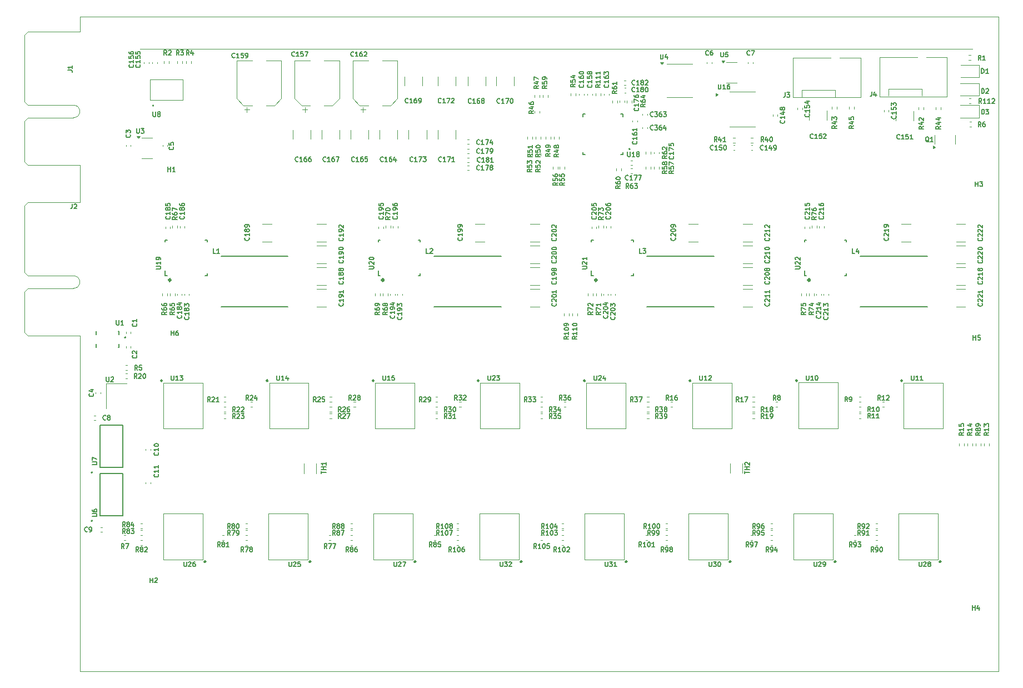
<source format=gbr>
%TF.GenerationSoftware,KiCad,Pcbnew,8.0.1*%
%TF.CreationDate,2024-04-21T01:40:20+02:00*%
%TF.ProjectId,EKO_Miner_BM1366-13xx_16-01A,454b4f5f-4d69-46e6-9572-5f424d313336,rev?*%
%TF.SameCoordinates,Original*%
%TF.FileFunction,Legend,Top*%
%TF.FilePolarity,Positive*%
%FSLAX46Y46*%
G04 Gerber Fmt 4.6, Leading zero omitted, Abs format (unit mm)*
G04 Created by KiCad (PCBNEW 8.0.1) date 2024-04-21 01:40:20*
%MOMM*%
%LPD*%
G01*
G04 APERTURE LIST*
%ADD10C,0.100000*%
%ADD11C,0.150000*%
%ADD12C,0.175000*%
%ADD13C,0.120000*%
%ADD14C,0.200000*%
%ADD15C,0.310000*%
%ADD16C,0.050000*%
%ADD17C,0.227485*%
%ADD18C,0.201421*%
%ADD19C,0.127000*%
%TA.AperFunction,Profile*%
%ADD20C,0.100000*%
%TD*%
G04 APERTURE END LIST*
D10*
X83950000Y-30200000D02*
X210750000Y-30200000D01*
D11*
X161675999Y-104234033D02*
X161442666Y-103900700D01*
X161275999Y-104234033D02*
X161275999Y-103534033D01*
X161275999Y-103534033D02*
X161542666Y-103534033D01*
X161542666Y-103534033D02*
X161609333Y-103567366D01*
X161609333Y-103567366D02*
X161642666Y-103600700D01*
X161642666Y-103600700D02*
X161675999Y-103667366D01*
X161675999Y-103667366D02*
X161675999Y-103767366D01*
X161675999Y-103767366D02*
X161642666Y-103834033D01*
X161642666Y-103834033D02*
X161609333Y-103867366D01*
X161609333Y-103867366D02*
X161542666Y-103900700D01*
X161542666Y-103900700D02*
X161275999Y-103900700D01*
X162009333Y-104234033D02*
X162142666Y-104234033D01*
X162142666Y-104234033D02*
X162209333Y-104200700D01*
X162209333Y-104200700D02*
X162242666Y-104167366D01*
X162242666Y-104167366D02*
X162309333Y-104067366D01*
X162309333Y-104067366D02*
X162342666Y-103934033D01*
X162342666Y-103934033D02*
X162342666Y-103667366D01*
X162342666Y-103667366D02*
X162309333Y-103600700D01*
X162309333Y-103600700D02*
X162275999Y-103567366D01*
X162275999Y-103567366D02*
X162209333Y-103534033D01*
X162209333Y-103534033D02*
X162075999Y-103534033D01*
X162075999Y-103534033D02*
X162009333Y-103567366D01*
X162009333Y-103567366D02*
X161975999Y-103600700D01*
X161975999Y-103600700D02*
X161942666Y-103667366D01*
X161942666Y-103667366D02*
X161942666Y-103834033D01*
X161942666Y-103834033D02*
X161975999Y-103900700D01*
X161975999Y-103900700D02*
X162009333Y-103934033D01*
X162009333Y-103934033D02*
X162075999Y-103967366D01*
X162075999Y-103967366D02*
X162209333Y-103967366D01*
X162209333Y-103967366D02*
X162275999Y-103934033D01*
X162275999Y-103934033D02*
X162309333Y-103900700D01*
X162309333Y-103900700D02*
X162342666Y-103834033D01*
X162676000Y-104234033D02*
X162809333Y-104234033D01*
X162809333Y-104234033D02*
X162876000Y-104200700D01*
X162876000Y-104200700D02*
X162909333Y-104167366D01*
X162909333Y-104167366D02*
X162976000Y-104067366D01*
X162976000Y-104067366D02*
X163009333Y-103934033D01*
X163009333Y-103934033D02*
X163009333Y-103667366D01*
X163009333Y-103667366D02*
X162976000Y-103600700D01*
X162976000Y-103600700D02*
X162942666Y-103567366D01*
X162942666Y-103567366D02*
X162876000Y-103534033D01*
X162876000Y-103534033D02*
X162742666Y-103534033D01*
X162742666Y-103534033D02*
X162676000Y-103567366D01*
X162676000Y-103567366D02*
X162642666Y-103600700D01*
X162642666Y-103600700D02*
X162609333Y-103667366D01*
X162609333Y-103667366D02*
X162609333Y-103834033D01*
X162609333Y-103834033D02*
X162642666Y-103900700D01*
X162642666Y-103900700D02*
X162676000Y-103934033D01*
X162676000Y-103934033D02*
X162742666Y-103967366D01*
X162742666Y-103967366D02*
X162876000Y-103967366D01*
X162876000Y-103967366D02*
X162942666Y-103934033D01*
X162942666Y-103934033D02*
X162976000Y-103900700D01*
X162976000Y-103900700D02*
X163009333Y-103834033D01*
X195203474Y-85418033D02*
X194970141Y-85084700D01*
X194803474Y-85418033D02*
X194803474Y-84718033D01*
X194803474Y-84718033D02*
X195070141Y-84718033D01*
X195070141Y-84718033D02*
X195136808Y-84751366D01*
X195136808Y-84751366D02*
X195170141Y-84784700D01*
X195170141Y-84784700D02*
X195203474Y-84851366D01*
X195203474Y-84851366D02*
X195203474Y-84951366D01*
X195203474Y-84951366D02*
X195170141Y-85018033D01*
X195170141Y-85018033D02*
X195136808Y-85051366D01*
X195136808Y-85051366D02*
X195070141Y-85084700D01*
X195070141Y-85084700D02*
X194803474Y-85084700D01*
X195870141Y-85418033D02*
X195470141Y-85418033D01*
X195670141Y-85418033D02*
X195670141Y-84718033D01*
X195670141Y-84718033D02*
X195603474Y-84818033D01*
X195603474Y-84818033D02*
X195536808Y-84884700D01*
X195536808Y-84884700D02*
X195470141Y-84918033D01*
X196303475Y-84718033D02*
X196370141Y-84718033D01*
X196370141Y-84718033D02*
X196436808Y-84751366D01*
X196436808Y-84751366D02*
X196470141Y-84784700D01*
X196470141Y-84784700D02*
X196503475Y-84851366D01*
X196503475Y-84851366D02*
X196536808Y-84984700D01*
X196536808Y-84984700D02*
X196536808Y-85151366D01*
X196536808Y-85151366D02*
X196503475Y-85284700D01*
X196503475Y-85284700D02*
X196470141Y-85351366D01*
X196470141Y-85351366D02*
X196436808Y-85384700D01*
X196436808Y-85384700D02*
X196370141Y-85418033D01*
X196370141Y-85418033D02*
X196303475Y-85418033D01*
X196303475Y-85418033D02*
X196236808Y-85384700D01*
X196236808Y-85384700D02*
X196203475Y-85351366D01*
X196203475Y-85351366D02*
X196170141Y-85284700D01*
X196170141Y-85284700D02*
X196136808Y-85151366D01*
X196136808Y-85151366D02*
X196136808Y-84984700D01*
X196136808Y-84984700D02*
X196170141Y-84851366D01*
X196170141Y-84851366D02*
X196203475Y-84784700D01*
X196203475Y-84784700D02*
X196236808Y-84751366D01*
X196236808Y-84751366D02*
X196303475Y-84718033D01*
X86366033Y-63666666D02*
X86932700Y-63666666D01*
X86932700Y-63666666D02*
X86999366Y-63633333D01*
X86999366Y-63633333D02*
X87032700Y-63599999D01*
X87032700Y-63599999D02*
X87066033Y-63533333D01*
X87066033Y-63533333D02*
X87066033Y-63399999D01*
X87066033Y-63399999D02*
X87032700Y-63333333D01*
X87032700Y-63333333D02*
X86999366Y-63299999D01*
X86999366Y-63299999D02*
X86932700Y-63266666D01*
X86932700Y-63266666D02*
X86366033Y-63266666D01*
X87066033Y-62566666D02*
X87066033Y-62966666D01*
X87066033Y-62766666D02*
X86366033Y-62766666D01*
X86366033Y-62766666D02*
X86466033Y-62833333D01*
X86466033Y-62833333D02*
X86532700Y-62900000D01*
X86532700Y-62900000D02*
X86566033Y-62966666D01*
X87066033Y-62233333D02*
X87066033Y-62099999D01*
X87066033Y-62099999D02*
X87032700Y-62033333D01*
X87032700Y-62033333D02*
X86999366Y-61999999D01*
X86999366Y-61999999D02*
X86899366Y-61933333D01*
X86899366Y-61933333D02*
X86766033Y-61899999D01*
X86766033Y-61899999D02*
X86499366Y-61899999D01*
X86499366Y-61899999D02*
X86432700Y-61933333D01*
X86432700Y-61933333D02*
X86399366Y-61966666D01*
X86399366Y-61966666D02*
X86366033Y-62033333D01*
X86366033Y-62033333D02*
X86366033Y-62166666D01*
X86366033Y-62166666D02*
X86399366Y-62233333D01*
X86399366Y-62233333D02*
X86432700Y-62266666D01*
X86432700Y-62266666D02*
X86499366Y-62299999D01*
X86499366Y-62299999D02*
X86666033Y-62299999D01*
X86666033Y-62299999D02*
X86732700Y-62266666D01*
X86732700Y-62266666D02*
X86766033Y-62233333D01*
X86766033Y-62233333D02*
X86799366Y-62166666D01*
X86799366Y-62166666D02*
X86799366Y-62033333D01*
X86799366Y-62033333D02*
X86766033Y-61966666D01*
X86766033Y-61966666D02*
X86732700Y-61933333D01*
X86732700Y-61933333D02*
X86666033Y-61899999D01*
X199666666Y-43849366D02*
X199633333Y-43882700D01*
X199633333Y-43882700D02*
X199533333Y-43916033D01*
X199533333Y-43916033D02*
X199466666Y-43916033D01*
X199466666Y-43916033D02*
X199366666Y-43882700D01*
X199366666Y-43882700D02*
X199300000Y-43816033D01*
X199300000Y-43816033D02*
X199266666Y-43749366D01*
X199266666Y-43749366D02*
X199233333Y-43616033D01*
X199233333Y-43616033D02*
X199233333Y-43516033D01*
X199233333Y-43516033D02*
X199266666Y-43382700D01*
X199266666Y-43382700D02*
X199300000Y-43316033D01*
X199300000Y-43316033D02*
X199366666Y-43249366D01*
X199366666Y-43249366D02*
X199466666Y-43216033D01*
X199466666Y-43216033D02*
X199533333Y-43216033D01*
X199533333Y-43216033D02*
X199633333Y-43249366D01*
X199633333Y-43249366D02*
X199666666Y-43282700D01*
X200333333Y-43916033D02*
X199933333Y-43916033D01*
X200133333Y-43916033D02*
X200133333Y-43216033D01*
X200133333Y-43216033D02*
X200066666Y-43316033D01*
X200066666Y-43316033D02*
X200000000Y-43382700D01*
X200000000Y-43382700D02*
X199933333Y-43416033D01*
X200966667Y-43216033D02*
X200633333Y-43216033D01*
X200633333Y-43216033D02*
X200600000Y-43549366D01*
X200600000Y-43549366D02*
X200633333Y-43516033D01*
X200633333Y-43516033D02*
X200700000Y-43482700D01*
X200700000Y-43482700D02*
X200866667Y-43482700D01*
X200866667Y-43482700D02*
X200933333Y-43516033D01*
X200933333Y-43516033D02*
X200966667Y-43549366D01*
X200966667Y-43549366D02*
X201000000Y-43616033D01*
X201000000Y-43616033D02*
X201000000Y-43782700D01*
X201000000Y-43782700D02*
X200966667Y-43849366D01*
X200966667Y-43849366D02*
X200933333Y-43882700D01*
X200933333Y-43882700D02*
X200866667Y-43916033D01*
X200866667Y-43916033D02*
X200700000Y-43916033D01*
X200700000Y-43916033D02*
X200633333Y-43882700D01*
X200633333Y-43882700D02*
X200600000Y-43849366D01*
X201666667Y-43916033D02*
X201266667Y-43916033D01*
X201466667Y-43916033D02*
X201466667Y-43216033D01*
X201466667Y-43216033D02*
X201400000Y-43316033D01*
X201400000Y-43316033D02*
X201333334Y-43382700D01*
X201333334Y-43382700D02*
X201266667Y-43416033D01*
X120928032Y-55679333D02*
X120961366Y-55712666D01*
X120961366Y-55712666D02*
X120994699Y-55812666D01*
X120994699Y-55812666D02*
X120994699Y-55879333D01*
X120994699Y-55879333D02*
X120961366Y-55979333D01*
X120961366Y-55979333D02*
X120894699Y-56046000D01*
X120894699Y-56046000D02*
X120828032Y-56079333D01*
X120828032Y-56079333D02*
X120694699Y-56112666D01*
X120694699Y-56112666D02*
X120594699Y-56112666D01*
X120594699Y-56112666D02*
X120461366Y-56079333D01*
X120461366Y-56079333D02*
X120394699Y-56046000D01*
X120394699Y-56046000D02*
X120328032Y-55979333D01*
X120328032Y-55979333D02*
X120294699Y-55879333D01*
X120294699Y-55879333D02*
X120294699Y-55812666D01*
X120294699Y-55812666D02*
X120328032Y-55712666D01*
X120328032Y-55712666D02*
X120361366Y-55679333D01*
X120994699Y-55012666D02*
X120994699Y-55412666D01*
X120994699Y-55212666D02*
X120294699Y-55212666D01*
X120294699Y-55212666D02*
X120394699Y-55279333D01*
X120394699Y-55279333D02*
X120461366Y-55346000D01*
X120461366Y-55346000D02*
X120494699Y-55412666D01*
X120994699Y-54679333D02*
X120994699Y-54545999D01*
X120994699Y-54545999D02*
X120961366Y-54479333D01*
X120961366Y-54479333D02*
X120928032Y-54445999D01*
X120928032Y-54445999D02*
X120828032Y-54379333D01*
X120828032Y-54379333D02*
X120694699Y-54345999D01*
X120694699Y-54345999D02*
X120428032Y-54345999D01*
X120428032Y-54345999D02*
X120361366Y-54379333D01*
X120361366Y-54379333D02*
X120328032Y-54412666D01*
X120328032Y-54412666D02*
X120294699Y-54479333D01*
X120294699Y-54479333D02*
X120294699Y-54612666D01*
X120294699Y-54612666D02*
X120328032Y-54679333D01*
X120328032Y-54679333D02*
X120361366Y-54712666D01*
X120361366Y-54712666D02*
X120428032Y-54745999D01*
X120428032Y-54745999D02*
X120594699Y-54745999D01*
X120594699Y-54745999D02*
X120661366Y-54712666D01*
X120661366Y-54712666D02*
X120694699Y-54679333D01*
X120694699Y-54679333D02*
X120728032Y-54612666D01*
X120728032Y-54612666D02*
X120728032Y-54479333D01*
X120728032Y-54479333D02*
X120694699Y-54412666D01*
X120694699Y-54412666D02*
X120661366Y-54379333D01*
X120661366Y-54379333D02*
X120594699Y-54345999D01*
X120294699Y-53712666D02*
X120294699Y-54045999D01*
X120294699Y-54045999D02*
X120628032Y-54079332D01*
X120628032Y-54079332D02*
X120594699Y-54045999D01*
X120594699Y-54045999D02*
X120561366Y-53979332D01*
X120561366Y-53979332D02*
X120561366Y-53812666D01*
X120561366Y-53812666D02*
X120594699Y-53745999D01*
X120594699Y-53745999D02*
X120628032Y-53712666D01*
X120628032Y-53712666D02*
X120694699Y-53679332D01*
X120694699Y-53679332D02*
X120861366Y-53679332D01*
X120861366Y-53679332D02*
X120928032Y-53712666D01*
X120928032Y-53712666D02*
X120961366Y-53745999D01*
X120961366Y-53745999D02*
X120994699Y-53812666D01*
X120994699Y-53812666D02*
X120994699Y-53979332D01*
X120994699Y-53979332D02*
X120961366Y-54045999D01*
X120961366Y-54045999D02*
X120928032Y-54079332D01*
X99699999Y-106774033D02*
X99466666Y-106440700D01*
X99299999Y-106774033D02*
X99299999Y-106074033D01*
X99299999Y-106074033D02*
X99566666Y-106074033D01*
X99566666Y-106074033D02*
X99633333Y-106107366D01*
X99633333Y-106107366D02*
X99666666Y-106140700D01*
X99666666Y-106140700D02*
X99699999Y-106207366D01*
X99699999Y-106207366D02*
X99699999Y-106307366D01*
X99699999Y-106307366D02*
X99666666Y-106374033D01*
X99666666Y-106374033D02*
X99633333Y-106407366D01*
X99633333Y-106407366D02*
X99566666Y-106440700D01*
X99566666Y-106440700D02*
X99299999Y-106440700D01*
X99933333Y-106074033D02*
X100399999Y-106074033D01*
X100399999Y-106074033D02*
X100099999Y-106774033D01*
X100766666Y-106374033D02*
X100700000Y-106340700D01*
X100700000Y-106340700D02*
X100666666Y-106307366D01*
X100666666Y-106307366D02*
X100633333Y-106240700D01*
X100633333Y-106240700D02*
X100633333Y-106207366D01*
X100633333Y-106207366D02*
X100666666Y-106140700D01*
X100666666Y-106140700D02*
X100700000Y-106107366D01*
X100700000Y-106107366D02*
X100766666Y-106074033D01*
X100766666Y-106074033D02*
X100900000Y-106074033D01*
X100900000Y-106074033D02*
X100966666Y-106107366D01*
X100966666Y-106107366D02*
X101000000Y-106140700D01*
X101000000Y-106140700D02*
X101033333Y-106207366D01*
X101033333Y-106207366D02*
X101033333Y-106240700D01*
X101033333Y-106240700D02*
X101000000Y-106307366D01*
X101000000Y-106307366D02*
X100966666Y-106340700D01*
X100966666Y-106340700D02*
X100900000Y-106374033D01*
X100900000Y-106374033D02*
X100766666Y-106374033D01*
X100766666Y-106374033D02*
X100700000Y-106407366D01*
X100700000Y-106407366D02*
X100666666Y-106440700D01*
X100666666Y-106440700D02*
X100633333Y-106507366D01*
X100633333Y-106507366D02*
X100633333Y-106640700D01*
X100633333Y-106640700D02*
X100666666Y-106707366D01*
X100666666Y-106707366D02*
X100700000Y-106740700D01*
X100700000Y-106740700D02*
X100766666Y-106774033D01*
X100766666Y-106774033D02*
X100900000Y-106774033D01*
X100900000Y-106774033D02*
X100966666Y-106740700D01*
X100966666Y-106740700D02*
X101000000Y-106707366D01*
X101000000Y-106707366D02*
X101033333Y-106640700D01*
X101033333Y-106640700D02*
X101033333Y-106507366D01*
X101033333Y-106507366D02*
X101000000Y-106440700D01*
X101000000Y-106440700D02*
X100966666Y-106407366D01*
X100966666Y-106407366D02*
X100900000Y-106374033D01*
X135648666Y-44649366D02*
X135615333Y-44682700D01*
X135615333Y-44682700D02*
X135515333Y-44716033D01*
X135515333Y-44716033D02*
X135448666Y-44716033D01*
X135448666Y-44716033D02*
X135348666Y-44682700D01*
X135348666Y-44682700D02*
X135282000Y-44616033D01*
X135282000Y-44616033D02*
X135248666Y-44549366D01*
X135248666Y-44549366D02*
X135215333Y-44416033D01*
X135215333Y-44416033D02*
X135215333Y-44316033D01*
X135215333Y-44316033D02*
X135248666Y-44182700D01*
X135248666Y-44182700D02*
X135282000Y-44116033D01*
X135282000Y-44116033D02*
X135348666Y-44049366D01*
X135348666Y-44049366D02*
X135448666Y-44016033D01*
X135448666Y-44016033D02*
X135515333Y-44016033D01*
X135515333Y-44016033D02*
X135615333Y-44049366D01*
X135615333Y-44049366D02*
X135648666Y-44082700D01*
X136315333Y-44716033D02*
X135915333Y-44716033D01*
X136115333Y-44716033D02*
X136115333Y-44016033D01*
X136115333Y-44016033D02*
X136048666Y-44116033D01*
X136048666Y-44116033D02*
X135982000Y-44182700D01*
X135982000Y-44182700D02*
X135915333Y-44216033D01*
X136548667Y-44016033D02*
X137015333Y-44016033D01*
X137015333Y-44016033D02*
X136715333Y-44716033D01*
X137582000Y-44249366D02*
X137582000Y-44716033D01*
X137415334Y-43982700D02*
X137248667Y-44482700D01*
X137248667Y-44482700D02*
X137682000Y-44482700D01*
X146440033Y-46134000D02*
X146106700Y-46367333D01*
X146440033Y-46534000D02*
X145740033Y-46534000D01*
X145740033Y-46534000D02*
X145740033Y-46267333D01*
X145740033Y-46267333D02*
X145773366Y-46200667D01*
X145773366Y-46200667D02*
X145806700Y-46167333D01*
X145806700Y-46167333D02*
X145873366Y-46134000D01*
X145873366Y-46134000D02*
X145973366Y-46134000D01*
X145973366Y-46134000D02*
X146040033Y-46167333D01*
X146040033Y-46167333D02*
X146073366Y-46200667D01*
X146073366Y-46200667D02*
X146106700Y-46267333D01*
X146106700Y-46267333D02*
X146106700Y-46534000D01*
X145973366Y-45534000D02*
X146440033Y-45534000D01*
X145706700Y-45700667D02*
X146206700Y-45867333D01*
X146206700Y-45867333D02*
X146206700Y-45434000D01*
X146440033Y-45134000D02*
X146440033Y-45000666D01*
X146440033Y-45000666D02*
X146406700Y-44934000D01*
X146406700Y-44934000D02*
X146373366Y-44900666D01*
X146373366Y-44900666D02*
X146273366Y-44834000D01*
X146273366Y-44834000D02*
X146140033Y-44800666D01*
X146140033Y-44800666D02*
X145873366Y-44800666D01*
X145873366Y-44800666D02*
X145806700Y-44834000D01*
X145806700Y-44834000D02*
X145773366Y-44867333D01*
X145773366Y-44867333D02*
X145740033Y-44934000D01*
X145740033Y-44934000D02*
X145740033Y-45067333D01*
X145740033Y-45067333D02*
X145773366Y-45134000D01*
X145773366Y-45134000D02*
X145806700Y-45167333D01*
X145806700Y-45167333D02*
X145873366Y-45200666D01*
X145873366Y-45200666D02*
X146040033Y-45200666D01*
X146040033Y-45200666D02*
X146106700Y-45167333D01*
X146106700Y-45167333D02*
X146140033Y-45134000D01*
X146140033Y-45134000D02*
X146173366Y-45067333D01*
X146173366Y-45067333D02*
X146173366Y-44934000D01*
X146173366Y-44934000D02*
X146140033Y-44867333D01*
X146140033Y-44867333D02*
X146106700Y-44834000D01*
X146106700Y-44834000D02*
X146040033Y-44800666D01*
X100499366Y-58933333D02*
X100532700Y-58966666D01*
X100532700Y-58966666D02*
X100566033Y-59066666D01*
X100566033Y-59066666D02*
X100566033Y-59133333D01*
X100566033Y-59133333D02*
X100532700Y-59233333D01*
X100532700Y-59233333D02*
X100466033Y-59300000D01*
X100466033Y-59300000D02*
X100399366Y-59333333D01*
X100399366Y-59333333D02*
X100266033Y-59366666D01*
X100266033Y-59366666D02*
X100166033Y-59366666D01*
X100166033Y-59366666D02*
X100032700Y-59333333D01*
X100032700Y-59333333D02*
X99966033Y-59300000D01*
X99966033Y-59300000D02*
X99899366Y-59233333D01*
X99899366Y-59233333D02*
X99866033Y-59133333D01*
X99866033Y-59133333D02*
X99866033Y-59066666D01*
X99866033Y-59066666D02*
X99899366Y-58966666D01*
X99899366Y-58966666D02*
X99932700Y-58933333D01*
X100566033Y-58266666D02*
X100566033Y-58666666D01*
X100566033Y-58466666D02*
X99866033Y-58466666D01*
X99866033Y-58466666D02*
X99966033Y-58533333D01*
X99966033Y-58533333D02*
X100032700Y-58600000D01*
X100032700Y-58600000D02*
X100066033Y-58666666D01*
X100166033Y-57866666D02*
X100132700Y-57933333D01*
X100132700Y-57933333D02*
X100099366Y-57966666D01*
X100099366Y-57966666D02*
X100032700Y-57999999D01*
X100032700Y-57999999D02*
X99999366Y-57999999D01*
X99999366Y-57999999D02*
X99932700Y-57966666D01*
X99932700Y-57966666D02*
X99899366Y-57933333D01*
X99899366Y-57933333D02*
X99866033Y-57866666D01*
X99866033Y-57866666D02*
X99866033Y-57733333D01*
X99866033Y-57733333D02*
X99899366Y-57666666D01*
X99899366Y-57666666D02*
X99932700Y-57633333D01*
X99932700Y-57633333D02*
X99999366Y-57599999D01*
X99999366Y-57599999D02*
X100032700Y-57599999D01*
X100032700Y-57599999D02*
X100099366Y-57633333D01*
X100099366Y-57633333D02*
X100132700Y-57666666D01*
X100132700Y-57666666D02*
X100166033Y-57733333D01*
X100166033Y-57733333D02*
X100166033Y-57866666D01*
X100166033Y-57866666D02*
X100199366Y-57933333D01*
X100199366Y-57933333D02*
X100232700Y-57966666D01*
X100232700Y-57966666D02*
X100299366Y-57999999D01*
X100299366Y-57999999D02*
X100432700Y-57999999D01*
X100432700Y-57999999D02*
X100499366Y-57966666D01*
X100499366Y-57966666D02*
X100532700Y-57933333D01*
X100532700Y-57933333D02*
X100566033Y-57866666D01*
X100566033Y-57866666D02*
X100566033Y-57733333D01*
X100566033Y-57733333D02*
X100532700Y-57666666D01*
X100532700Y-57666666D02*
X100499366Y-57633333D01*
X100499366Y-57633333D02*
X100432700Y-57599999D01*
X100432700Y-57599999D02*
X100299366Y-57599999D01*
X100299366Y-57599999D02*
X100232700Y-57633333D01*
X100232700Y-57633333D02*
X100199366Y-57666666D01*
X100199366Y-57666666D02*
X100166033Y-57733333D01*
X100566033Y-57266666D02*
X100566033Y-57133332D01*
X100566033Y-57133332D02*
X100532700Y-57066666D01*
X100532700Y-57066666D02*
X100499366Y-57033332D01*
X100499366Y-57033332D02*
X100399366Y-56966666D01*
X100399366Y-56966666D02*
X100266033Y-56933332D01*
X100266033Y-56933332D02*
X99999366Y-56933332D01*
X99999366Y-56933332D02*
X99932700Y-56966666D01*
X99932700Y-56966666D02*
X99899366Y-56999999D01*
X99899366Y-56999999D02*
X99866033Y-57066666D01*
X99866033Y-57066666D02*
X99866033Y-57199999D01*
X99866033Y-57199999D02*
X99899366Y-57266666D01*
X99899366Y-57266666D02*
X99932700Y-57299999D01*
X99932700Y-57299999D02*
X99999366Y-57333332D01*
X99999366Y-57333332D02*
X100166033Y-57333332D01*
X100166033Y-57333332D02*
X100232700Y-57299999D01*
X100232700Y-57299999D02*
X100266033Y-57266666D01*
X100266033Y-57266666D02*
X100299366Y-57199999D01*
X100299366Y-57199999D02*
X100299366Y-57066666D01*
X100299366Y-57066666D02*
X100266033Y-56999999D01*
X100266033Y-56999999D02*
X100232700Y-56966666D01*
X100232700Y-56966666D02*
X100166033Y-56933332D01*
X179762698Y-68937333D02*
X179796032Y-68970666D01*
X179796032Y-68970666D02*
X179829365Y-69070666D01*
X179829365Y-69070666D02*
X179829365Y-69137333D01*
X179829365Y-69137333D02*
X179796032Y-69237333D01*
X179796032Y-69237333D02*
X179729365Y-69304000D01*
X179729365Y-69304000D02*
X179662698Y-69337333D01*
X179662698Y-69337333D02*
X179529365Y-69370666D01*
X179529365Y-69370666D02*
X179429365Y-69370666D01*
X179429365Y-69370666D02*
X179296032Y-69337333D01*
X179296032Y-69337333D02*
X179229365Y-69304000D01*
X179229365Y-69304000D02*
X179162698Y-69237333D01*
X179162698Y-69237333D02*
X179129365Y-69137333D01*
X179129365Y-69137333D02*
X179129365Y-69070666D01*
X179129365Y-69070666D02*
X179162698Y-68970666D01*
X179162698Y-68970666D02*
X179196032Y-68937333D01*
X179196032Y-68670666D02*
X179162698Y-68637333D01*
X179162698Y-68637333D02*
X179129365Y-68570666D01*
X179129365Y-68570666D02*
X179129365Y-68404000D01*
X179129365Y-68404000D02*
X179162698Y-68337333D01*
X179162698Y-68337333D02*
X179196032Y-68304000D01*
X179196032Y-68304000D02*
X179262698Y-68270666D01*
X179262698Y-68270666D02*
X179329365Y-68270666D01*
X179329365Y-68270666D02*
X179429365Y-68304000D01*
X179429365Y-68304000D02*
X179829365Y-68704000D01*
X179829365Y-68704000D02*
X179829365Y-68270666D01*
X179829365Y-67603999D02*
X179829365Y-68003999D01*
X179829365Y-67803999D02*
X179129365Y-67803999D01*
X179129365Y-67803999D02*
X179229365Y-67870666D01*
X179229365Y-67870666D02*
X179296032Y-67937333D01*
X179296032Y-67937333D02*
X179329365Y-68003999D01*
X179829365Y-66937332D02*
X179829365Y-67337332D01*
X179829365Y-67137332D02*
X179129365Y-67137332D01*
X179129365Y-67137332D02*
X179229365Y-67203999D01*
X179229365Y-67203999D02*
X179296032Y-67270666D01*
X179296032Y-67270666D02*
X179329365Y-67337332D01*
X114540856Y-86454033D02*
X114307523Y-86120700D01*
X114140856Y-86454033D02*
X114140856Y-85754033D01*
X114140856Y-85754033D02*
X114407523Y-85754033D01*
X114407523Y-85754033D02*
X114474190Y-85787366D01*
X114474190Y-85787366D02*
X114507523Y-85820700D01*
X114507523Y-85820700D02*
X114540856Y-85887366D01*
X114540856Y-85887366D02*
X114540856Y-85987366D01*
X114540856Y-85987366D02*
X114507523Y-86054033D01*
X114507523Y-86054033D02*
X114474190Y-86087366D01*
X114474190Y-86087366D02*
X114407523Y-86120700D01*
X114407523Y-86120700D02*
X114140856Y-86120700D01*
X114807523Y-85820700D02*
X114840856Y-85787366D01*
X114840856Y-85787366D02*
X114907523Y-85754033D01*
X114907523Y-85754033D02*
X115074190Y-85754033D01*
X115074190Y-85754033D02*
X115140856Y-85787366D01*
X115140856Y-85787366D02*
X115174190Y-85820700D01*
X115174190Y-85820700D02*
X115207523Y-85887366D01*
X115207523Y-85887366D02*
X115207523Y-85954033D01*
X115207523Y-85954033D02*
X115174190Y-86054033D01*
X115174190Y-86054033D02*
X114774190Y-86454033D01*
X114774190Y-86454033D02*
X115207523Y-86454033D01*
X115440857Y-85754033D02*
X115907523Y-85754033D01*
X115907523Y-85754033D02*
X115607523Y-86454033D01*
X151453366Y-35613333D02*
X151486700Y-35646666D01*
X151486700Y-35646666D02*
X151520033Y-35746666D01*
X151520033Y-35746666D02*
X151520033Y-35813333D01*
X151520033Y-35813333D02*
X151486700Y-35913333D01*
X151486700Y-35913333D02*
X151420033Y-35980000D01*
X151420033Y-35980000D02*
X151353366Y-36013333D01*
X151353366Y-36013333D02*
X151220033Y-36046666D01*
X151220033Y-36046666D02*
X151120033Y-36046666D01*
X151120033Y-36046666D02*
X150986700Y-36013333D01*
X150986700Y-36013333D02*
X150920033Y-35980000D01*
X150920033Y-35980000D02*
X150853366Y-35913333D01*
X150853366Y-35913333D02*
X150820033Y-35813333D01*
X150820033Y-35813333D02*
X150820033Y-35746666D01*
X150820033Y-35746666D02*
X150853366Y-35646666D01*
X150853366Y-35646666D02*
X150886700Y-35613333D01*
X151520033Y-34946666D02*
X151520033Y-35346666D01*
X151520033Y-35146666D02*
X150820033Y-35146666D01*
X150820033Y-35146666D02*
X150920033Y-35213333D01*
X150920033Y-35213333D02*
X150986700Y-35280000D01*
X150986700Y-35280000D02*
X151020033Y-35346666D01*
X150820033Y-34346666D02*
X150820033Y-34479999D01*
X150820033Y-34479999D02*
X150853366Y-34546666D01*
X150853366Y-34546666D02*
X150886700Y-34579999D01*
X150886700Y-34579999D02*
X150986700Y-34646666D01*
X150986700Y-34646666D02*
X151120033Y-34679999D01*
X151120033Y-34679999D02*
X151386700Y-34679999D01*
X151386700Y-34679999D02*
X151453366Y-34646666D01*
X151453366Y-34646666D02*
X151486700Y-34613333D01*
X151486700Y-34613333D02*
X151520033Y-34546666D01*
X151520033Y-34546666D02*
X151520033Y-34413333D01*
X151520033Y-34413333D02*
X151486700Y-34346666D01*
X151486700Y-34346666D02*
X151453366Y-34313333D01*
X151453366Y-34313333D02*
X151386700Y-34279999D01*
X151386700Y-34279999D02*
X151220033Y-34279999D01*
X151220033Y-34279999D02*
X151153366Y-34313333D01*
X151153366Y-34313333D02*
X151120033Y-34346666D01*
X151120033Y-34346666D02*
X151086700Y-34413333D01*
X151086700Y-34413333D02*
X151086700Y-34546666D01*
X151086700Y-34546666D02*
X151120033Y-34613333D01*
X151120033Y-34613333D02*
X151153366Y-34646666D01*
X151153366Y-34646666D02*
X151220033Y-34679999D01*
X150820033Y-33846666D02*
X150820033Y-33779999D01*
X150820033Y-33779999D02*
X150853366Y-33713332D01*
X150853366Y-33713332D02*
X150886700Y-33679999D01*
X150886700Y-33679999D02*
X150953366Y-33646666D01*
X150953366Y-33646666D02*
X151086700Y-33613332D01*
X151086700Y-33613332D02*
X151253366Y-33613332D01*
X151253366Y-33613332D02*
X151386700Y-33646666D01*
X151386700Y-33646666D02*
X151453366Y-33679999D01*
X151453366Y-33679999D02*
X151486700Y-33713332D01*
X151486700Y-33713332D02*
X151520033Y-33779999D01*
X151520033Y-33779999D02*
X151520033Y-33846666D01*
X151520033Y-33846666D02*
X151486700Y-33913332D01*
X151486700Y-33913332D02*
X151453366Y-33946666D01*
X151453366Y-33946666D02*
X151386700Y-33979999D01*
X151386700Y-33979999D02*
X151253366Y-34013332D01*
X151253366Y-34013332D02*
X151086700Y-34013332D01*
X151086700Y-34013332D02*
X150953366Y-33979999D01*
X150953366Y-33979999D02*
X150886700Y-33946666D01*
X150886700Y-33946666D02*
X150853366Y-33913332D01*
X150853366Y-33913332D02*
X150820033Y-33846666D01*
X186613332Y-108314033D02*
X186613332Y-108880700D01*
X186613332Y-108880700D02*
X186646666Y-108947366D01*
X186646666Y-108947366D02*
X186679999Y-108980700D01*
X186679999Y-108980700D02*
X186746666Y-109014033D01*
X186746666Y-109014033D02*
X186879999Y-109014033D01*
X186879999Y-109014033D02*
X186946666Y-108980700D01*
X186946666Y-108980700D02*
X186979999Y-108947366D01*
X186979999Y-108947366D02*
X187013332Y-108880700D01*
X187013332Y-108880700D02*
X187013332Y-108314033D01*
X187313332Y-108380700D02*
X187346665Y-108347366D01*
X187346665Y-108347366D02*
X187413332Y-108314033D01*
X187413332Y-108314033D02*
X187579999Y-108314033D01*
X187579999Y-108314033D02*
X187646665Y-108347366D01*
X187646665Y-108347366D02*
X187679999Y-108380700D01*
X187679999Y-108380700D02*
X187713332Y-108447366D01*
X187713332Y-108447366D02*
X187713332Y-108514033D01*
X187713332Y-108514033D02*
X187679999Y-108614033D01*
X187679999Y-108614033D02*
X187279999Y-109014033D01*
X187279999Y-109014033D02*
X187713332Y-109014033D01*
X188046666Y-109014033D02*
X188179999Y-109014033D01*
X188179999Y-109014033D02*
X188246666Y-108980700D01*
X188246666Y-108980700D02*
X188279999Y-108947366D01*
X188279999Y-108947366D02*
X188346666Y-108847366D01*
X188346666Y-108847366D02*
X188379999Y-108714033D01*
X188379999Y-108714033D02*
X188379999Y-108447366D01*
X188379999Y-108447366D02*
X188346666Y-108380700D01*
X188346666Y-108380700D02*
X188313332Y-108347366D01*
X188313332Y-108347366D02*
X188246666Y-108314033D01*
X188246666Y-108314033D02*
X188113332Y-108314033D01*
X188113332Y-108314033D02*
X188046666Y-108347366D01*
X188046666Y-108347366D02*
X188013332Y-108380700D01*
X188013332Y-108380700D02*
X187979999Y-108447366D01*
X187979999Y-108447366D02*
X187979999Y-108614033D01*
X187979999Y-108614033D02*
X188013332Y-108680700D01*
X188013332Y-108680700D02*
X188046666Y-108714033D01*
X188046666Y-108714033D02*
X188113332Y-108747366D01*
X188113332Y-108747366D02*
X188246666Y-108747366D01*
X188246666Y-108747366D02*
X188313332Y-108714033D01*
X188313332Y-108714033D02*
X188346666Y-108680700D01*
X188346666Y-108680700D02*
X188379999Y-108614033D01*
X107466666Y-31249366D02*
X107433333Y-31282700D01*
X107433333Y-31282700D02*
X107333333Y-31316033D01*
X107333333Y-31316033D02*
X107266666Y-31316033D01*
X107266666Y-31316033D02*
X107166666Y-31282700D01*
X107166666Y-31282700D02*
X107100000Y-31216033D01*
X107100000Y-31216033D02*
X107066666Y-31149366D01*
X107066666Y-31149366D02*
X107033333Y-31016033D01*
X107033333Y-31016033D02*
X107033333Y-30916033D01*
X107033333Y-30916033D02*
X107066666Y-30782700D01*
X107066666Y-30782700D02*
X107100000Y-30716033D01*
X107100000Y-30716033D02*
X107166666Y-30649366D01*
X107166666Y-30649366D02*
X107266666Y-30616033D01*
X107266666Y-30616033D02*
X107333333Y-30616033D01*
X107333333Y-30616033D02*
X107433333Y-30649366D01*
X107433333Y-30649366D02*
X107466666Y-30682700D01*
X108133333Y-31316033D02*
X107733333Y-31316033D01*
X107933333Y-31316033D02*
X107933333Y-30616033D01*
X107933333Y-30616033D02*
X107866666Y-30716033D01*
X107866666Y-30716033D02*
X107800000Y-30782700D01*
X107800000Y-30782700D02*
X107733333Y-30816033D01*
X108766667Y-30616033D02*
X108433333Y-30616033D01*
X108433333Y-30616033D02*
X108400000Y-30949366D01*
X108400000Y-30949366D02*
X108433333Y-30916033D01*
X108433333Y-30916033D02*
X108500000Y-30882700D01*
X108500000Y-30882700D02*
X108666667Y-30882700D01*
X108666667Y-30882700D02*
X108733333Y-30916033D01*
X108733333Y-30916033D02*
X108766667Y-30949366D01*
X108766667Y-30949366D02*
X108800000Y-31016033D01*
X108800000Y-31016033D02*
X108800000Y-31182700D01*
X108800000Y-31182700D02*
X108766667Y-31249366D01*
X108766667Y-31249366D02*
X108733333Y-31282700D01*
X108733333Y-31282700D02*
X108666667Y-31316033D01*
X108666667Y-31316033D02*
X108500000Y-31316033D01*
X108500000Y-31316033D02*
X108433333Y-31282700D01*
X108433333Y-31282700D02*
X108400000Y-31249366D01*
X109033334Y-30616033D02*
X109500000Y-30616033D01*
X109500000Y-30616033D02*
X109200000Y-31316033D01*
X153394698Y-55679333D02*
X153428032Y-55712666D01*
X153428032Y-55712666D02*
X153461365Y-55812666D01*
X153461365Y-55812666D02*
X153461365Y-55879333D01*
X153461365Y-55879333D02*
X153428032Y-55979333D01*
X153428032Y-55979333D02*
X153361365Y-56046000D01*
X153361365Y-56046000D02*
X153294698Y-56079333D01*
X153294698Y-56079333D02*
X153161365Y-56112666D01*
X153161365Y-56112666D02*
X153061365Y-56112666D01*
X153061365Y-56112666D02*
X152928032Y-56079333D01*
X152928032Y-56079333D02*
X152861365Y-56046000D01*
X152861365Y-56046000D02*
X152794698Y-55979333D01*
X152794698Y-55979333D02*
X152761365Y-55879333D01*
X152761365Y-55879333D02*
X152761365Y-55812666D01*
X152761365Y-55812666D02*
X152794698Y-55712666D01*
X152794698Y-55712666D02*
X152828032Y-55679333D01*
X152828032Y-55412666D02*
X152794698Y-55379333D01*
X152794698Y-55379333D02*
X152761365Y-55312666D01*
X152761365Y-55312666D02*
X152761365Y-55146000D01*
X152761365Y-55146000D02*
X152794698Y-55079333D01*
X152794698Y-55079333D02*
X152828032Y-55046000D01*
X152828032Y-55046000D02*
X152894698Y-55012666D01*
X152894698Y-55012666D02*
X152961365Y-55012666D01*
X152961365Y-55012666D02*
X153061365Y-55046000D01*
X153061365Y-55046000D02*
X153461365Y-55446000D01*
X153461365Y-55446000D02*
X153461365Y-55012666D01*
X152761365Y-54579333D02*
X152761365Y-54512666D01*
X152761365Y-54512666D02*
X152794698Y-54445999D01*
X152794698Y-54445999D02*
X152828032Y-54412666D01*
X152828032Y-54412666D02*
X152894698Y-54379333D01*
X152894698Y-54379333D02*
X153028032Y-54345999D01*
X153028032Y-54345999D02*
X153194698Y-54345999D01*
X153194698Y-54345999D02*
X153328032Y-54379333D01*
X153328032Y-54379333D02*
X153394698Y-54412666D01*
X153394698Y-54412666D02*
X153428032Y-54445999D01*
X153428032Y-54445999D02*
X153461365Y-54512666D01*
X153461365Y-54512666D02*
X153461365Y-54579333D01*
X153461365Y-54579333D02*
X153428032Y-54645999D01*
X153428032Y-54645999D02*
X153394698Y-54679333D01*
X153394698Y-54679333D02*
X153328032Y-54712666D01*
X153328032Y-54712666D02*
X153194698Y-54745999D01*
X153194698Y-54745999D02*
X153028032Y-54745999D01*
X153028032Y-54745999D02*
X152894698Y-54712666D01*
X152894698Y-54712666D02*
X152828032Y-54679333D01*
X152828032Y-54679333D02*
X152794698Y-54645999D01*
X152794698Y-54645999D02*
X152761365Y-54579333D01*
X152761365Y-53712666D02*
X152761365Y-54045999D01*
X152761365Y-54045999D02*
X153094698Y-54079332D01*
X153094698Y-54079332D02*
X153061365Y-54045999D01*
X153061365Y-54045999D02*
X153028032Y-53979332D01*
X153028032Y-53979332D02*
X153028032Y-53812666D01*
X153028032Y-53812666D02*
X153061365Y-53745999D01*
X153061365Y-53745999D02*
X153094698Y-53712666D01*
X153094698Y-53712666D02*
X153161365Y-53679332D01*
X153161365Y-53679332D02*
X153328032Y-53679332D01*
X153328032Y-53679332D02*
X153394698Y-53712666D01*
X153394698Y-53712666D02*
X153428032Y-53745999D01*
X153428032Y-53745999D02*
X153461365Y-53812666D01*
X153461365Y-53812666D02*
X153461365Y-53979332D01*
X153461365Y-53979332D02*
X153428032Y-54045999D01*
X153428032Y-54045999D02*
X153394698Y-54079332D01*
X186566033Y-70250000D02*
X186232700Y-70483333D01*
X186566033Y-70650000D02*
X185866033Y-70650000D01*
X185866033Y-70650000D02*
X185866033Y-70383333D01*
X185866033Y-70383333D02*
X185899366Y-70316667D01*
X185899366Y-70316667D02*
X185932700Y-70283333D01*
X185932700Y-70283333D02*
X185999366Y-70250000D01*
X185999366Y-70250000D02*
X186099366Y-70250000D01*
X186099366Y-70250000D02*
X186166033Y-70283333D01*
X186166033Y-70283333D02*
X186199366Y-70316667D01*
X186199366Y-70316667D02*
X186232700Y-70383333D01*
X186232700Y-70383333D02*
X186232700Y-70650000D01*
X185866033Y-70016667D02*
X185866033Y-69550000D01*
X185866033Y-69550000D02*
X186566033Y-69850000D01*
X186099366Y-68983333D02*
X186566033Y-68983333D01*
X185832700Y-69150000D02*
X186332700Y-69316666D01*
X186332700Y-69316666D02*
X186332700Y-68883333D01*
X164220033Y-46456000D02*
X163886700Y-46689333D01*
X164220033Y-46856000D02*
X163520033Y-46856000D01*
X163520033Y-46856000D02*
X163520033Y-46589333D01*
X163520033Y-46589333D02*
X163553366Y-46522667D01*
X163553366Y-46522667D02*
X163586700Y-46489333D01*
X163586700Y-46489333D02*
X163653366Y-46456000D01*
X163653366Y-46456000D02*
X163753366Y-46456000D01*
X163753366Y-46456000D02*
X163820033Y-46489333D01*
X163820033Y-46489333D02*
X163853366Y-46522667D01*
X163853366Y-46522667D02*
X163886700Y-46589333D01*
X163886700Y-46589333D02*
X163886700Y-46856000D01*
X163520033Y-45856000D02*
X163520033Y-45989333D01*
X163520033Y-45989333D02*
X163553366Y-46056000D01*
X163553366Y-46056000D02*
X163586700Y-46089333D01*
X163586700Y-46089333D02*
X163686700Y-46156000D01*
X163686700Y-46156000D02*
X163820033Y-46189333D01*
X163820033Y-46189333D02*
X164086700Y-46189333D01*
X164086700Y-46189333D02*
X164153366Y-46156000D01*
X164153366Y-46156000D02*
X164186700Y-46122667D01*
X164186700Y-46122667D02*
X164220033Y-46056000D01*
X164220033Y-46056000D02*
X164220033Y-45922667D01*
X164220033Y-45922667D02*
X164186700Y-45856000D01*
X164186700Y-45856000D02*
X164153366Y-45822667D01*
X164153366Y-45822667D02*
X164086700Y-45789333D01*
X164086700Y-45789333D02*
X163920033Y-45789333D01*
X163920033Y-45789333D02*
X163853366Y-45822667D01*
X163853366Y-45822667D02*
X163820033Y-45856000D01*
X163820033Y-45856000D02*
X163786700Y-45922667D01*
X163786700Y-45922667D02*
X163786700Y-46056000D01*
X163786700Y-46056000D02*
X163820033Y-46122667D01*
X163820033Y-46122667D02*
X163853366Y-46156000D01*
X163853366Y-46156000D02*
X163920033Y-46189333D01*
X163586700Y-45522666D02*
X163553366Y-45489333D01*
X163553366Y-45489333D02*
X163520033Y-45422666D01*
X163520033Y-45422666D02*
X163520033Y-45256000D01*
X163520033Y-45256000D02*
X163553366Y-45189333D01*
X163553366Y-45189333D02*
X163586700Y-45156000D01*
X163586700Y-45156000D02*
X163653366Y-45122666D01*
X163653366Y-45122666D02*
X163720033Y-45122666D01*
X163720033Y-45122666D02*
X163820033Y-45156000D01*
X163820033Y-45156000D02*
X164220033Y-45556000D01*
X164220033Y-45556000D02*
X164220033Y-45122666D01*
X116466666Y-31249366D02*
X116433333Y-31282700D01*
X116433333Y-31282700D02*
X116333333Y-31316033D01*
X116333333Y-31316033D02*
X116266666Y-31316033D01*
X116266666Y-31316033D02*
X116166666Y-31282700D01*
X116166666Y-31282700D02*
X116100000Y-31216033D01*
X116100000Y-31216033D02*
X116066666Y-31149366D01*
X116066666Y-31149366D02*
X116033333Y-31016033D01*
X116033333Y-31016033D02*
X116033333Y-30916033D01*
X116033333Y-30916033D02*
X116066666Y-30782700D01*
X116066666Y-30782700D02*
X116100000Y-30716033D01*
X116100000Y-30716033D02*
X116166666Y-30649366D01*
X116166666Y-30649366D02*
X116266666Y-30616033D01*
X116266666Y-30616033D02*
X116333333Y-30616033D01*
X116333333Y-30616033D02*
X116433333Y-30649366D01*
X116433333Y-30649366D02*
X116466666Y-30682700D01*
X117133333Y-31316033D02*
X116733333Y-31316033D01*
X116933333Y-31316033D02*
X116933333Y-30616033D01*
X116933333Y-30616033D02*
X116866666Y-30716033D01*
X116866666Y-30716033D02*
X116800000Y-30782700D01*
X116800000Y-30782700D02*
X116733333Y-30816033D01*
X117733333Y-30616033D02*
X117600000Y-30616033D01*
X117600000Y-30616033D02*
X117533333Y-30649366D01*
X117533333Y-30649366D02*
X117500000Y-30682700D01*
X117500000Y-30682700D02*
X117433333Y-30782700D01*
X117433333Y-30782700D02*
X117400000Y-30916033D01*
X117400000Y-30916033D02*
X117400000Y-31182700D01*
X117400000Y-31182700D02*
X117433333Y-31249366D01*
X117433333Y-31249366D02*
X117466667Y-31282700D01*
X117466667Y-31282700D02*
X117533333Y-31316033D01*
X117533333Y-31316033D02*
X117666667Y-31316033D01*
X117666667Y-31316033D02*
X117733333Y-31282700D01*
X117733333Y-31282700D02*
X117766667Y-31249366D01*
X117766667Y-31249366D02*
X117800000Y-31182700D01*
X117800000Y-31182700D02*
X117800000Y-31016033D01*
X117800000Y-31016033D02*
X117766667Y-30949366D01*
X117766667Y-30949366D02*
X117733333Y-30916033D01*
X117733333Y-30916033D02*
X117666667Y-30882700D01*
X117666667Y-30882700D02*
X117533333Y-30882700D01*
X117533333Y-30882700D02*
X117466667Y-30916033D01*
X117466667Y-30916033D02*
X117433333Y-30949366D01*
X117433333Y-30949366D02*
X117400000Y-31016033D01*
X118066667Y-30682700D02*
X118100000Y-30649366D01*
X118100000Y-30649366D02*
X118166667Y-30616033D01*
X118166667Y-30616033D02*
X118333334Y-30616033D01*
X118333334Y-30616033D02*
X118400000Y-30649366D01*
X118400000Y-30649366D02*
X118433334Y-30682700D01*
X118433334Y-30682700D02*
X118466667Y-30749366D01*
X118466667Y-30749366D02*
X118466667Y-30816033D01*
X118466667Y-30816033D02*
X118433334Y-30916033D01*
X118433334Y-30916033D02*
X118033334Y-31316033D01*
X118033334Y-31316033D02*
X118466667Y-31316033D01*
X159310666Y-36649366D02*
X159277333Y-36682700D01*
X159277333Y-36682700D02*
X159177333Y-36716033D01*
X159177333Y-36716033D02*
X159110666Y-36716033D01*
X159110666Y-36716033D02*
X159010666Y-36682700D01*
X159010666Y-36682700D02*
X158944000Y-36616033D01*
X158944000Y-36616033D02*
X158910666Y-36549366D01*
X158910666Y-36549366D02*
X158877333Y-36416033D01*
X158877333Y-36416033D02*
X158877333Y-36316033D01*
X158877333Y-36316033D02*
X158910666Y-36182700D01*
X158910666Y-36182700D02*
X158944000Y-36116033D01*
X158944000Y-36116033D02*
X159010666Y-36049366D01*
X159010666Y-36049366D02*
X159110666Y-36016033D01*
X159110666Y-36016033D02*
X159177333Y-36016033D01*
X159177333Y-36016033D02*
X159277333Y-36049366D01*
X159277333Y-36049366D02*
X159310666Y-36082700D01*
X159977333Y-36716033D02*
X159577333Y-36716033D01*
X159777333Y-36716033D02*
X159777333Y-36016033D01*
X159777333Y-36016033D02*
X159710666Y-36116033D01*
X159710666Y-36116033D02*
X159644000Y-36182700D01*
X159644000Y-36182700D02*
X159577333Y-36216033D01*
X160377333Y-36316033D02*
X160310667Y-36282700D01*
X160310667Y-36282700D02*
X160277333Y-36249366D01*
X160277333Y-36249366D02*
X160244000Y-36182700D01*
X160244000Y-36182700D02*
X160244000Y-36149366D01*
X160244000Y-36149366D02*
X160277333Y-36082700D01*
X160277333Y-36082700D02*
X160310667Y-36049366D01*
X160310667Y-36049366D02*
X160377333Y-36016033D01*
X160377333Y-36016033D02*
X160510667Y-36016033D01*
X160510667Y-36016033D02*
X160577333Y-36049366D01*
X160577333Y-36049366D02*
X160610667Y-36082700D01*
X160610667Y-36082700D02*
X160644000Y-36149366D01*
X160644000Y-36149366D02*
X160644000Y-36182700D01*
X160644000Y-36182700D02*
X160610667Y-36249366D01*
X160610667Y-36249366D02*
X160577333Y-36282700D01*
X160577333Y-36282700D02*
X160510667Y-36316033D01*
X160510667Y-36316033D02*
X160377333Y-36316033D01*
X160377333Y-36316033D02*
X160310667Y-36349366D01*
X160310667Y-36349366D02*
X160277333Y-36382700D01*
X160277333Y-36382700D02*
X160244000Y-36449366D01*
X160244000Y-36449366D02*
X160244000Y-36582700D01*
X160244000Y-36582700D02*
X160277333Y-36649366D01*
X160277333Y-36649366D02*
X160310667Y-36682700D01*
X160310667Y-36682700D02*
X160377333Y-36716033D01*
X160377333Y-36716033D02*
X160510667Y-36716033D01*
X160510667Y-36716033D02*
X160577333Y-36682700D01*
X160577333Y-36682700D02*
X160610667Y-36649366D01*
X160610667Y-36649366D02*
X160644000Y-36582700D01*
X160644000Y-36582700D02*
X160644000Y-36449366D01*
X160644000Y-36449366D02*
X160610667Y-36382700D01*
X160610667Y-36382700D02*
X160577333Y-36349366D01*
X160577333Y-36349366D02*
X160510667Y-36316033D01*
X161077334Y-36016033D02*
X161144000Y-36016033D01*
X161144000Y-36016033D02*
X161210667Y-36049366D01*
X161210667Y-36049366D02*
X161244000Y-36082700D01*
X161244000Y-36082700D02*
X161277334Y-36149366D01*
X161277334Y-36149366D02*
X161310667Y-36282700D01*
X161310667Y-36282700D02*
X161310667Y-36449366D01*
X161310667Y-36449366D02*
X161277334Y-36582700D01*
X161277334Y-36582700D02*
X161244000Y-36649366D01*
X161244000Y-36649366D02*
X161210667Y-36682700D01*
X161210667Y-36682700D02*
X161144000Y-36716033D01*
X161144000Y-36716033D02*
X161077334Y-36716033D01*
X161077334Y-36716033D02*
X161010667Y-36682700D01*
X161010667Y-36682700D02*
X160977334Y-36649366D01*
X160977334Y-36649366D02*
X160944000Y-36582700D01*
X160944000Y-36582700D02*
X160910667Y-36449366D01*
X160910667Y-36449366D02*
X160910667Y-36282700D01*
X160910667Y-36282700D02*
X160944000Y-36149366D01*
X160944000Y-36149366D02*
X160977334Y-36082700D01*
X160977334Y-36082700D02*
X161010667Y-36049366D01*
X161010667Y-36049366D02*
X161077334Y-36016033D01*
X97667999Y-103218033D02*
X97434666Y-102884700D01*
X97267999Y-103218033D02*
X97267999Y-102518033D01*
X97267999Y-102518033D02*
X97534666Y-102518033D01*
X97534666Y-102518033D02*
X97601333Y-102551366D01*
X97601333Y-102551366D02*
X97634666Y-102584700D01*
X97634666Y-102584700D02*
X97667999Y-102651366D01*
X97667999Y-102651366D02*
X97667999Y-102751366D01*
X97667999Y-102751366D02*
X97634666Y-102818033D01*
X97634666Y-102818033D02*
X97601333Y-102851366D01*
X97601333Y-102851366D02*
X97534666Y-102884700D01*
X97534666Y-102884700D02*
X97267999Y-102884700D01*
X98067999Y-102818033D02*
X98001333Y-102784700D01*
X98001333Y-102784700D02*
X97967999Y-102751366D01*
X97967999Y-102751366D02*
X97934666Y-102684700D01*
X97934666Y-102684700D02*
X97934666Y-102651366D01*
X97934666Y-102651366D02*
X97967999Y-102584700D01*
X97967999Y-102584700D02*
X98001333Y-102551366D01*
X98001333Y-102551366D02*
X98067999Y-102518033D01*
X98067999Y-102518033D02*
X98201333Y-102518033D01*
X98201333Y-102518033D02*
X98267999Y-102551366D01*
X98267999Y-102551366D02*
X98301333Y-102584700D01*
X98301333Y-102584700D02*
X98334666Y-102651366D01*
X98334666Y-102651366D02*
X98334666Y-102684700D01*
X98334666Y-102684700D02*
X98301333Y-102751366D01*
X98301333Y-102751366D02*
X98267999Y-102784700D01*
X98267999Y-102784700D02*
X98201333Y-102818033D01*
X98201333Y-102818033D02*
X98067999Y-102818033D01*
X98067999Y-102818033D02*
X98001333Y-102851366D01*
X98001333Y-102851366D02*
X97967999Y-102884700D01*
X97967999Y-102884700D02*
X97934666Y-102951366D01*
X97934666Y-102951366D02*
X97934666Y-103084700D01*
X97934666Y-103084700D02*
X97967999Y-103151366D01*
X97967999Y-103151366D02*
X98001333Y-103184700D01*
X98001333Y-103184700D02*
X98067999Y-103218033D01*
X98067999Y-103218033D02*
X98201333Y-103218033D01*
X98201333Y-103218033D02*
X98267999Y-103184700D01*
X98267999Y-103184700D02*
X98301333Y-103151366D01*
X98301333Y-103151366D02*
X98334666Y-103084700D01*
X98334666Y-103084700D02*
X98334666Y-102951366D01*
X98334666Y-102951366D02*
X98301333Y-102884700D01*
X98301333Y-102884700D02*
X98267999Y-102851366D01*
X98267999Y-102851366D02*
X98201333Y-102818033D01*
X98768000Y-102518033D02*
X98834666Y-102518033D01*
X98834666Y-102518033D02*
X98901333Y-102551366D01*
X98901333Y-102551366D02*
X98934666Y-102584700D01*
X98934666Y-102584700D02*
X98968000Y-102651366D01*
X98968000Y-102651366D02*
X99001333Y-102784700D01*
X99001333Y-102784700D02*
X99001333Y-102951366D01*
X99001333Y-102951366D02*
X98968000Y-103084700D01*
X98968000Y-103084700D02*
X98934666Y-103151366D01*
X98934666Y-103151366D02*
X98901333Y-103184700D01*
X98901333Y-103184700D02*
X98834666Y-103218033D01*
X98834666Y-103218033D02*
X98768000Y-103218033D01*
X98768000Y-103218033D02*
X98701333Y-103184700D01*
X98701333Y-103184700D02*
X98668000Y-103151366D01*
X98668000Y-103151366D02*
X98634666Y-103084700D01*
X98634666Y-103084700D02*
X98601333Y-102951366D01*
X98601333Y-102951366D02*
X98601333Y-102784700D01*
X98601333Y-102784700D02*
X98634666Y-102651366D01*
X98634666Y-102651366D02*
X98668000Y-102584700D01*
X98668000Y-102584700D02*
X98701333Y-102551366D01*
X98701333Y-102551366D02*
X98768000Y-102518033D01*
X165169366Y-46535333D02*
X165202700Y-46568666D01*
X165202700Y-46568666D02*
X165236033Y-46668666D01*
X165236033Y-46668666D02*
X165236033Y-46735333D01*
X165236033Y-46735333D02*
X165202700Y-46835333D01*
X165202700Y-46835333D02*
X165136033Y-46902000D01*
X165136033Y-46902000D02*
X165069366Y-46935333D01*
X165069366Y-46935333D02*
X164936033Y-46968666D01*
X164936033Y-46968666D02*
X164836033Y-46968666D01*
X164836033Y-46968666D02*
X164702700Y-46935333D01*
X164702700Y-46935333D02*
X164636033Y-46902000D01*
X164636033Y-46902000D02*
X164569366Y-46835333D01*
X164569366Y-46835333D02*
X164536033Y-46735333D01*
X164536033Y-46735333D02*
X164536033Y-46668666D01*
X164536033Y-46668666D02*
X164569366Y-46568666D01*
X164569366Y-46568666D02*
X164602700Y-46535333D01*
X165236033Y-45868666D02*
X165236033Y-46268666D01*
X165236033Y-46068666D02*
X164536033Y-46068666D01*
X164536033Y-46068666D02*
X164636033Y-46135333D01*
X164636033Y-46135333D02*
X164702700Y-46202000D01*
X164702700Y-46202000D02*
X164736033Y-46268666D01*
X164536033Y-45635333D02*
X164536033Y-45168666D01*
X164536033Y-45168666D02*
X165236033Y-45468666D01*
X164536033Y-44568666D02*
X164536033Y-44901999D01*
X164536033Y-44901999D02*
X164869366Y-44935332D01*
X164869366Y-44935332D02*
X164836033Y-44901999D01*
X164836033Y-44901999D02*
X164802700Y-44835332D01*
X164802700Y-44835332D02*
X164802700Y-44668666D01*
X164802700Y-44668666D02*
X164836033Y-44601999D01*
X164836033Y-44601999D02*
X164869366Y-44568666D01*
X164869366Y-44568666D02*
X164936033Y-44535332D01*
X164936033Y-44535332D02*
X165102700Y-44535332D01*
X165102700Y-44535332D02*
X165169366Y-44568666D01*
X165169366Y-44568666D02*
X165202700Y-44601999D01*
X165202700Y-44601999D02*
X165236033Y-44668666D01*
X165236033Y-44668666D02*
X165236033Y-44835332D01*
X165236033Y-44835332D02*
X165202700Y-44901999D01*
X165202700Y-44901999D02*
X165169366Y-44935332D01*
X111566033Y-94899999D02*
X111566033Y-94499999D01*
X112266033Y-94699999D02*
X111566033Y-94699999D01*
X112266033Y-94266666D02*
X111566033Y-94266666D01*
X111899366Y-94266666D02*
X111899366Y-93866666D01*
X112266033Y-93866666D02*
X111566033Y-93866666D01*
X112266033Y-93166666D02*
X112266033Y-93566666D01*
X112266033Y-93366666D02*
X111566033Y-93366666D01*
X111566033Y-93366666D02*
X111666033Y-93433333D01*
X111666033Y-93433333D02*
X111732700Y-93500000D01*
X111732700Y-93500000D02*
X111766033Y-93566666D01*
X186966033Y-55750000D02*
X186632700Y-55983333D01*
X186966033Y-56150000D02*
X186266033Y-56150000D01*
X186266033Y-56150000D02*
X186266033Y-55883333D01*
X186266033Y-55883333D02*
X186299366Y-55816667D01*
X186299366Y-55816667D02*
X186332700Y-55783333D01*
X186332700Y-55783333D02*
X186399366Y-55750000D01*
X186399366Y-55750000D02*
X186499366Y-55750000D01*
X186499366Y-55750000D02*
X186566033Y-55783333D01*
X186566033Y-55783333D02*
X186599366Y-55816667D01*
X186599366Y-55816667D02*
X186632700Y-55883333D01*
X186632700Y-55883333D02*
X186632700Y-56150000D01*
X186266033Y-55516667D02*
X186266033Y-55050000D01*
X186266033Y-55050000D02*
X186966033Y-55350000D01*
X186266033Y-54483333D02*
X186266033Y-54616666D01*
X186266033Y-54616666D02*
X186299366Y-54683333D01*
X186299366Y-54683333D02*
X186332700Y-54716666D01*
X186332700Y-54716666D02*
X186432700Y-54783333D01*
X186432700Y-54783333D02*
X186566033Y-54816666D01*
X186566033Y-54816666D02*
X186832700Y-54816666D01*
X186832700Y-54816666D02*
X186899366Y-54783333D01*
X186899366Y-54783333D02*
X186932700Y-54750000D01*
X186932700Y-54750000D02*
X186966033Y-54683333D01*
X186966033Y-54683333D02*
X186966033Y-54550000D01*
X186966033Y-54550000D02*
X186932700Y-54483333D01*
X186932700Y-54483333D02*
X186899366Y-54450000D01*
X186899366Y-54450000D02*
X186832700Y-54416666D01*
X186832700Y-54416666D02*
X186666033Y-54416666D01*
X186666033Y-54416666D02*
X186599366Y-54450000D01*
X186599366Y-54450000D02*
X186566033Y-54483333D01*
X186566033Y-54483333D02*
X186532700Y-54550000D01*
X186532700Y-54550000D02*
X186532700Y-54683333D01*
X186532700Y-54683333D02*
X186566033Y-54750000D01*
X186566033Y-54750000D02*
X186599366Y-54783333D01*
X186599366Y-54783333D02*
X186666033Y-54816666D01*
X199059366Y-40383333D02*
X199092700Y-40416666D01*
X199092700Y-40416666D02*
X199126033Y-40516666D01*
X199126033Y-40516666D02*
X199126033Y-40583333D01*
X199126033Y-40583333D02*
X199092700Y-40683333D01*
X199092700Y-40683333D02*
X199026033Y-40750000D01*
X199026033Y-40750000D02*
X198959366Y-40783333D01*
X198959366Y-40783333D02*
X198826033Y-40816666D01*
X198826033Y-40816666D02*
X198726033Y-40816666D01*
X198726033Y-40816666D02*
X198592700Y-40783333D01*
X198592700Y-40783333D02*
X198526033Y-40750000D01*
X198526033Y-40750000D02*
X198459366Y-40683333D01*
X198459366Y-40683333D02*
X198426033Y-40583333D01*
X198426033Y-40583333D02*
X198426033Y-40516666D01*
X198426033Y-40516666D02*
X198459366Y-40416666D01*
X198459366Y-40416666D02*
X198492700Y-40383333D01*
X199126033Y-39716666D02*
X199126033Y-40116666D01*
X199126033Y-39916666D02*
X198426033Y-39916666D01*
X198426033Y-39916666D02*
X198526033Y-39983333D01*
X198526033Y-39983333D02*
X198592700Y-40050000D01*
X198592700Y-40050000D02*
X198626033Y-40116666D01*
X198426033Y-39083333D02*
X198426033Y-39416666D01*
X198426033Y-39416666D02*
X198759366Y-39449999D01*
X198759366Y-39449999D02*
X198726033Y-39416666D01*
X198726033Y-39416666D02*
X198692700Y-39349999D01*
X198692700Y-39349999D02*
X198692700Y-39183333D01*
X198692700Y-39183333D02*
X198726033Y-39116666D01*
X198726033Y-39116666D02*
X198759366Y-39083333D01*
X198759366Y-39083333D02*
X198826033Y-39049999D01*
X198826033Y-39049999D02*
X198992700Y-39049999D01*
X198992700Y-39049999D02*
X199059366Y-39083333D01*
X199059366Y-39083333D02*
X199092700Y-39116666D01*
X199092700Y-39116666D02*
X199126033Y-39183333D01*
X199126033Y-39183333D02*
X199126033Y-39349999D01*
X199126033Y-39349999D02*
X199092700Y-39416666D01*
X199092700Y-39416666D02*
X199059366Y-39449999D01*
X198426033Y-38816666D02*
X198426033Y-38383332D01*
X198426033Y-38383332D02*
X198692700Y-38616666D01*
X198692700Y-38616666D02*
X198692700Y-38516666D01*
X198692700Y-38516666D02*
X198726033Y-38449999D01*
X198726033Y-38449999D02*
X198759366Y-38416666D01*
X198759366Y-38416666D02*
X198826033Y-38383332D01*
X198826033Y-38383332D02*
X198992700Y-38383332D01*
X198992700Y-38383332D02*
X199059366Y-38416666D01*
X199059366Y-38416666D02*
X199092700Y-38449999D01*
X199092700Y-38449999D02*
X199126033Y-38516666D01*
X199126033Y-38516666D02*
X199126033Y-38716666D01*
X199126033Y-38716666D02*
X199092700Y-38783332D01*
X199092700Y-38783332D02*
X199059366Y-38816666D01*
X158373999Y-51402033D02*
X158140666Y-51068700D01*
X157973999Y-51402033D02*
X157973999Y-50702033D01*
X157973999Y-50702033D02*
X158240666Y-50702033D01*
X158240666Y-50702033D02*
X158307333Y-50735366D01*
X158307333Y-50735366D02*
X158340666Y-50768700D01*
X158340666Y-50768700D02*
X158373999Y-50835366D01*
X158373999Y-50835366D02*
X158373999Y-50935366D01*
X158373999Y-50935366D02*
X158340666Y-51002033D01*
X158340666Y-51002033D02*
X158307333Y-51035366D01*
X158307333Y-51035366D02*
X158240666Y-51068700D01*
X158240666Y-51068700D02*
X157973999Y-51068700D01*
X158973999Y-50702033D02*
X158840666Y-50702033D01*
X158840666Y-50702033D02*
X158773999Y-50735366D01*
X158773999Y-50735366D02*
X158740666Y-50768700D01*
X158740666Y-50768700D02*
X158673999Y-50868700D01*
X158673999Y-50868700D02*
X158640666Y-51002033D01*
X158640666Y-51002033D02*
X158640666Y-51268700D01*
X158640666Y-51268700D02*
X158673999Y-51335366D01*
X158673999Y-51335366D02*
X158707333Y-51368700D01*
X158707333Y-51368700D02*
X158773999Y-51402033D01*
X158773999Y-51402033D02*
X158907333Y-51402033D01*
X158907333Y-51402033D02*
X158973999Y-51368700D01*
X158973999Y-51368700D02*
X159007333Y-51335366D01*
X159007333Y-51335366D02*
X159040666Y-51268700D01*
X159040666Y-51268700D02*
X159040666Y-51102033D01*
X159040666Y-51102033D02*
X159007333Y-51035366D01*
X159007333Y-51035366D02*
X158973999Y-51002033D01*
X158973999Y-51002033D02*
X158907333Y-50968700D01*
X158907333Y-50968700D02*
X158773999Y-50968700D01*
X158773999Y-50968700D02*
X158707333Y-51002033D01*
X158707333Y-51002033D02*
X158673999Y-51035366D01*
X158673999Y-51035366D02*
X158640666Y-51102033D01*
X159274000Y-50702033D02*
X159707333Y-50702033D01*
X159707333Y-50702033D02*
X159474000Y-50968700D01*
X159474000Y-50968700D02*
X159574000Y-50968700D01*
X159574000Y-50968700D02*
X159640666Y-51002033D01*
X159640666Y-51002033D02*
X159674000Y-51035366D01*
X159674000Y-51035366D02*
X159707333Y-51102033D01*
X159707333Y-51102033D02*
X159707333Y-51268700D01*
X159707333Y-51268700D02*
X159674000Y-51335366D01*
X159674000Y-51335366D02*
X159640666Y-51368700D01*
X159640666Y-51368700D02*
X159574000Y-51402033D01*
X159574000Y-51402033D02*
X159374000Y-51402033D01*
X159374000Y-51402033D02*
X159307333Y-51368700D01*
X159307333Y-51368700D02*
X159274000Y-51335366D01*
X196727999Y-83660033D02*
X196494666Y-83326700D01*
X196327999Y-83660033D02*
X196327999Y-82960033D01*
X196327999Y-82960033D02*
X196594666Y-82960033D01*
X196594666Y-82960033D02*
X196661333Y-82993366D01*
X196661333Y-82993366D02*
X196694666Y-83026700D01*
X196694666Y-83026700D02*
X196727999Y-83093366D01*
X196727999Y-83093366D02*
X196727999Y-83193366D01*
X196727999Y-83193366D02*
X196694666Y-83260033D01*
X196694666Y-83260033D02*
X196661333Y-83293366D01*
X196661333Y-83293366D02*
X196594666Y-83326700D01*
X196594666Y-83326700D02*
X196327999Y-83326700D01*
X197394666Y-83660033D02*
X196994666Y-83660033D01*
X197194666Y-83660033D02*
X197194666Y-82960033D01*
X197194666Y-82960033D02*
X197127999Y-83060033D01*
X197127999Y-83060033D02*
X197061333Y-83126700D01*
X197061333Y-83126700D02*
X196994666Y-83160033D01*
X197661333Y-83026700D02*
X197694666Y-82993366D01*
X197694666Y-82993366D02*
X197761333Y-82960033D01*
X197761333Y-82960033D02*
X197928000Y-82960033D01*
X197928000Y-82960033D02*
X197994666Y-82993366D01*
X197994666Y-82993366D02*
X198028000Y-83026700D01*
X198028000Y-83026700D02*
X198061333Y-83093366D01*
X198061333Y-83093366D02*
X198061333Y-83160033D01*
X198061333Y-83160033D02*
X198028000Y-83260033D01*
X198028000Y-83260033D02*
X197628000Y-83660033D01*
X197628000Y-83660033D02*
X198061333Y-83660033D01*
X90601332Y-108314033D02*
X90601332Y-108880700D01*
X90601332Y-108880700D02*
X90634666Y-108947366D01*
X90634666Y-108947366D02*
X90667999Y-108980700D01*
X90667999Y-108980700D02*
X90734666Y-109014033D01*
X90734666Y-109014033D02*
X90867999Y-109014033D01*
X90867999Y-109014033D02*
X90934666Y-108980700D01*
X90934666Y-108980700D02*
X90967999Y-108947366D01*
X90967999Y-108947366D02*
X91001332Y-108880700D01*
X91001332Y-108880700D02*
X91001332Y-108314033D01*
X91301332Y-108380700D02*
X91334665Y-108347366D01*
X91334665Y-108347366D02*
X91401332Y-108314033D01*
X91401332Y-108314033D02*
X91567999Y-108314033D01*
X91567999Y-108314033D02*
X91634665Y-108347366D01*
X91634665Y-108347366D02*
X91667999Y-108380700D01*
X91667999Y-108380700D02*
X91701332Y-108447366D01*
X91701332Y-108447366D02*
X91701332Y-108514033D01*
X91701332Y-108514033D02*
X91667999Y-108614033D01*
X91667999Y-108614033D02*
X91267999Y-109014033D01*
X91267999Y-109014033D02*
X91701332Y-109014033D01*
X92301332Y-108314033D02*
X92167999Y-108314033D01*
X92167999Y-108314033D02*
X92101332Y-108347366D01*
X92101332Y-108347366D02*
X92067999Y-108380700D01*
X92067999Y-108380700D02*
X92001332Y-108480700D01*
X92001332Y-108480700D02*
X91967999Y-108614033D01*
X91967999Y-108614033D02*
X91967999Y-108880700D01*
X91967999Y-108880700D02*
X92001332Y-108947366D01*
X92001332Y-108947366D02*
X92034666Y-108980700D01*
X92034666Y-108980700D02*
X92101332Y-109014033D01*
X92101332Y-109014033D02*
X92234666Y-109014033D01*
X92234666Y-109014033D02*
X92301332Y-108980700D01*
X92301332Y-108980700D02*
X92334666Y-108947366D01*
X92334666Y-108947366D02*
X92367999Y-108880700D01*
X92367999Y-108880700D02*
X92367999Y-108714033D01*
X92367999Y-108714033D02*
X92334666Y-108647366D01*
X92334666Y-108647366D02*
X92301332Y-108614033D01*
X92301332Y-108614033D02*
X92234666Y-108580700D01*
X92234666Y-108580700D02*
X92101332Y-108580700D01*
X92101332Y-108580700D02*
X92034666Y-108614033D01*
X92034666Y-108614033D02*
X92001332Y-108647366D01*
X92001332Y-108647366D02*
X91967999Y-108714033D01*
X162873427Y-86454033D02*
X162640094Y-86120700D01*
X162473427Y-86454033D02*
X162473427Y-85754033D01*
X162473427Y-85754033D02*
X162740094Y-85754033D01*
X162740094Y-85754033D02*
X162806761Y-85787366D01*
X162806761Y-85787366D02*
X162840094Y-85820700D01*
X162840094Y-85820700D02*
X162873427Y-85887366D01*
X162873427Y-85887366D02*
X162873427Y-85987366D01*
X162873427Y-85987366D02*
X162840094Y-86054033D01*
X162840094Y-86054033D02*
X162806761Y-86087366D01*
X162806761Y-86087366D02*
X162740094Y-86120700D01*
X162740094Y-86120700D02*
X162473427Y-86120700D01*
X163106761Y-85754033D02*
X163540094Y-85754033D01*
X163540094Y-85754033D02*
X163306761Y-86020700D01*
X163306761Y-86020700D02*
X163406761Y-86020700D01*
X163406761Y-86020700D02*
X163473427Y-86054033D01*
X163473427Y-86054033D02*
X163506761Y-86087366D01*
X163506761Y-86087366D02*
X163540094Y-86154033D01*
X163540094Y-86154033D02*
X163540094Y-86320700D01*
X163540094Y-86320700D02*
X163506761Y-86387366D01*
X163506761Y-86387366D02*
X163473427Y-86420700D01*
X163473427Y-86420700D02*
X163406761Y-86454033D01*
X163406761Y-86454033D02*
X163206761Y-86454033D01*
X163206761Y-86454033D02*
X163140094Y-86420700D01*
X163140094Y-86420700D02*
X163106761Y-86387366D01*
X163873428Y-86454033D02*
X164006761Y-86454033D01*
X164006761Y-86454033D02*
X164073428Y-86420700D01*
X164073428Y-86420700D02*
X164106761Y-86387366D01*
X164106761Y-86387366D02*
X164173428Y-86287366D01*
X164173428Y-86287366D02*
X164206761Y-86154033D01*
X164206761Y-86154033D02*
X164206761Y-85887366D01*
X164206761Y-85887366D02*
X164173428Y-85820700D01*
X164173428Y-85820700D02*
X164140094Y-85787366D01*
X164140094Y-85787366D02*
X164073428Y-85754033D01*
X164073428Y-85754033D02*
X163940094Y-85754033D01*
X163940094Y-85754033D02*
X163873428Y-85787366D01*
X163873428Y-85787366D02*
X163840094Y-85820700D01*
X163840094Y-85820700D02*
X163806761Y-85887366D01*
X163806761Y-85887366D02*
X163806761Y-86054033D01*
X163806761Y-86054033D02*
X163840094Y-86120700D01*
X163840094Y-86120700D02*
X163873428Y-86154033D01*
X163873428Y-86154033D02*
X163940094Y-86187366D01*
X163940094Y-86187366D02*
X164073428Y-86187366D01*
X164073428Y-86187366D02*
X164140094Y-86154033D01*
X164140094Y-86154033D02*
X164173428Y-86120700D01*
X164173428Y-86120700D02*
X164206761Y-86054033D01*
X180805333Y-83660033D02*
X180572000Y-83326700D01*
X180405333Y-83660033D02*
X180405333Y-82960033D01*
X180405333Y-82960033D02*
X180672000Y-82960033D01*
X180672000Y-82960033D02*
X180738667Y-82993366D01*
X180738667Y-82993366D02*
X180772000Y-83026700D01*
X180772000Y-83026700D02*
X180805333Y-83093366D01*
X180805333Y-83093366D02*
X180805333Y-83193366D01*
X180805333Y-83193366D02*
X180772000Y-83260033D01*
X180772000Y-83260033D02*
X180738667Y-83293366D01*
X180738667Y-83293366D02*
X180672000Y-83326700D01*
X180672000Y-83326700D02*
X180405333Y-83326700D01*
X181205333Y-83260033D02*
X181138667Y-83226700D01*
X181138667Y-83226700D02*
X181105333Y-83193366D01*
X181105333Y-83193366D02*
X181072000Y-83126700D01*
X181072000Y-83126700D02*
X181072000Y-83093366D01*
X181072000Y-83093366D02*
X181105333Y-83026700D01*
X181105333Y-83026700D02*
X181138667Y-82993366D01*
X181138667Y-82993366D02*
X181205333Y-82960033D01*
X181205333Y-82960033D02*
X181338667Y-82960033D01*
X181338667Y-82960033D02*
X181405333Y-82993366D01*
X181405333Y-82993366D02*
X181438667Y-83026700D01*
X181438667Y-83026700D02*
X181472000Y-83093366D01*
X181472000Y-83093366D02*
X181472000Y-83126700D01*
X181472000Y-83126700D02*
X181438667Y-83193366D01*
X181438667Y-83193366D02*
X181405333Y-83226700D01*
X181405333Y-83226700D02*
X181338667Y-83260033D01*
X181338667Y-83260033D02*
X181205333Y-83260033D01*
X181205333Y-83260033D02*
X181138667Y-83293366D01*
X181138667Y-83293366D02*
X181105333Y-83326700D01*
X181105333Y-83326700D02*
X181072000Y-83393366D01*
X181072000Y-83393366D02*
X181072000Y-83526700D01*
X181072000Y-83526700D02*
X181105333Y-83593366D01*
X181105333Y-83593366D02*
X181138667Y-83626700D01*
X181138667Y-83626700D02*
X181205333Y-83660033D01*
X181205333Y-83660033D02*
X181338667Y-83660033D01*
X181338667Y-83660033D02*
X181405333Y-83626700D01*
X181405333Y-83626700D02*
X181438667Y-83593366D01*
X181438667Y-83593366D02*
X181472000Y-83526700D01*
X181472000Y-83526700D02*
X181472000Y-83393366D01*
X181472000Y-83393366D02*
X181438667Y-83326700D01*
X181438667Y-83326700D02*
X181405333Y-83293366D01*
X181405333Y-83293366D02*
X181338667Y-83260033D01*
X144324666Y-106266033D02*
X144091333Y-105932700D01*
X143924666Y-106266033D02*
X143924666Y-105566033D01*
X143924666Y-105566033D02*
X144191333Y-105566033D01*
X144191333Y-105566033D02*
X144258000Y-105599366D01*
X144258000Y-105599366D02*
X144291333Y-105632700D01*
X144291333Y-105632700D02*
X144324666Y-105699366D01*
X144324666Y-105699366D02*
X144324666Y-105799366D01*
X144324666Y-105799366D02*
X144291333Y-105866033D01*
X144291333Y-105866033D02*
X144258000Y-105899366D01*
X144258000Y-105899366D02*
X144191333Y-105932700D01*
X144191333Y-105932700D02*
X143924666Y-105932700D01*
X144991333Y-106266033D02*
X144591333Y-106266033D01*
X144791333Y-106266033D02*
X144791333Y-105566033D01*
X144791333Y-105566033D02*
X144724666Y-105666033D01*
X144724666Y-105666033D02*
X144658000Y-105732700D01*
X144658000Y-105732700D02*
X144591333Y-105766033D01*
X145424667Y-105566033D02*
X145491333Y-105566033D01*
X145491333Y-105566033D02*
X145558000Y-105599366D01*
X145558000Y-105599366D02*
X145591333Y-105632700D01*
X145591333Y-105632700D02*
X145624667Y-105699366D01*
X145624667Y-105699366D02*
X145658000Y-105832700D01*
X145658000Y-105832700D02*
X145658000Y-105999366D01*
X145658000Y-105999366D02*
X145624667Y-106132700D01*
X145624667Y-106132700D02*
X145591333Y-106199366D01*
X145591333Y-106199366D02*
X145558000Y-106232700D01*
X145558000Y-106232700D02*
X145491333Y-106266033D01*
X145491333Y-106266033D02*
X145424667Y-106266033D01*
X145424667Y-106266033D02*
X145358000Y-106232700D01*
X145358000Y-106232700D02*
X145324667Y-106199366D01*
X145324667Y-106199366D02*
X145291333Y-106132700D01*
X145291333Y-106132700D02*
X145258000Y-105999366D01*
X145258000Y-105999366D02*
X145258000Y-105832700D01*
X145258000Y-105832700D02*
X145291333Y-105699366D01*
X145291333Y-105699366D02*
X145324667Y-105632700D01*
X145324667Y-105632700D02*
X145358000Y-105599366D01*
X145358000Y-105599366D02*
X145424667Y-105566033D01*
X146291334Y-105566033D02*
X145958000Y-105566033D01*
X145958000Y-105566033D02*
X145924667Y-105899366D01*
X145924667Y-105899366D02*
X145958000Y-105866033D01*
X145958000Y-105866033D02*
X146024667Y-105832700D01*
X146024667Y-105832700D02*
X146191334Y-105832700D01*
X146191334Y-105832700D02*
X146258000Y-105866033D01*
X146258000Y-105866033D02*
X146291334Y-105899366D01*
X146291334Y-105899366D02*
X146324667Y-105966033D01*
X146324667Y-105966033D02*
X146324667Y-106132700D01*
X146324667Y-106132700D02*
X146291334Y-106199366D01*
X146291334Y-106199366D02*
X146258000Y-106232700D01*
X146258000Y-106232700D02*
X146191334Y-106266033D01*
X146191334Y-106266033D02*
X146024667Y-106266033D01*
X146024667Y-106266033D02*
X145958000Y-106232700D01*
X145958000Y-106232700D02*
X145924667Y-106199366D01*
X156566033Y-36550000D02*
X156232700Y-36783333D01*
X156566033Y-36950000D02*
X155866033Y-36950000D01*
X155866033Y-36950000D02*
X155866033Y-36683333D01*
X155866033Y-36683333D02*
X155899366Y-36616667D01*
X155899366Y-36616667D02*
X155932700Y-36583333D01*
X155932700Y-36583333D02*
X155999366Y-36550000D01*
X155999366Y-36550000D02*
X156099366Y-36550000D01*
X156099366Y-36550000D02*
X156166033Y-36583333D01*
X156166033Y-36583333D02*
X156199366Y-36616667D01*
X156199366Y-36616667D02*
X156232700Y-36683333D01*
X156232700Y-36683333D02*
X156232700Y-36950000D01*
X155866033Y-35950000D02*
X155866033Y-36083333D01*
X155866033Y-36083333D02*
X155899366Y-36150000D01*
X155899366Y-36150000D02*
X155932700Y-36183333D01*
X155932700Y-36183333D02*
X156032700Y-36250000D01*
X156032700Y-36250000D02*
X156166033Y-36283333D01*
X156166033Y-36283333D02*
X156432700Y-36283333D01*
X156432700Y-36283333D02*
X156499366Y-36250000D01*
X156499366Y-36250000D02*
X156532700Y-36216667D01*
X156532700Y-36216667D02*
X156566033Y-36150000D01*
X156566033Y-36150000D02*
X156566033Y-36016667D01*
X156566033Y-36016667D02*
X156532700Y-35950000D01*
X156532700Y-35950000D02*
X156499366Y-35916667D01*
X156499366Y-35916667D02*
X156432700Y-35883333D01*
X156432700Y-35883333D02*
X156266033Y-35883333D01*
X156266033Y-35883333D02*
X156199366Y-35916667D01*
X156199366Y-35916667D02*
X156166033Y-35950000D01*
X156166033Y-35950000D02*
X156132700Y-36016667D01*
X156132700Y-36016667D02*
X156132700Y-36150000D01*
X156132700Y-36150000D02*
X156166033Y-36216667D01*
X156166033Y-36216667D02*
X156199366Y-36250000D01*
X156199366Y-36250000D02*
X156266033Y-36283333D01*
X156566033Y-35216666D02*
X156566033Y-35616666D01*
X156566033Y-35416666D02*
X155866033Y-35416666D01*
X155866033Y-35416666D02*
X155966033Y-35483333D01*
X155966033Y-35483333D02*
X156032700Y-35550000D01*
X156032700Y-35550000D02*
X156066033Y-35616666D01*
X120964609Y-47261366D02*
X120931276Y-47294700D01*
X120931276Y-47294700D02*
X120831276Y-47328033D01*
X120831276Y-47328033D02*
X120764609Y-47328033D01*
X120764609Y-47328033D02*
X120664609Y-47294700D01*
X120664609Y-47294700D02*
X120597943Y-47228033D01*
X120597943Y-47228033D02*
X120564609Y-47161366D01*
X120564609Y-47161366D02*
X120531276Y-47028033D01*
X120531276Y-47028033D02*
X120531276Y-46928033D01*
X120531276Y-46928033D02*
X120564609Y-46794700D01*
X120564609Y-46794700D02*
X120597943Y-46728033D01*
X120597943Y-46728033D02*
X120664609Y-46661366D01*
X120664609Y-46661366D02*
X120764609Y-46628033D01*
X120764609Y-46628033D02*
X120831276Y-46628033D01*
X120831276Y-46628033D02*
X120931276Y-46661366D01*
X120931276Y-46661366D02*
X120964609Y-46694700D01*
X121631276Y-47328033D02*
X121231276Y-47328033D01*
X121431276Y-47328033D02*
X121431276Y-46628033D01*
X121431276Y-46628033D02*
X121364609Y-46728033D01*
X121364609Y-46728033D02*
X121297943Y-46794700D01*
X121297943Y-46794700D02*
X121231276Y-46828033D01*
X122231276Y-46628033D02*
X122097943Y-46628033D01*
X122097943Y-46628033D02*
X122031276Y-46661366D01*
X122031276Y-46661366D02*
X121997943Y-46694700D01*
X121997943Y-46694700D02*
X121931276Y-46794700D01*
X121931276Y-46794700D02*
X121897943Y-46928033D01*
X121897943Y-46928033D02*
X121897943Y-47194700D01*
X121897943Y-47194700D02*
X121931276Y-47261366D01*
X121931276Y-47261366D02*
X121964610Y-47294700D01*
X121964610Y-47294700D02*
X122031276Y-47328033D01*
X122031276Y-47328033D02*
X122164610Y-47328033D01*
X122164610Y-47328033D02*
X122231276Y-47294700D01*
X122231276Y-47294700D02*
X122264610Y-47261366D01*
X122264610Y-47261366D02*
X122297943Y-47194700D01*
X122297943Y-47194700D02*
X122297943Y-47028033D01*
X122297943Y-47028033D02*
X122264610Y-46961366D01*
X122264610Y-46961366D02*
X122231276Y-46928033D01*
X122231276Y-46928033D02*
X122164610Y-46894700D01*
X122164610Y-46894700D02*
X122031276Y-46894700D01*
X122031276Y-46894700D02*
X121964610Y-46928033D01*
X121964610Y-46928033D02*
X121931276Y-46961366D01*
X121931276Y-46961366D02*
X121897943Y-47028033D01*
X122897943Y-46861366D02*
X122897943Y-47328033D01*
X122731277Y-46594700D02*
X122564610Y-47094700D01*
X122564610Y-47094700D02*
X122997943Y-47094700D01*
X159063427Y-83914033D02*
X158830094Y-83580700D01*
X158663427Y-83914033D02*
X158663427Y-83214033D01*
X158663427Y-83214033D02*
X158930094Y-83214033D01*
X158930094Y-83214033D02*
X158996761Y-83247366D01*
X158996761Y-83247366D02*
X159030094Y-83280700D01*
X159030094Y-83280700D02*
X159063427Y-83347366D01*
X159063427Y-83347366D02*
X159063427Y-83447366D01*
X159063427Y-83447366D02*
X159030094Y-83514033D01*
X159030094Y-83514033D02*
X158996761Y-83547366D01*
X158996761Y-83547366D02*
X158930094Y-83580700D01*
X158930094Y-83580700D02*
X158663427Y-83580700D01*
X159296761Y-83214033D02*
X159730094Y-83214033D01*
X159730094Y-83214033D02*
X159496761Y-83480700D01*
X159496761Y-83480700D02*
X159596761Y-83480700D01*
X159596761Y-83480700D02*
X159663427Y-83514033D01*
X159663427Y-83514033D02*
X159696761Y-83547366D01*
X159696761Y-83547366D02*
X159730094Y-83614033D01*
X159730094Y-83614033D02*
X159730094Y-83780700D01*
X159730094Y-83780700D02*
X159696761Y-83847366D01*
X159696761Y-83847366D02*
X159663427Y-83880700D01*
X159663427Y-83880700D02*
X159596761Y-83914033D01*
X159596761Y-83914033D02*
X159396761Y-83914033D01*
X159396761Y-83914033D02*
X159330094Y-83880700D01*
X159330094Y-83880700D02*
X159296761Y-83847366D01*
X159963428Y-83214033D02*
X160430094Y-83214033D01*
X160430094Y-83214033D02*
X160130094Y-83914033D01*
X147566033Y-50550000D02*
X147232700Y-50783333D01*
X147566033Y-50950000D02*
X146866033Y-50950000D01*
X146866033Y-50950000D02*
X146866033Y-50683333D01*
X146866033Y-50683333D02*
X146899366Y-50616667D01*
X146899366Y-50616667D02*
X146932700Y-50583333D01*
X146932700Y-50583333D02*
X146999366Y-50550000D01*
X146999366Y-50550000D02*
X147099366Y-50550000D01*
X147099366Y-50550000D02*
X147166033Y-50583333D01*
X147166033Y-50583333D02*
X147199366Y-50616667D01*
X147199366Y-50616667D02*
X147232700Y-50683333D01*
X147232700Y-50683333D02*
X147232700Y-50950000D01*
X146866033Y-49916667D02*
X146866033Y-50250000D01*
X146866033Y-50250000D02*
X147199366Y-50283333D01*
X147199366Y-50283333D02*
X147166033Y-50250000D01*
X147166033Y-50250000D02*
X147132700Y-50183333D01*
X147132700Y-50183333D02*
X147132700Y-50016667D01*
X147132700Y-50016667D02*
X147166033Y-49950000D01*
X147166033Y-49950000D02*
X147199366Y-49916667D01*
X147199366Y-49916667D02*
X147266033Y-49883333D01*
X147266033Y-49883333D02*
X147432700Y-49883333D01*
X147432700Y-49883333D02*
X147499366Y-49916667D01*
X147499366Y-49916667D02*
X147532700Y-49950000D01*
X147532700Y-49950000D02*
X147566033Y-50016667D01*
X147566033Y-50016667D02*
X147566033Y-50183333D01*
X147566033Y-50183333D02*
X147532700Y-50250000D01*
X147532700Y-50250000D02*
X147499366Y-50283333D01*
X146866033Y-49283333D02*
X146866033Y-49416666D01*
X146866033Y-49416666D02*
X146899366Y-49483333D01*
X146899366Y-49483333D02*
X146932700Y-49516666D01*
X146932700Y-49516666D02*
X147032700Y-49583333D01*
X147032700Y-49583333D02*
X147166033Y-49616666D01*
X147166033Y-49616666D02*
X147432700Y-49616666D01*
X147432700Y-49616666D02*
X147499366Y-49583333D01*
X147499366Y-49583333D02*
X147532700Y-49550000D01*
X147532700Y-49550000D02*
X147566033Y-49483333D01*
X147566033Y-49483333D02*
X147566033Y-49350000D01*
X147566033Y-49350000D02*
X147532700Y-49283333D01*
X147532700Y-49283333D02*
X147499366Y-49250000D01*
X147499366Y-49250000D02*
X147432700Y-49216666D01*
X147432700Y-49216666D02*
X147266033Y-49216666D01*
X147266033Y-49216666D02*
X147199366Y-49250000D01*
X147199366Y-49250000D02*
X147166033Y-49283333D01*
X147166033Y-49283333D02*
X147132700Y-49350000D01*
X147132700Y-49350000D02*
X147132700Y-49483333D01*
X147132700Y-49483333D02*
X147166033Y-49550000D01*
X147166033Y-49550000D02*
X147199366Y-49583333D01*
X147199366Y-49583333D02*
X147266033Y-49616666D01*
X190066033Y-41885000D02*
X189732700Y-42118333D01*
X190066033Y-42285000D02*
X189366033Y-42285000D01*
X189366033Y-42285000D02*
X189366033Y-42018333D01*
X189366033Y-42018333D02*
X189399366Y-41951667D01*
X189399366Y-41951667D02*
X189432700Y-41918333D01*
X189432700Y-41918333D02*
X189499366Y-41885000D01*
X189499366Y-41885000D02*
X189599366Y-41885000D01*
X189599366Y-41885000D02*
X189666033Y-41918333D01*
X189666033Y-41918333D02*
X189699366Y-41951667D01*
X189699366Y-41951667D02*
X189732700Y-42018333D01*
X189732700Y-42018333D02*
X189732700Y-42285000D01*
X189599366Y-41285000D02*
X190066033Y-41285000D01*
X189332700Y-41451667D02*
X189832700Y-41618333D01*
X189832700Y-41618333D02*
X189832700Y-41185000D01*
X189366033Y-40985000D02*
X189366033Y-40551666D01*
X189366033Y-40551666D02*
X189632700Y-40785000D01*
X189632700Y-40785000D02*
X189632700Y-40685000D01*
X189632700Y-40685000D02*
X189666033Y-40618333D01*
X189666033Y-40618333D02*
X189699366Y-40585000D01*
X189699366Y-40585000D02*
X189766033Y-40551666D01*
X189766033Y-40551666D02*
X189932700Y-40551666D01*
X189932700Y-40551666D02*
X189999366Y-40585000D01*
X189999366Y-40585000D02*
X190032700Y-40618333D01*
X190032700Y-40618333D02*
X190066033Y-40685000D01*
X190066033Y-40685000D02*
X190066033Y-40885000D01*
X190066033Y-40885000D02*
X190032700Y-40951666D01*
X190032700Y-40951666D02*
X189999366Y-40985000D01*
X178984284Y-86454033D02*
X178750951Y-86120700D01*
X178584284Y-86454033D02*
X178584284Y-85754033D01*
X178584284Y-85754033D02*
X178850951Y-85754033D01*
X178850951Y-85754033D02*
X178917618Y-85787366D01*
X178917618Y-85787366D02*
X178950951Y-85820700D01*
X178950951Y-85820700D02*
X178984284Y-85887366D01*
X178984284Y-85887366D02*
X178984284Y-85987366D01*
X178984284Y-85987366D02*
X178950951Y-86054033D01*
X178950951Y-86054033D02*
X178917618Y-86087366D01*
X178917618Y-86087366D02*
X178850951Y-86120700D01*
X178850951Y-86120700D02*
X178584284Y-86120700D01*
X179650951Y-86454033D02*
X179250951Y-86454033D01*
X179450951Y-86454033D02*
X179450951Y-85754033D01*
X179450951Y-85754033D02*
X179384284Y-85854033D01*
X179384284Y-85854033D02*
X179317618Y-85920700D01*
X179317618Y-85920700D02*
X179250951Y-85954033D01*
X179984285Y-86454033D02*
X180117618Y-86454033D01*
X180117618Y-86454033D02*
X180184285Y-86420700D01*
X180184285Y-86420700D02*
X180217618Y-86387366D01*
X180217618Y-86387366D02*
X180284285Y-86287366D01*
X180284285Y-86287366D02*
X180317618Y-86154033D01*
X180317618Y-86154033D02*
X180317618Y-85887366D01*
X180317618Y-85887366D02*
X180284285Y-85820700D01*
X180284285Y-85820700D02*
X180250951Y-85787366D01*
X180250951Y-85787366D02*
X180184285Y-85754033D01*
X180184285Y-85754033D02*
X180050951Y-85754033D01*
X180050951Y-85754033D02*
X179984285Y-85787366D01*
X179984285Y-85787366D02*
X179950951Y-85820700D01*
X179950951Y-85820700D02*
X179917618Y-85887366D01*
X179917618Y-85887366D02*
X179917618Y-86054033D01*
X179917618Y-86054033D02*
X179950951Y-86120700D01*
X179950951Y-86120700D02*
X179984285Y-86154033D01*
X179984285Y-86154033D02*
X180050951Y-86187366D01*
X180050951Y-86187366D02*
X180184285Y-86187366D01*
X180184285Y-86187366D02*
X180250951Y-86154033D01*
X180250951Y-86154033D02*
X180284285Y-86120700D01*
X180284285Y-86120700D02*
X180317618Y-86054033D01*
X89566033Y-55750000D02*
X89232700Y-55983333D01*
X89566033Y-56150000D02*
X88866033Y-56150000D01*
X88866033Y-56150000D02*
X88866033Y-55883333D01*
X88866033Y-55883333D02*
X88899366Y-55816667D01*
X88899366Y-55816667D02*
X88932700Y-55783333D01*
X88932700Y-55783333D02*
X88999366Y-55750000D01*
X88999366Y-55750000D02*
X89099366Y-55750000D01*
X89099366Y-55750000D02*
X89166033Y-55783333D01*
X89166033Y-55783333D02*
X89199366Y-55816667D01*
X89199366Y-55816667D02*
X89232700Y-55883333D01*
X89232700Y-55883333D02*
X89232700Y-56150000D01*
X88866033Y-55150000D02*
X88866033Y-55283333D01*
X88866033Y-55283333D02*
X88899366Y-55350000D01*
X88899366Y-55350000D02*
X88932700Y-55383333D01*
X88932700Y-55383333D02*
X89032700Y-55450000D01*
X89032700Y-55450000D02*
X89166033Y-55483333D01*
X89166033Y-55483333D02*
X89432700Y-55483333D01*
X89432700Y-55483333D02*
X89499366Y-55450000D01*
X89499366Y-55450000D02*
X89532700Y-55416667D01*
X89532700Y-55416667D02*
X89566033Y-55350000D01*
X89566033Y-55350000D02*
X89566033Y-55216667D01*
X89566033Y-55216667D02*
X89532700Y-55150000D01*
X89532700Y-55150000D02*
X89499366Y-55116667D01*
X89499366Y-55116667D02*
X89432700Y-55083333D01*
X89432700Y-55083333D02*
X89266033Y-55083333D01*
X89266033Y-55083333D02*
X89199366Y-55116667D01*
X89199366Y-55116667D02*
X89166033Y-55150000D01*
X89166033Y-55150000D02*
X89132700Y-55216667D01*
X89132700Y-55216667D02*
X89132700Y-55350000D01*
X89132700Y-55350000D02*
X89166033Y-55416667D01*
X89166033Y-55416667D02*
X89199366Y-55450000D01*
X89199366Y-55450000D02*
X89266033Y-55483333D01*
X88866033Y-54850000D02*
X88866033Y-54383333D01*
X88866033Y-54383333D02*
X89566033Y-54683333D01*
X129505332Y-104234033D02*
X129271999Y-103900700D01*
X129105332Y-104234033D02*
X129105332Y-103534033D01*
X129105332Y-103534033D02*
X129371999Y-103534033D01*
X129371999Y-103534033D02*
X129438666Y-103567366D01*
X129438666Y-103567366D02*
X129471999Y-103600700D01*
X129471999Y-103600700D02*
X129505332Y-103667366D01*
X129505332Y-103667366D02*
X129505332Y-103767366D01*
X129505332Y-103767366D02*
X129471999Y-103834033D01*
X129471999Y-103834033D02*
X129438666Y-103867366D01*
X129438666Y-103867366D02*
X129371999Y-103900700D01*
X129371999Y-103900700D02*
X129105332Y-103900700D01*
X130171999Y-104234033D02*
X129771999Y-104234033D01*
X129971999Y-104234033D02*
X129971999Y-103534033D01*
X129971999Y-103534033D02*
X129905332Y-103634033D01*
X129905332Y-103634033D02*
X129838666Y-103700700D01*
X129838666Y-103700700D02*
X129771999Y-103734033D01*
X130605333Y-103534033D02*
X130671999Y-103534033D01*
X130671999Y-103534033D02*
X130738666Y-103567366D01*
X130738666Y-103567366D02*
X130771999Y-103600700D01*
X130771999Y-103600700D02*
X130805333Y-103667366D01*
X130805333Y-103667366D02*
X130838666Y-103800700D01*
X130838666Y-103800700D02*
X130838666Y-103967366D01*
X130838666Y-103967366D02*
X130805333Y-104100700D01*
X130805333Y-104100700D02*
X130771999Y-104167366D01*
X130771999Y-104167366D02*
X130738666Y-104200700D01*
X130738666Y-104200700D02*
X130671999Y-104234033D01*
X130671999Y-104234033D02*
X130605333Y-104234033D01*
X130605333Y-104234033D02*
X130538666Y-104200700D01*
X130538666Y-104200700D02*
X130505333Y-104167366D01*
X130505333Y-104167366D02*
X130471999Y-104100700D01*
X130471999Y-104100700D02*
X130438666Y-103967366D01*
X130438666Y-103967366D02*
X130438666Y-103800700D01*
X130438666Y-103800700D02*
X130471999Y-103667366D01*
X130471999Y-103667366D02*
X130505333Y-103600700D01*
X130505333Y-103600700D02*
X130538666Y-103567366D01*
X130538666Y-103567366D02*
X130605333Y-103534033D01*
X131072000Y-103534033D02*
X131538666Y-103534033D01*
X131538666Y-103534033D02*
X131238666Y-104234033D01*
X197899366Y-58933333D02*
X197932700Y-58966666D01*
X197932700Y-58966666D02*
X197966033Y-59066666D01*
X197966033Y-59066666D02*
X197966033Y-59133333D01*
X197966033Y-59133333D02*
X197932700Y-59233333D01*
X197932700Y-59233333D02*
X197866033Y-59300000D01*
X197866033Y-59300000D02*
X197799366Y-59333333D01*
X197799366Y-59333333D02*
X197666033Y-59366666D01*
X197666033Y-59366666D02*
X197566033Y-59366666D01*
X197566033Y-59366666D02*
X197432700Y-59333333D01*
X197432700Y-59333333D02*
X197366033Y-59300000D01*
X197366033Y-59300000D02*
X197299366Y-59233333D01*
X197299366Y-59233333D02*
X197266033Y-59133333D01*
X197266033Y-59133333D02*
X197266033Y-59066666D01*
X197266033Y-59066666D02*
X197299366Y-58966666D01*
X197299366Y-58966666D02*
X197332700Y-58933333D01*
X197332700Y-58666666D02*
X197299366Y-58633333D01*
X197299366Y-58633333D02*
X197266033Y-58566666D01*
X197266033Y-58566666D02*
X197266033Y-58400000D01*
X197266033Y-58400000D02*
X197299366Y-58333333D01*
X197299366Y-58333333D02*
X197332700Y-58300000D01*
X197332700Y-58300000D02*
X197399366Y-58266666D01*
X197399366Y-58266666D02*
X197466033Y-58266666D01*
X197466033Y-58266666D02*
X197566033Y-58300000D01*
X197566033Y-58300000D02*
X197966033Y-58700000D01*
X197966033Y-58700000D02*
X197966033Y-58266666D01*
X197966033Y-57599999D02*
X197966033Y-57999999D01*
X197966033Y-57799999D02*
X197266033Y-57799999D01*
X197266033Y-57799999D02*
X197366033Y-57866666D01*
X197366033Y-57866666D02*
X197432700Y-57933333D01*
X197432700Y-57933333D02*
X197466033Y-57999999D01*
X197966033Y-57266666D02*
X197966033Y-57133332D01*
X197966033Y-57133332D02*
X197932700Y-57066666D01*
X197932700Y-57066666D02*
X197899366Y-57033332D01*
X197899366Y-57033332D02*
X197799366Y-56966666D01*
X197799366Y-56966666D02*
X197666033Y-56933332D01*
X197666033Y-56933332D02*
X197399366Y-56933332D01*
X197399366Y-56933332D02*
X197332700Y-56966666D01*
X197332700Y-56966666D02*
X197299366Y-56999999D01*
X197299366Y-56999999D02*
X197266033Y-57066666D01*
X197266033Y-57066666D02*
X197266033Y-57199999D01*
X197266033Y-57199999D02*
X197299366Y-57266666D01*
X197299366Y-57266666D02*
X197332700Y-57299999D01*
X197332700Y-57299999D02*
X197399366Y-57333332D01*
X197399366Y-57333332D02*
X197566033Y-57333332D01*
X197566033Y-57333332D02*
X197632700Y-57299999D01*
X197632700Y-57299999D02*
X197666033Y-57266666D01*
X197666033Y-57266666D02*
X197699366Y-57199999D01*
X197699366Y-57199999D02*
X197699366Y-57066666D01*
X197699366Y-57066666D02*
X197666033Y-56999999D01*
X197666033Y-56999999D02*
X197632700Y-56966666D01*
X197632700Y-56966666D02*
X197566033Y-56933332D01*
X132248285Y-83660033D02*
X132014952Y-83326700D01*
X131848285Y-83660033D02*
X131848285Y-82960033D01*
X131848285Y-82960033D02*
X132114952Y-82960033D01*
X132114952Y-82960033D02*
X132181619Y-82993366D01*
X132181619Y-82993366D02*
X132214952Y-83026700D01*
X132214952Y-83026700D02*
X132248285Y-83093366D01*
X132248285Y-83093366D02*
X132248285Y-83193366D01*
X132248285Y-83193366D02*
X132214952Y-83260033D01*
X132214952Y-83260033D02*
X132181619Y-83293366D01*
X132181619Y-83293366D02*
X132114952Y-83326700D01*
X132114952Y-83326700D02*
X131848285Y-83326700D01*
X132481619Y-82960033D02*
X132914952Y-82960033D01*
X132914952Y-82960033D02*
X132681619Y-83226700D01*
X132681619Y-83226700D02*
X132781619Y-83226700D01*
X132781619Y-83226700D02*
X132848285Y-83260033D01*
X132848285Y-83260033D02*
X132881619Y-83293366D01*
X132881619Y-83293366D02*
X132914952Y-83360033D01*
X132914952Y-83360033D02*
X132914952Y-83526700D01*
X132914952Y-83526700D02*
X132881619Y-83593366D01*
X132881619Y-83593366D02*
X132848285Y-83626700D01*
X132848285Y-83626700D02*
X132781619Y-83660033D01*
X132781619Y-83660033D02*
X132581619Y-83660033D01*
X132581619Y-83660033D02*
X132514952Y-83626700D01*
X132514952Y-83626700D02*
X132481619Y-83593366D01*
X133181619Y-83026700D02*
X133214952Y-82993366D01*
X133214952Y-82993366D02*
X133281619Y-82960033D01*
X133281619Y-82960033D02*
X133448286Y-82960033D01*
X133448286Y-82960033D02*
X133514952Y-82993366D01*
X133514952Y-82993366D02*
X133548286Y-83026700D01*
X133548286Y-83026700D02*
X133581619Y-83093366D01*
X133581619Y-83093366D02*
X133581619Y-83160033D01*
X133581619Y-83160033D02*
X133548286Y-83260033D01*
X133548286Y-83260033D02*
X133148286Y-83660033D01*
X133148286Y-83660033D02*
X133581619Y-83660033D01*
X112225409Y-47261366D02*
X112192076Y-47294700D01*
X112192076Y-47294700D02*
X112092076Y-47328033D01*
X112092076Y-47328033D02*
X112025409Y-47328033D01*
X112025409Y-47328033D02*
X111925409Y-47294700D01*
X111925409Y-47294700D02*
X111858743Y-47228033D01*
X111858743Y-47228033D02*
X111825409Y-47161366D01*
X111825409Y-47161366D02*
X111792076Y-47028033D01*
X111792076Y-47028033D02*
X111792076Y-46928033D01*
X111792076Y-46928033D02*
X111825409Y-46794700D01*
X111825409Y-46794700D02*
X111858743Y-46728033D01*
X111858743Y-46728033D02*
X111925409Y-46661366D01*
X111925409Y-46661366D02*
X112025409Y-46628033D01*
X112025409Y-46628033D02*
X112092076Y-46628033D01*
X112092076Y-46628033D02*
X112192076Y-46661366D01*
X112192076Y-46661366D02*
X112225409Y-46694700D01*
X112892076Y-47328033D02*
X112492076Y-47328033D01*
X112692076Y-47328033D02*
X112692076Y-46628033D01*
X112692076Y-46628033D02*
X112625409Y-46728033D01*
X112625409Y-46728033D02*
X112558743Y-46794700D01*
X112558743Y-46794700D02*
X112492076Y-46828033D01*
X113492076Y-46628033D02*
X113358743Y-46628033D01*
X113358743Y-46628033D02*
X113292076Y-46661366D01*
X113292076Y-46661366D02*
X113258743Y-46694700D01*
X113258743Y-46694700D02*
X113192076Y-46794700D01*
X113192076Y-46794700D02*
X113158743Y-46928033D01*
X113158743Y-46928033D02*
X113158743Y-47194700D01*
X113158743Y-47194700D02*
X113192076Y-47261366D01*
X113192076Y-47261366D02*
X113225410Y-47294700D01*
X113225410Y-47294700D02*
X113292076Y-47328033D01*
X113292076Y-47328033D02*
X113425410Y-47328033D01*
X113425410Y-47328033D02*
X113492076Y-47294700D01*
X113492076Y-47294700D02*
X113525410Y-47261366D01*
X113525410Y-47261366D02*
X113558743Y-47194700D01*
X113558743Y-47194700D02*
X113558743Y-47028033D01*
X113558743Y-47028033D02*
X113525410Y-46961366D01*
X113525410Y-46961366D02*
X113492076Y-46928033D01*
X113492076Y-46928033D02*
X113425410Y-46894700D01*
X113425410Y-46894700D02*
X113292076Y-46894700D01*
X113292076Y-46894700D02*
X113225410Y-46928033D01*
X113225410Y-46928033D02*
X113192076Y-46961366D01*
X113192076Y-46961366D02*
X113158743Y-47028033D01*
X113792077Y-46628033D02*
X114258743Y-46628033D01*
X114258743Y-46628033D02*
X113958743Y-47328033D01*
X154775998Y-108314033D02*
X154775998Y-108880700D01*
X154775998Y-108880700D02*
X154809332Y-108947366D01*
X154809332Y-108947366D02*
X154842665Y-108980700D01*
X154842665Y-108980700D02*
X154909332Y-109014033D01*
X154909332Y-109014033D02*
X155042665Y-109014033D01*
X155042665Y-109014033D02*
X155109332Y-108980700D01*
X155109332Y-108980700D02*
X155142665Y-108947366D01*
X155142665Y-108947366D02*
X155175998Y-108880700D01*
X155175998Y-108880700D02*
X155175998Y-108314033D01*
X155442665Y-108314033D02*
X155875998Y-108314033D01*
X155875998Y-108314033D02*
X155642665Y-108580700D01*
X155642665Y-108580700D02*
X155742665Y-108580700D01*
X155742665Y-108580700D02*
X155809331Y-108614033D01*
X155809331Y-108614033D02*
X155842665Y-108647366D01*
X155842665Y-108647366D02*
X155875998Y-108714033D01*
X155875998Y-108714033D02*
X155875998Y-108880700D01*
X155875998Y-108880700D02*
X155842665Y-108947366D01*
X155842665Y-108947366D02*
X155809331Y-108980700D01*
X155809331Y-108980700D02*
X155742665Y-109014033D01*
X155742665Y-109014033D02*
X155542665Y-109014033D01*
X155542665Y-109014033D02*
X155475998Y-108980700D01*
X155475998Y-108980700D02*
X155442665Y-108947366D01*
X156542665Y-109014033D02*
X156142665Y-109014033D01*
X156342665Y-109014033D02*
X156342665Y-108314033D01*
X156342665Y-108314033D02*
X156275998Y-108414033D01*
X156275998Y-108414033D02*
X156209332Y-108480700D01*
X156209332Y-108480700D02*
X156142665Y-108514033D01*
X182096866Y-41065833D02*
X182130200Y-41099166D01*
X182130200Y-41099166D02*
X182163533Y-41199166D01*
X182163533Y-41199166D02*
X182163533Y-41265833D01*
X182163533Y-41265833D02*
X182130200Y-41365833D01*
X182130200Y-41365833D02*
X182063533Y-41432500D01*
X182063533Y-41432500D02*
X181996866Y-41465833D01*
X181996866Y-41465833D02*
X181863533Y-41499166D01*
X181863533Y-41499166D02*
X181763533Y-41499166D01*
X181763533Y-41499166D02*
X181630200Y-41465833D01*
X181630200Y-41465833D02*
X181563533Y-41432500D01*
X181563533Y-41432500D02*
X181496866Y-41365833D01*
X181496866Y-41365833D02*
X181463533Y-41265833D01*
X181463533Y-41265833D02*
X181463533Y-41199166D01*
X181463533Y-41199166D02*
X181496866Y-41099166D01*
X181496866Y-41099166D02*
X181530200Y-41065833D01*
X182163533Y-40399166D02*
X182163533Y-40799166D01*
X182163533Y-40599166D02*
X181463533Y-40599166D01*
X181463533Y-40599166D02*
X181563533Y-40665833D01*
X181563533Y-40665833D02*
X181630200Y-40732500D01*
X181630200Y-40732500D02*
X181663533Y-40799166D01*
X181696866Y-39799166D02*
X182163533Y-39799166D01*
X181430200Y-39965833D02*
X181930200Y-40132499D01*
X181930200Y-40132499D02*
X181930200Y-39699166D01*
X181763533Y-39332499D02*
X181730200Y-39399166D01*
X181730200Y-39399166D02*
X181696866Y-39432499D01*
X181696866Y-39432499D02*
X181630200Y-39465832D01*
X181630200Y-39465832D02*
X181596866Y-39465832D01*
X181596866Y-39465832D02*
X181530200Y-39432499D01*
X181530200Y-39432499D02*
X181496866Y-39399166D01*
X181496866Y-39399166D02*
X181463533Y-39332499D01*
X181463533Y-39332499D02*
X181463533Y-39199166D01*
X181463533Y-39199166D02*
X181496866Y-39132499D01*
X181496866Y-39132499D02*
X181530200Y-39099166D01*
X181530200Y-39099166D02*
X181596866Y-39065832D01*
X181596866Y-39065832D02*
X181630200Y-39065832D01*
X181630200Y-39065832D02*
X181696866Y-39099166D01*
X181696866Y-39099166D02*
X181730200Y-39132499D01*
X181730200Y-39132499D02*
X181763533Y-39199166D01*
X181763533Y-39199166D02*
X181763533Y-39332499D01*
X181763533Y-39332499D02*
X181796866Y-39399166D01*
X181796866Y-39399166D02*
X181830200Y-39432499D01*
X181830200Y-39432499D02*
X181896866Y-39465832D01*
X181896866Y-39465832D02*
X182030200Y-39465832D01*
X182030200Y-39465832D02*
X182096866Y-39432499D01*
X182096866Y-39432499D02*
X182130200Y-39399166D01*
X182130200Y-39399166D02*
X182163533Y-39332499D01*
X182163533Y-39332499D02*
X182163533Y-39199166D01*
X182163533Y-39199166D02*
X182130200Y-39132499D01*
X182130200Y-39132499D02*
X182096866Y-39099166D01*
X182096866Y-39099166D02*
X182030200Y-39065832D01*
X182030200Y-39065832D02*
X181896866Y-39065832D01*
X181896866Y-39065832D02*
X181830200Y-39099166D01*
X181830200Y-39099166D02*
X181796866Y-39132499D01*
X181796866Y-39132499D02*
X181763533Y-39199166D01*
X163216666Y-31016033D02*
X163216666Y-31582700D01*
X163216666Y-31582700D02*
X163250000Y-31649366D01*
X163250000Y-31649366D02*
X163283333Y-31682700D01*
X163283333Y-31682700D02*
X163350000Y-31716033D01*
X163350000Y-31716033D02*
X163483333Y-31716033D01*
X163483333Y-31716033D02*
X163550000Y-31682700D01*
X163550000Y-31682700D02*
X163583333Y-31649366D01*
X163583333Y-31649366D02*
X163616666Y-31582700D01*
X163616666Y-31582700D02*
X163616666Y-31016033D01*
X164249999Y-31249366D02*
X164249999Y-31716033D01*
X164083333Y-30982700D02*
X163916666Y-31482700D01*
X163916666Y-31482700D02*
X164349999Y-31482700D01*
X193679999Y-104234033D02*
X193446666Y-103900700D01*
X193279999Y-104234033D02*
X193279999Y-103534033D01*
X193279999Y-103534033D02*
X193546666Y-103534033D01*
X193546666Y-103534033D02*
X193613333Y-103567366D01*
X193613333Y-103567366D02*
X193646666Y-103600700D01*
X193646666Y-103600700D02*
X193679999Y-103667366D01*
X193679999Y-103667366D02*
X193679999Y-103767366D01*
X193679999Y-103767366D02*
X193646666Y-103834033D01*
X193646666Y-103834033D02*
X193613333Y-103867366D01*
X193613333Y-103867366D02*
X193546666Y-103900700D01*
X193546666Y-103900700D02*
X193279999Y-103900700D01*
X194013333Y-104234033D02*
X194146666Y-104234033D01*
X194146666Y-104234033D02*
X194213333Y-104200700D01*
X194213333Y-104200700D02*
X194246666Y-104167366D01*
X194246666Y-104167366D02*
X194313333Y-104067366D01*
X194313333Y-104067366D02*
X194346666Y-103934033D01*
X194346666Y-103934033D02*
X194346666Y-103667366D01*
X194346666Y-103667366D02*
X194313333Y-103600700D01*
X194313333Y-103600700D02*
X194279999Y-103567366D01*
X194279999Y-103567366D02*
X194213333Y-103534033D01*
X194213333Y-103534033D02*
X194079999Y-103534033D01*
X194079999Y-103534033D02*
X194013333Y-103567366D01*
X194013333Y-103567366D02*
X193979999Y-103600700D01*
X193979999Y-103600700D02*
X193946666Y-103667366D01*
X193946666Y-103667366D02*
X193946666Y-103834033D01*
X193946666Y-103834033D02*
X193979999Y-103900700D01*
X193979999Y-103900700D02*
X194013333Y-103934033D01*
X194013333Y-103934033D02*
X194079999Y-103967366D01*
X194079999Y-103967366D02*
X194213333Y-103967366D01*
X194213333Y-103967366D02*
X194279999Y-103934033D01*
X194279999Y-103934033D02*
X194313333Y-103900700D01*
X194313333Y-103900700D02*
X194346666Y-103834033D01*
X195013333Y-104234033D02*
X194613333Y-104234033D01*
X194813333Y-104234033D02*
X194813333Y-103534033D01*
X194813333Y-103534033D02*
X194746666Y-103634033D01*
X194746666Y-103634033D02*
X194680000Y-103700700D01*
X194680000Y-103700700D02*
X194613333Y-103734033D01*
X160326666Y-106012033D02*
X160093333Y-105678700D01*
X159926666Y-106012033D02*
X159926666Y-105312033D01*
X159926666Y-105312033D02*
X160193333Y-105312033D01*
X160193333Y-105312033D02*
X160260000Y-105345366D01*
X160260000Y-105345366D02*
X160293333Y-105378700D01*
X160293333Y-105378700D02*
X160326666Y-105445366D01*
X160326666Y-105445366D02*
X160326666Y-105545366D01*
X160326666Y-105545366D02*
X160293333Y-105612033D01*
X160293333Y-105612033D02*
X160260000Y-105645366D01*
X160260000Y-105645366D02*
X160193333Y-105678700D01*
X160193333Y-105678700D02*
X159926666Y-105678700D01*
X160993333Y-106012033D02*
X160593333Y-106012033D01*
X160793333Y-106012033D02*
X160793333Y-105312033D01*
X160793333Y-105312033D02*
X160726666Y-105412033D01*
X160726666Y-105412033D02*
X160660000Y-105478700D01*
X160660000Y-105478700D02*
X160593333Y-105512033D01*
X161426667Y-105312033D02*
X161493333Y-105312033D01*
X161493333Y-105312033D02*
X161560000Y-105345366D01*
X161560000Y-105345366D02*
X161593333Y-105378700D01*
X161593333Y-105378700D02*
X161626667Y-105445366D01*
X161626667Y-105445366D02*
X161660000Y-105578700D01*
X161660000Y-105578700D02*
X161660000Y-105745366D01*
X161660000Y-105745366D02*
X161626667Y-105878700D01*
X161626667Y-105878700D02*
X161593333Y-105945366D01*
X161593333Y-105945366D02*
X161560000Y-105978700D01*
X161560000Y-105978700D02*
X161493333Y-106012033D01*
X161493333Y-106012033D02*
X161426667Y-106012033D01*
X161426667Y-106012033D02*
X161360000Y-105978700D01*
X161360000Y-105978700D02*
X161326667Y-105945366D01*
X161326667Y-105945366D02*
X161293333Y-105878700D01*
X161293333Y-105878700D02*
X161260000Y-105745366D01*
X161260000Y-105745366D02*
X161260000Y-105578700D01*
X161260000Y-105578700D02*
X161293333Y-105445366D01*
X161293333Y-105445366D02*
X161326667Y-105378700D01*
X161326667Y-105378700D02*
X161360000Y-105345366D01*
X161360000Y-105345366D02*
X161426667Y-105312033D01*
X162326667Y-106012033D02*
X161926667Y-106012033D01*
X162126667Y-106012033D02*
X162126667Y-105312033D01*
X162126667Y-105312033D02*
X162060000Y-105412033D01*
X162060000Y-105412033D02*
X161993334Y-105478700D01*
X161993334Y-105478700D02*
X161926667Y-105512033D01*
X88661333Y-79958033D02*
X88661333Y-80524700D01*
X88661333Y-80524700D02*
X88694667Y-80591366D01*
X88694667Y-80591366D02*
X88728000Y-80624700D01*
X88728000Y-80624700D02*
X88794667Y-80658033D01*
X88794667Y-80658033D02*
X88928000Y-80658033D01*
X88928000Y-80658033D02*
X88994667Y-80624700D01*
X88994667Y-80624700D02*
X89028000Y-80591366D01*
X89028000Y-80591366D02*
X89061333Y-80524700D01*
X89061333Y-80524700D02*
X89061333Y-79958033D01*
X89761333Y-80658033D02*
X89361333Y-80658033D01*
X89561333Y-80658033D02*
X89561333Y-79958033D01*
X89561333Y-79958033D02*
X89494666Y-80058033D01*
X89494666Y-80058033D02*
X89428000Y-80124700D01*
X89428000Y-80124700D02*
X89361333Y-80158033D01*
X89994667Y-79958033D02*
X90428000Y-79958033D01*
X90428000Y-79958033D02*
X90194667Y-80224700D01*
X90194667Y-80224700D02*
X90294667Y-80224700D01*
X90294667Y-80224700D02*
X90361333Y-80258033D01*
X90361333Y-80258033D02*
X90394667Y-80291366D01*
X90394667Y-80291366D02*
X90428000Y-80358033D01*
X90428000Y-80358033D02*
X90428000Y-80524700D01*
X90428000Y-80524700D02*
X90394667Y-80591366D01*
X90394667Y-80591366D02*
X90361333Y-80624700D01*
X90361333Y-80624700D02*
X90294667Y-80658033D01*
X90294667Y-80658033D02*
X90094667Y-80658033D01*
X90094667Y-80658033D02*
X90028000Y-80624700D01*
X90028000Y-80624700D02*
X89994667Y-80591366D01*
X148566033Y-50550000D02*
X148232700Y-50783333D01*
X148566033Y-50950000D02*
X147866033Y-50950000D01*
X147866033Y-50950000D02*
X147866033Y-50683333D01*
X147866033Y-50683333D02*
X147899366Y-50616667D01*
X147899366Y-50616667D02*
X147932700Y-50583333D01*
X147932700Y-50583333D02*
X147999366Y-50550000D01*
X147999366Y-50550000D02*
X148099366Y-50550000D01*
X148099366Y-50550000D02*
X148166033Y-50583333D01*
X148166033Y-50583333D02*
X148199366Y-50616667D01*
X148199366Y-50616667D02*
X148232700Y-50683333D01*
X148232700Y-50683333D02*
X148232700Y-50950000D01*
X147866033Y-49916667D02*
X147866033Y-50250000D01*
X147866033Y-50250000D02*
X148199366Y-50283333D01*
X148199366Y-50283333D02*
X148166033Y-50250000D01*
X148166033Y-50250000D02*
X148132700Y-50183333D01*
X148132700Y-50183333D02*
X148132700Y-50016667D01*
X148132700Y-50016667D02*
X148166033Y-49950000D01*
X148166033Y-49950000D02*
X148199366Y-49916667D01*
X148199366Y-49916667D02*
X148266033Y-49883333D01*
X148266033Y-49883333D02*
X148432700Y-49883333D01*
X148432700Y-49883333D02*
X148499366Y-49916667D01*
X148499366Y-49916667D02*
X148532700Y-49950000D01*
X148532700Y-49950000D02*
X148566033Y-50016667D01*
X148566033Y-50016667D02*
X148566033Y-50183333D01*
X148566033Y-50183333D02*
X148532700Y-50250000D01*
X148532700Y-50250000D02*
X148499366Y-50283333D01*
X147866033Y-49250000D02*
X147866033Y-49583333D01*
X147866033Y-49583333D02*
X148199366Y-49616666D01*
X148199366Y-49616666D02*
X148166033Y-49583333D01*
X148166033Y-49583333D02*
X148132700Y-49516666D01*
X148132700Y-49516666D02*
X148132700Y-49350000D01*
X148132700Y-49350000D02*
X148166033Y-49283333D01*
X148166033Y-49283333D02*
X148199366Y-49250000D01*
X148199366Y-49250000D02*
X148266033Y-49216666D01*
X148266033Y-49216666D02*
X148432700Y-49216666D01*
X148432700Y-49216666D02*
X148499366Y-49250000D01*
X148499366Y-49250000D02*
X148532700Y-49283333D01*
X148532700Y-49283333D02*
X148566033Y-49350000D01*
X148566033Y-49350000D02*
X148566033Y-49516666D01*
X148566033Y-49516666D02*
X148532700Y-49583333D01*
X148532700Y-49583333D02*
X148499366Y-49616666D01*
X159835366Y-39169333D02*
X159868700Y-39202666D01*
X159868700Y-39202666D02*
X159902033Y-39302666D01*
X159902033Y-39302666D02*
X159902033Y-39369333D01*
X159902033Y-39369333D02*
X159868700Y-39469333D01*
X159868700Y-39469333D02*
X159802033Y-39536000D01*
X159802033Y-39536000D02*
X159735366Y-39569333D01*
X159735366Y-39569333D02*
X159602033Y-39602666D01*
X159602033Y-39602666D02*
X159502033Y-39602666D01*
X159502033Y-39602666D02*
X159368700Y-39569333D01*
X159368700Y-39569333D02*
X159302033Y-39536000D01*
X159302033Y-39536000D02*
X159235366Y-39469333D01*
X159235366Y-39469333D02*
X159202033Y-39369333D01*
X159202033Y-39369333D02*
X159202033Y-39302666D01*
X159202033Y-39302666D02*
X159235366Y-39202666D01*
X159235366Y-39202666D02*
X159268700Y-39169333D01*
X159902033Y-38502666D02*
X159902033Y-38902666D01*
X159902033Y-38702666D02*
X159202033Y-38702666D01*
X159202033Y-38702666D02*
X159302033Y-38769333D01*
X159302033Y-38769333D02*
X159368700Y-38836000D01*
X159368700Y-38836000D02*
X159402033Y-38902666D01*
X159202033Y-38269333D02*
X159202033Y-37802666D01*
X159202033Y-37802666D02*
X159902033Y-38102666D01*
X159202033Y-37235999D02*
X159202033Y-37369332D01*
X159202033Y-37369332D02*
X159235366Y-37435999D01*
X159235366Y-37435999D02*
X159268700Y-37469332D01*
X159268700Y-37469332D02*
X159368700Y-37535999D01*
X159368700Y-37535999D02*
X159502033Y-37569332D01*
X159502033Y-37569332D02*
X159768700Y-37569332D01*
X159768700Y-37569332D02*
X159835366Y-37535999D01*
X159835366Y-37535999D02*
X159868700Y-37502666D01*
X159868700Y-37502666D02*
X159902033Y-37435999D01*
X159902033Y-37435999D02*
X159902033Y-37302666D01*
X159902033Y-37302666D02*
X159868700Y-37235999D01*
X159868700Y-37235999D02*
X159835366Y-37202666D01*
X159835366Y-37202666D02*
X159768700Y-37169332D01*
X159768700Y-37169332D02*
X159602033Y-37169332D01*
X159602033Y-37169332D02*
X159535366Y-37202666D01*
X159535366Y-37202666D02*
X159502033Y-37235999D01*
X159502033Y-37235999D02*
X159468700Y-37302666D01*
X159468700Y-37302666D02*
X159468700Y-37435999D01*
X159468700Y-37435999D02*
X159502033Y-37502666D01*
X159502033Y-37502666D02*
X159535366Y-37535999D01*
X159535366Y-37535999D02*
X159602033Y-37569332D01*
D12*
X95433333Y-61314733D02*
X95099999Y-61314733D01*
X95099999Y-61314733D02*
X95099999Y-60614733D01*
X96033333Y-61314733D02*
X95633333Y-61314733D01*
X95833333Y-61314733D02*
X95833333Y-60614733D01*
X95833333Y-60614733D02*
X95766666Y-60714733D01*
X95766666Y-60714733D02*
X95700000Y-60781400D01*
X95700000Y-60781400D02*
X95633333Y-60814733D01*
D11*
X90599366Y-55683333D02*
X90632700Y-55716666D01*
X90632700Y-55716666D02*
X90666033Y-55816666D01*
X90666033Y-55816666D02*
X90666033Y-55883333D01*
X90666033Y-55883333D02*
X90632700Y-55983333D01*
X90632700Y-55983333D02*
X90566033Y-56050000D01*
X90566033Y-56050000D02*
X90499366Y-56083333D01*
X90499366Y-56083333D02*
X90366033Y-56116666D01*
X90366033Y-56116666D02*
X90266033Y-56116666D01*
X90266033Y-56116666D02*
X90132700Y-56083333D01*
X90132700Y-56083333D02*
X90066033Y-56050000D01*
X90066033Y-56050000D02*
X89999366Y-55983333D01*
X89999366Y-55983333D02*
X89966033Y-55883333D01*
X89966033Y-55883333D02*
X89966033Y-55816666D01*
X89966033Y-55816666D02*
X89999366Y-55716666D01*
X89999366Y-55716666D02*
X90032700Y-55683333D01*
X90666033Y-55016666D02*
X90666033Y-55416666D01*
X90666033Y-55216666D02*
X89966033Y-55216666D01*
X89966033Y-55216666D02*
X90066033Y-55283333D01*
X90066033Y-55283333D02*
X90132700Y-55350000D01*
X90132700Y-55350000D02*
X90166033Y-55416666D01*
X90266033Y-54616666D02*
X90232700Y-54683333D01*
X90232700Y-54683333D02*
X90199366Y-54716666D01*
X90199366Y-54716666D02*
X90132700Y-54749999D01*
X90132700Y-54749999D02*
X90099366Y-54749999D01*
X90099366Y-54749999D02*
X90032700Y-54716666D01*
X90032700Y-54716666D02*
X89999366Y-54683333D01*
X89999366Y-54683333D02*
X89966033Y-54616666D01*
X89966033Y-54616666D02*
X89966033Y-54483333D01*
X89966033Y-54483333D02*
X89999366Y-54416666D01*
X89999366Y-54416666D02*
X90032700Y-54383333D01*
X90032700Y-54383333D02*
X90099366Y-54349999D01*
X90099366Y-54349999D02*
X90132700Y-54349999D01*
X90132700Y-54349999D02*
X90199366Y-54383333D01*
X90199366Y-54383333D02*
X90232700Y-54416666D01*
X90232700Y-54416666D02*
X90266033Y-54483333D01*
X90266033Y-54483333D02*
X90266033Y-54616666D01*
X90266033Y-54616666D02*
X90299366Y-54683333D01*
X90299366Y-54683333D02*
X90332700Y-54716666D01*
X90332700Y-54716666D02*
X90399366Y-54749999D01*
X90399366Y-54749999D02*
X90532700Y-54749999D01*
X90532700Y-54749999D02*
X90599366Y-54716666D01*
X90599366Y-54716666D02*
X90632700Y-54683333D01*
X90632700Y-54683333D02*
X90666033Y-54616666D01*
X90666033Y-54616666D02*
X90666033Y-54483333D01*
X90666033Y-54483333D02*
X90632700Y-54416666D01*
X90632700Y-54416666D02*
X90599366Y-54383333D01*
X90599366Y-54383333D02*
X90532700Y-54349999D01*
X90532700Y-54349999D02*
X90399366Y-54349999D01*
X90399366Y-54349999D02*
X90332700Y-54383333D01*
X90332700Y-54383333D02*
X90299366Y-54416666D01*
X90299366Y-54416666D02*
X90266033Y-54483333D01*
X89966033Y-53749999D02*
X89966033Y-53883332D01*
X89966033Y-53883332D02*
X89999366Y-53949999D01*
X89999366Y-53949999D02*
X90032700Y-53983332D01*
X90032700Y-53983332D02*
X90132700Y-54049999D01*
X90132700Y-54049999D02*
X90266033Y-54083332D01*
X90266033Y-54083332D02*
X90532700Y-54083332D01*
X90532700Y-54083332D02*
X90599366Y-54049999D01*
X90599366Y-54049999D02*
X90632700Y-54016666D01*
X90632700Y-54016666D02*
X90666033Y-53949999D01*
X90666033Y-53949999D02*
X90666033Y-53816666D01*
X90666033Y-53816666D02*
X90632700Y-53749999D01*
X90632700Y-53749999D02*
X90599366Y-53716666D01*
X90599366Y-53716666D02*
X90532700Y-53683332D01*
X90532700Y-53683332D02*
X90366033Y-53683332D01*
X90366033Y-53683332D02*
X90299366Y-53716666D01*
X90299366Y-53716666D02*
X90266033Y-53749999D01*
X90266033Y-53749999D02*
X90232700Y-53816666D01*
X90232700Y-53816666D02*
X90232700Y-53949999D01*
X90232700Y-53949999D02*
X90266033Y-54016666D01*
X90266033Y-54016666D02*
X90299366Y-54049999D01*
X90299366Y-54049999D02*
X90366033Y-54083332D01*
X78788666Y-80166033D02*
X78788666Y-80732700D01*
X78788666Y-80732700D02*
X78822000Y-80799366D01*
X78822000Y-80799366D02*
X78855333Y-80832700D01*
X78855333Y-80832700D02*
X78922000Y-80866033D01*
X78922000Y-80866033D02*
X79055333Y-80866033D01*
X79055333Y-80866033D02*
X79122000Y-80832700D01*
X79122000Y-80832700D02*
X79155333Y-80799366D01*
X79155333Y-80799366D02*
X79188666Y-80732700D01*
X79188666Y-80732700D02*
X79188666Y-80166033D01*
X79488666Y-80232700D02*
X79521999Y-80199366D01*
X79521999Y-80199366D02*
X79588666Y-80166033D01*
X79588666Y-80166033D02*
X79755333Y-80166033D01*
X79755333Y-80166033D02*
X79821999Y-80199366D01*
X79821999Y-80199366D02*
X79855333Y-80232700D01*
X79855333Y-80232700D02*
X79888666Y-80299366D01*
X79888666Y-80299366D02*
X79888666Y-80366033D01*
X79888666Y-80366033D02*
X79855333Y-80466033D01*
X79855333Y-80466033D02*
X79455333Y-80866033D01*
X79455333Y-80866033D02*
X79888666Y-80866033D01*
X98366666Y-31449366D02*
X98333333Y-31482700D01*
X98333333Y-31482700D02*
X98233333Y-31516033D01*
X98233333Y-31516033D02*
X98166666Y-31516033D01*
X98166666Y-31516033D02*
X98066666Y-31482700D01*
X98066666Y-31482700D02*
X98000000Y-31416033D01*
X98000000Y-31416033D02*
X97966666Y-31349366D01*
X97966666Y-31349366D02*
X97933333Y-31216033D01*
X97933333Y-31216033D02*
X97933333Y-31116033D01*
X97933333Y-31116033D02*
X97966666Y-30982700D01*
X97966666Y-30982700D02*
X98000000Y-30916033D01*
X98000000Y-30916033D02*
X98066666Y-30849366D01*
X98066666Y-30849366D02*
X98166666Y-30816033D01*
X98166666Y-30816033D02*
X98233333Y-30816033D01*
X98233333Y-30816033D02*
X98333333Y-30849366D01*
X98333333Y-30849366D02*
X98366666Y-30882700D01*
X99033333Y-31516033D02*
X98633333Y-31516033D01*
X98833333Y-31516033D02*
X98833333Y-30816033D01*
X98833333Y-30816033D02*
X98766666Y-30916033D01*
X98766666Y-30916033D02*
X98700000Y-30982700D01*
X98700000Y-30982700D02*
X98633333Y-31016033D01*
X99666667Y-30816033D02*
X99333333Y-30816033D01*
X99333333Y-30816033D02*
X99300000Y-31149366D01*
X99300000Y-31149366D02*
X99333333Y-31116033D01*
X99333333Y-31116033D02*
X99400000Y-31082700D01*
X99400000Y-31082700D02*
X99566667Y-31082700D01*
X99566667Y-31082700D02*
X99633333Y-31116033D01*
X99633333Y-31116033D02*
X99666667Y-31149366D01*
X99666667Y-31149366D02*
X99700000Y-31216033D01*
X99700000Y-31216033D02*
X99700000Y-31382700D01*
X99700000Y-31382700D02*
X99666667Y-31449366D01*
X99666667Y-31449366D02*
X99633333Y-31482700D01*
X99633333Y-31482700D02*
X99566667Y-31516033D01*
X99566667Y-31516033D02*
X99400000Y-31516033D01*
X99400000Y-31516033D02*
X99333333Y-31482700D01*
X99333333Y-31482700D02*
X99300000Y-31449366D01*
X100033334Y-31516033D02*
X100166667Y-31516033D01*
X100166667Y-31516033D02*
X100233334Y-31482700D01*
X100233334Y-31482700D02*
X100266667Y-31449366D01*
X100266667Y-31449366D02*
X100333334Y-31349366D01*
X100333334Y-31349366D02*
X100366667Y-31216033D01*
X100366667Y-31216033D02*
X100366667Y-30949366D01*
X100366667Y-30949366D02*
X100333334Y-30882700D01*
X100333334Y-30882700D02*
X100300000Y-30849366D01*
X100300000Y-30849366D02*
X100233334Y-30816033D01*
X100233334Y-30816033D02*
X100100000Y-30816033D01*
X100100000Y-30816033D02*
X100033334Y-30849366D01*
X100033334Y-30849366D02*
X100000000Y-30882700D01*
X100000000Y-30882700D02*
X99966667Y-30949366D01*
X99966667Y-30949366D02*
X99966667Y-31116033D01*
X99966667Y-31116033D02*
X100000000Y-31182700D01*
X100000000Y-31182700D02*
X100033334Y-31216033D01*
X100033334Y-31216033D02*
X100100000Y-31249366D01*
X100100000Y-31249366D02*
X100233334Y-31249366D01*
X100233334Y-31249366D02*
X100300000Y-31216033D01*
X100300000Y-31216033D02*
X100333334Y-31182700D01*
X100333334Y-31182700D02*
X100366667Y-31116033D01*
X145507332Y-103218033D02*
X145273999Y-102884700D01*
X145107332Y-103218033D02*
X145107332Y-102518033D01*
X145107332Y-102518033D02*
X145373999Y-102518033D01*
X145373999Y-102518033D02*
X145440666Y-102551366D01*
X145440666Y-102551366D02*
X145473999Y-102584700D01*
X145473999Y-102584700D02*
X145507332Y-102651366D01*
X145507332Y-102651366D02*
X145507332Y-102751366D01*
X145507332Y-102751366D02*
X145473999Y-102818033D01*
X145473999Y-102818033D02*
X145440666Y-102851366D01*
X145440666Y-102851366D02*
X145373999Y-102884700D01*
X145373999Y-102884700D02*
X145107332Y-102884700D01*
X146173999Y-103218033D02*
X145773999Y-103218033D01*
X145973999Y-103218033D02*
X145973999Y-102518033D01*
X145973999Y-102518033D02*
X145907332Y-102618033D01*
X145907332Y-102618033D02*
X145840666Y-102684700D01*
X145840666Y-102684700D02*
X145773999Y-102718033D01*
X146607333Y-102518033D02*
X146673999Y-102518033D01*
X146673999Y-102518033D02*
X146740666Y-102551366D01*
X146740666Y-102551366D02*
X146773999Y-102584700D01*
X146773999Y-102584700D02*
X146807333Y-102651366D01*
X146807333Y-102651366D02*
X146840666Y-102784700D01*
X146840666Y-102784700D02*
X146840666Y-102951366D01*
X146840666Y-102951366D02*
X146807333Y-103084700D01*
X146807333Y-103084700D02*
X146773999Y-103151366D01*
X146773999Y-103151366D02*
X146740666Y-103184700D01*
X146740666Y-103184700D02*
X146673999Y-103218033D01*
X146673999Y-103218033D02*
X146607333Y-103218033D01*
X146607333Y-103218033D02*
X146540666Y-103184700D01*
X146540666Y-103184700D02*
X146507333Y-103151366D01*
X146507333Y-103151366D02*
X146473999Y-103084700D01*
X146473999Y-103084700D02*
X146440666Y-102951366D01*
X146440666Y-102951366D02*
X146440666Y-102784700D01*
X146440666Y-102784700D02*
X146473999Y-102651366D01*
X146473999Y-102651366D02*
X146507333Y-102584700D01*
X146507333Y-102584700D02*
X146540666Y-102551366D01*
X146540666Y-102551366D02*
X146607333Y-102518033D01*
X147440666Y-102751366D02*
X147440666Y-103218033D01*
X147274000Y-102484700D02*
X147107333Y-102984700D01*
X147107333Y-102984700D02*
X147540666Y-102984700D01*
X171835999Y-44290033D02*
X171602666Y-43956700D01*
X171435999Y-44290033D02*
X171435999Y-43590033D01*
X171435999Y-43590033D02*
X171702666Y-43590033D01*
X171702666Y-43590033D02*
X171769333Y-43623366D01*
X171769333Y-43623366D02*
X171802666Y-43656700D01*
X171802666Y-43656700D02*
X171835999Y-43723366D01*
X171835999Y-43723366D02*
X171835999Y-43823366D01*
X171835999Y-43823366D02*
X171802666Y-43890033D01*
X171802666Y-43890033D02*
X171769333Y-43923366D01*
X171769333Y-43923366D02*
X171702666Y-43956700D01*
X171702666Y-43956700D02*
X171435999Y-43956700D01*
X172435999Y-43823366D02*
X172435999Y-44290033D01*
X172269333Y-43556700D02*
X172102666Y-44056700D01*
X172102666Y-44056700D02*
X172535999Y-44056700D01*
X173169333Y-44290033D02*
X172769333Y-44290033D01*
X172969333Y-44290033D02*
X172969333Y-43590033D01*
X172969333Y-43590033D02*
X172902666Y-43690033D01*
X172902666Y-43690033D02*
X172836000Y-43756700D01*
X172836000Y-43756700D02*
X172769333Y-43790033D01*
X158294666Y-50065366D02*
X158261333Y-50098700D01*
X158261333Y-50098700D02*
X158161333Y-50132033D01*
X158161333Y-50132033D02*
X158094666Y-50132033D01*
X158094666Y-50132033D02*
X157994666Y-50098700D01*
X157994666Y-50098700D02*
X157928000Y-50032033D01*
X157928000Y-50032033D02*
X157894666Y-49965366D01*
X157894666Y-49965366D02*
X157861333Y-49832033D01*
X157861333Y-49832033D02*
X157861333Y-49732033D01*
X157861333Y-49732033D02*
X157894666Y-49598700D01*
X157894666Y-49598700D02*
X157928000Y-49532033D01*
X157928000Y-49532033D02*
X157994666Y-49465366D01*
X157994666Y-49465366D02*
X158094666Y-49432033D01*
X158094666Y-49432033D02*
X158161333Y-49432033D01*
X158161333Y-49432033D02*
X158261333Y-49465366D01*
X158261333Y-49465366D02*
X158294666Y-49498700D01*
X158961333Y-50132033D02*
X158561333Y-50132033D01*
X158761333Y-50132033D02*
X158761333Y-49432033D01*
X158761333Y-49432033D02*
X158694666Y-49532033D01*
X158694666Y-49532033D02*
X158628000Y-49598700D01*
X158628000Y-49598700D02*
X158561333Y-49632033D01*
X159194667Y-49432033D02*
X159661333Y-49432033D01*
X159661333Y-49432033D02*
X159361333Y-50132033D01*
X159861334Y-49432033D02*
X160328000Y-49432033D01*
X160328000Y-49432033D02*
X160028000Y-50132033D01*
X73566666Y-53816033D02*
X73566666Y-54316033D01*
X73566666Y-54316033D02*
X73533333Y-54416033D01*
X73533333Y-54416033D02*
X73466666Y-54482700D01*
X73466666Y-54482700D02*
X73366666Y-54516033D01*
X73366666Y-54516033D02*
X73300000Y-54516033D01*
X73866666Y-53882700D02*
X73899999Y-53849366D01*
X73899999Y-53849366D02*
X73966666Y-53816033D01*
X73966666Y-53816033D02*
X74133333Y-53816033D01*
X74133333Y-53816033D02*
X74199999Y-53849366D01*
X74199999Y-53849366D02*
X74233333Y-53882700D01*
X74233333Y-53882700D02*
X74266666Y-53949366D01*
X74266666Y-53949366D02*
X74266666Y-54016033D01*
X74266666Y-54016033D02*
X74233333Y-54116033D01*
X74233333Y-54116033D02*
X73833333Y-54516033D01*
X73833333Y-54516033D02*
X74266666Y-54516033D01*
X193679999Y-103218033D02*
X193446666Y-102884700D01*
X193279999Y-103218033D02*
X193279999Y-102518033D01*
X193279999Y-102518033D02*
X193546666Y-102518033D01*
X193546666Y-102518033D02*
X193613333Y-102551366D01*
X193613333Y-102551366D02*
X193646666Y-102584700D01*
X193646666Y-102584700D02*
X193679999Y-102651366D01*
X193679999Y-102651366D02*
X193679999Y-102751366D01*
X193679999Y-102751366D02*
X193646666Y-102818033D01*
X193646666Y-102818033D02*
X193613333Y-102851366D01*
X193613333Y-102851366D02*
X193546666Y-102884700D01*
X193546666Y-102884700D02*
X193279999Y-102884700D01*
X194013333Y-103218033D02*
X194146666Y-103218033D01*
X194146666Y-103218033D02*
X194213333Y-103184700D01*
X194213333Y-103184700D02*
X194246666Y-103151366D01*
X194246666Y-103151366D02*
X194313333Y-103051366D01*
X194313333Y-103051366D02*
X194346666Y-102918033D01*
X194346666Y-102918033D02*
X194346666Y-102651366D01*
X194346666Y-102651366D02*
X194313333Y-102584700D01*
X194313333Y-102584700D02*
X194279999Y-102551366D01*
X194279999Y-102551366D02*
X194213333Y-102518033D01*
X194213333Y-102518033D02*
X194079999Y-102518033D01*
X194079999Y-102518033D02*
X194013333Y-102551366D01*
X194013333Y-102551366D02*
X193979999Y-102584700D01*
X193979999Y-102584700D02*
X193946666Y-102651366D01*
X193946666Y-102651366D02*
X193946666Y-102818033D01*
X193946666Y-102818033D02*
X193979999Y-102884700D01*
X193979999Y-102884700D02*
X194013333Y-102918033D01*
X194013333Y-102918033D02*
X194079999Y-102951366D01*
X194079999Y-102951366D02*
X194213333Y-102951366D01*
X194213333Y-102951366D02*
X194279999Y-102918033D01*
X194279999Y-102918033D02*
X194313333Y-102884700D01*
X194313333Y-102884700D02*
X194346666Y-102818033D01*
X194613333Y-102584700D02*
X194646666Y-102551366D01*
X194646666Y-102551366D02*
X194713333Y-102518033D01*
X194713333Y-102518033D02*
X194880000Y-102518033D01*
X194880000Y-102518033D02*
X194946666Y-102551366D01*
X194946666Y-102551366D02*
X194980000Y-102584700D01*
X194980000Y-102584700D02*
X195013333Y-102651366D01*
X195013333Y-102651366D02*
X195013333Y-102718033D01*
X195013333Y-102718033D02*
X194980000Y-102818033D01*
X194980000Y-102818033D02*
X194580000Y-103218033D01*
X194580000Y-103218033D02*
X195013333Y-103218033D01*
X212229366Y-62383333D02*
X212262700Y-62416666D01*
X212262700Y-62416666D02*
X212296033Y-62516666D01*
X212296033Y-62516666D02*
X212296033Y-62583333D01*
X212296033Y-62583333D02*
X212262700Y-62683333D01*
X212262700Y-62683333D02*
X212196033Y-62750000D01*
X212196033Y-62750000D02*
X212129366Y-62783333D01*
X212129366Y-62783333D02*
X211996033Y-62816666D01*
X211996033Y-62816666D02*
X211896033Y-62816666D01*
X211896033Y-62816666D02*
X211762700Y-62783333D01*
X211762700Y-62783333D02*
X211696033Y-62750000D01*
X211696033Y-62750000D02*
X211629366Y-62683333D01*
X211629366Y-62683333D02*
X211596033Y-62583333D01*
X211596033Y-62583333D02*
X211596033Y-62516666D01*
X211596033Y-62516666D02*
X211629366Y-62416666D01*
X211629366Y-62416666D02*
X211662700Y-62383333D01*
X211662700Y-62116666D02*
X211629366Y-62083333D01*
X211629366Y-62083333D02*
X211596033Y-62016666D01*
X211596033Y-62016666D02*
X211596033Y-61850000D01*
X211596033Y-61850000D02*
X211629366Y-61783333D01*
X211629366Y-61783333D02*
X211662700Y-61750000D01*
X211662700Y-61750000D02*
X211729366Y-61716666D01*
X211729366Y-61716666D02*
X211796033Y-61716666D01*
X211796033Y-61716666D02*
X211896033Y-61750000D01*
X211896033Y-61750000D02*
X212296033Y-62150000D01*
X212296033Y-62150000D02*
X212296033Y-61716666D01*
X211662700Y-61449999D02*
X211629366Y-61416666D01*
X211629366Y-61416666D02*
X211596033Y-61349999D01*
X211596033Y-61349999D02*
X211596033Y-61183333D01*
X211596033Y-61183333D02*
X211629366Y-61116666D01*
X211629366Y-61116666D02*
X211662700Y-61083333D01*
X211662700Y-61083333D02*
X211729366Y-61049999D01*
X211729366Y-61049999D02*
X211796033Y-61049999D01*
X211796033Y-61049999D02*
X211896033Y-61083333D01*
X211896033Y-61083333D02*
X212296033Y-61483333D01*
X212296033Y-61483333D02*
X212296033Y-61049999D01*
X211596033Y-60616666D02*
X211596033Y-60549999D01*
X211596033Y-60549999D02*
X211629366Y-60483332D01*
X211629366Y-60483332D02*
X211662700Y-60449999D01*
X211662700Y-60449999D02*
X211729366Y-60416666D01*
X211729366Y-60416666D02*
X211862700Y-60383332D01*
X211862700Y-60383332D02*
X212029366Y-60383332D01*
X212029366Y-60383332D02*
X212162700Y-60416666D01*
X212162700Y-60416666D02*
X212229366Y-60449999D01*
X212229366Y-60449999D02*
X212262700Y-60483332D01*
X212262700Y-60483332D02*
X212296033Y-60549999D01*
X212296033Y-60549999D02*
X212296033Y-60616666D01*
X212296033Y-60616666D02*
X212262700Y-60683332D01*
X212262700Y-60683332D02*
X212229366Y-60716666D01*
X212229366Y-60716666D02*
X212162700Y-60749999D01*
X212162700Y-60749999D02*
X212029366Y-60783332D01*
X212029366Y-60783332D02*
X211862700Y-60783332D01*
X211862700Y-60783332D02*
X211729366Y-60749999D01*
X211729366Y-60749999D02*
X211662700Y-60716666D01*
X211662700Y-60716666D02*
X211629366Y-60683332D01*
X211629366Y-60683332D02*
X211596033Y-60616666D01*
X88666666Y-73816033D02*
X88666666Y-73116033D01*
X88666666Y-73449366D02*
X89066666Y-73449366D01*
X89066666Y-73816033D02*
X89066666Y-73116033D01*
X89699999Y-73116033D02*
X89566666Y-73116033D01*
X89566666Y-73116033D02*
X89499999Y-73149366D01*
X89499999Y-73149366D02*
X89466666Y-73182700D01*
X89466666Y-73182700D02*
X89399999Y-73282700D01*
X89399999Y-73282700D02*
X89366666Y-73416033D01*
X89366666Y-73416033D02*
X89366666Y-73682700D01*
X89366666Y-73682700D02*
X89399999Y-73749366D01*
X89399999Y-73749366D02*
X89433333Y-73782700D01*
X89433333Y-73782700D02*
X89499999Y-73816033D01*
X89499999Y-73816033D02*
X89633333Y-73816033D01*
X89633333Y-73816033D02*
X89699999Y-73782700D01*
X89699999Y-73782700D02*
X89733333Y-73749366D01*
X89733333Y-73749366D02*
X89766666Y-73682700D01*
X89766666Y-73682700D02*
X89766666Y-73516033D01*
X89766666Y-73516033D02*
X89733333Y-73449366D01*
X89733333Y-73449366D02*
X89699999Y-73416033D01*
X89699999Y-73416033D02*
X89633333Y-73382700D01*
X89633333Y-73382700D02*
X89499999Y-73382700D01*
X89499999Y-73382700D02*
X89433333Y-73416033D01*
X89433333Y-73416033D02*
X89399999Y-73449366D01*
X89399999Y-73449366D02*
X89366666Y-73516033D01*
X176833333Y-31049366D02*
X176800000Y-31082700D01*
X176800000Y-31082700D02*
X176700000Y-31116033D01*
X176700000Y-31116033D02*
X176633333Y-31116033D01*
X176633333Y-31116033D02*
X176533333Y-31082700D01*
X176533333Y-31082700D02*
X176466667Y-31016033D01*
X176466667Y-31016033D02*
X176433333Y-30949366D01*
X176433333Y-30949366D02*
X176400000Y-30816033D01*
X176400000Y-30816033D02*
X176400000Y-30716033D01*
X176400000Y-30716033D02*
X176433333Y-30582700D01*
X176433333Y-30582700D02*
X176466667Y-30516033D01*
X176466667Y-30516033D02*
X176533333Y-30449366D01*
X176533333Y-30449366D02*
X176633333Y-30416033D01*
X176633333Y-30416033D02*
X176700000Y-30416033D01*
X176700000Y-30416033D02*
X176800000Y-30449366D01*
X176800000Y-30449366D02*
X176833333Y-30482700D01*
X177066667Y-30416033D02*
X177533333Y-30416033D01*
X177533333Y-30416033D02*
X177233333Y-31116033D01*
X178947999Y-44290033D02*
X178714666Y-43956700D01*
X178547999Y-44290033D02*
X178547999Y-43590033D01*
X178547999Y-43590033D02*
X178814666Y-43590033D01*
X178814666Y-43590033D02*
X178881333Y-43623366D01*
X178881333Y-43623366D02*
X178914666Y-43656700D01*
X178914666Y-43656700D02*
X178947999Y-43723366D01*
X178947999Y-43723366D02*
X178947999Y-43823366D01*
X178947999Y-43823366D02*
X178914666Y-43890033D01*
X178914666Y-43890033D02*
X178881333Y-43923366D01*
X178881333Y-43923366D02*
X178814666Y-43956700D01*
X178814666Y-43956700D02*
X178547999Y-43956700D01*
X179547999Y-43823366D02*
X179547999Y-44290033D01*
X179381333Y-43556700D02*
X179214666Y-44056700D01*
X179214666Y-44056700D02*
X179647999Y-44056700D01*
X180048000Y-43590033D02*
X180114666Y-43590033D01*
X180114666Y-43590033D02*
X180181333Y-43623366D01*
X180181333Y-43623366D02*
X180214666Y-43656700D01*
X180214666Y-43656700D02*
X180248000Y-43723366D01*
X180248000Y-43723366D02*
X180281333Y-43856700D01*
X180281333Y-43856700D02*
X180281333Y-44023366D01*
X180281333Y-44023366D02*
X180248000Y-44156700D01*
X180248000Y-44156700D02*
X180214666Y-44223366D01*
X180214666Y-44223366D02*
X180181333Y-44256700D01*
X180181333Y-44256700D02*
X180114666Y-44290033D01*
X180114666Y-44290033D02*
X180048000Y-44290033D01*
X180048000Y-44290033D02*
X179981333Y-44256700D01*
X179981333Y-44256700D02*
X179948000Y-44223366D01*
X179948000Y-44223366D02*
X179914666Y-44156700D01*
X179914666Y-44156700D02*
X179881333Y-44023366D01*
X179881333Y-44023366D02*
X179881333Y-43856700D01*
X179881333Y-43856700D02*
X179914666Y-43723366D01*
X179914666Y-43723366D02*
X179948000Y-43656700D01*
X179948000Y-43656700D02*
X179981333Y-43623366D01*
X179981333Y-43623366D02*
X180048000Y-43590033D01*
X85900666Y-39780033D02*
X85900666Y-40346700D01*
X85900666Y-40346700D02*
X85934000Y-40413366D01*
X85934000Y-40413366D02*
X85967333Y-40446700D01*
X85967333Y-40446700D02*
X86034000Y-40480033D01*
X86034000Y-40480033D02*
X86167333Y-40480033D01*
X86167333Y-40480033D02*
X86234000Y-40446700D01*
X86234000Y-40446700D02*
X86267333Y-40413366D01*
X86267333Y-40413366D02*
X86300666Y-40346700D01*
X86300666Y-40346700D02*
X86300666Y-39780033D01*
X86733999Y-40080033D02*
X86667333Y-40046700D01*
X86667333Y-40046700D02*
X86633999Y-40013366D01*
X86633999Y-40013366D02*
X86600666Y-39946700D01*
X86600666Y-39946700D02*
X86600666Y-39913366D01*
X86600666Y-39913366D02*
X86633999Y-39846700D01*
X86633999Y-39846700D02*
X86667333Y-39813366D01*
X86667333Y-39813366D02*
X86733999Y-39780033D01*
X86733999Y-39780033D02*
X86867333Y-39780033D01*
X86867333Y-39780033D02*
X86933999Y-39813366D01*
X86933999Y-39813366D02*
X86967333Y-39846700D01*
X86967333Y-39846700D02*
X87000666Y-39913366D01*
X87000666Y-39913366D02*
X87000666Y-39946700D01*
X87000666Y-39946700D02*
X86967333Y-40013366D01*
X86967333Y-40013366D02*
X86933999Y-40046700D01*
X86933999Y-40046700D02*
X86867333Y-40080033D01*
X86867333Y-40080033D02*
X86733999Y-40080033D01*
X86733999Y-40080033D02*
X86667333Y-40113366D01*
X86667333Y-40113366D02*
X86633999Y-40146700D01*
X86633999Y-40146700D02*
X86600666Y-40213366D01*
X86600666Y-40213366D02*
X86600666Y-40346700D01*
X86600666Y-40346700D02*
X86633999Y-40413366D01*
X86633999Y-40413366D02*
X86667333Y-40446700D01*
X86667333Y-40446700D02*
X86733999Y-40480033D01*
X86733999Y-40480033D02*
X86867333Y-40480033D01*
X86867333Y-40480033D02*
X86933999Y-40446700D01*
X86933999Y-40446700D02*
X86967333Y-40413366D01*
X86967333Y-40413366D02*
X87000666Y-40346700D01*
X87000666Y-40346700D02*
X87000666Y-40213366D01*
X87000666Y-40213366D02*
X86967333Y-40146700D01*
X86967333Y-40146700D02*
X86933999Y-40113366D01*
X86933999Y-40113366D02*
X86867333Y-40080033D01*
X129789524Y-38333366D02*
X129756191Y-38366700D01*
X129756191Y-38366700D02*
X129656191Y-38400033D01*
X129656191Y-38400033D02*
X129589524Y-38400033D01*
X129589524Y-38400033D02*
X129489524Y-38366700D01*
X129489524Y-38366700D02*
X129422858Y-38300033D01*
X129422858Y-38300033D02*
X129389524Y-38233366D01*
X129389524Y-38233366D02*
X129356191Y-38100033D01*
X129356191Y-38100033D02*
X129356191Y-38000033D01*
X129356191Y-38000033D02*
X129389524Y-37866700D01*
X129389524Y-37866700D02*
X129422858Y-37800033D01*
X129422858Y-37800033D02*
X129489524Y-37733366D01*
X129489524Y-37733366D02*
X129589524Y-37700033D01*
X129589524Y-37700033D02*
X129656191Y-37700033D01*
X129656191Y-37700033D02*
X129756191Y-37733366D01*
X129756191Y-37733366D02*
X129789524Y-37766700D01*
X130456191Y-38400033D02*
X130056191Y-38400033D01*
X130256191Y-38400033D02*
X130256191Y-37700033D01*
X130256191Y-37700033D02*
X130189524Y-37800033D01*
X130189524Y-37800033D02*
X130122858Y-37866700D01*
X130122858Y-37866700D02*
X130056191Y-37900033D01*
X130689525Y-37700033D02*
X131156191Y-37700033D01*
X131156191Y-37700033D02*
X130856191Y-38400033D01*
X131389525Y-37766700D02*
X131422858Y-37733366D01*
X131422858Y-37733366D02*
X131489525Y-37700033D01*
X131489525Y-37700033D02*
X131656192Y-37700033D01*
X131656192Y-37700033D02*
X131722858Y-37733366D01*
X131722858Y-37733366D02*
X131756192Y-37766700D01*
X131756192Y-37766700D02*
X131789525Y-37833366D01*
X131789525Y-37833366D02*
X131789525Y-37900033D01*
X131789525Y-37900033D02*
X131756192Y-38000033D01*
X131756192Y-38000033D02*
X131356192Y-38400033D01*
X131356192Y-38400033D02*
X131789525Y-38400033D01*
X151299365Y-63666666D02*
X151866032Y-63666666D01*
X151866032Y-63666666D02*
X151932698Y-63633333D01*
X151932698Y-63633333D02*
X151966032Y-63599999D01*
X151966032Y-63599999D02*
X151999365Y-63533333D01*
X151999365Y-63533333D02*
X151999365Y-63399999D01*
X151999365Y-63399999D02*
X151966032Y-63333333D01*
X151966032Y-63333333D02*
X151932698Y-63299999D01*
X151932698Y-63299999D02*
X151866032Y-63266666D01*
X151866032Y-63266666D02*
X151299365Y-63266666D01*
X151366032Y-62966666D02*
X151332698Y-62933333D01*
X151332698Y-62933333D02*
X151299365Y-62866666D01*
X151299365Y-62866666D02*
X151299365Y-62700000D01*
X151299365Y-62700000D02*
X151332698Y-62633333D01*
X151332698Y-62633333D02*
X151366032Y-62600000D01*
X151366032Y-62600000D02*
X151432698Y-62566666D01*
X151432698Y-62566666D02*
X151499365Y-62566666D01*
X151499365Y-62566666D02*
X151599365Y-62600000D01*
X151599365Y-62600000D02*
X151999365Y-63000000D01*
X151999365Y-63000000D02*
X151999365Y-62566666D01*
X151999365Y-61899999D02*
X151999365Y-62299999D01*
X151999365Y-62099999D02*
X151299365Y-62099999D01*
X151299365Y-62099999D02*
X151399365Y-62166666D01*
X151399365Y-62166666D02*
X151466032Y-62233333D01*
X151466032Y-62233333D02*
X151499365Y-62299999D01*
X212229366Y-68937333D02*
X212262700Y-68970666D01*
X212262700Y-68970666D02*
X212296033Y-69070666D01*
X212296033Y-69070666D02*
X212296033Y-69137333D01*
X212296033Y-69137333D02*
X212262700Y-69237333D01*
X212262700Y-69237333D02*
X212196033Y-69304000D01*
X212196033Y-69304000D02*
X212129366Y-69337333D01*
X212129366Y-69337333D02*
X211996033Y-69370666D01*
X211996033Y-69370666D02*
X211896033Y-69370666D01*
X211896033Y-69370666D02*
X211762700Y-69337333D01*
X211762700Y-69337333D02*
X211696033Y-69304000D01*
X211696033Y-69304000D02*
X211629366Y-69237333D01*
X211629366Y-69237333D02*
X211596033Y-69137333D01*
X211596033Y-69137333D02*
X211596033Y-69070666D01*
X211596033Y-69070666D02*
X211629366Y-68970666D01*
X211629366Y-68970666D02*
X211662700Y-68937333D01*
X211662700Y-68670666D02*
X211629366Y-68637333D01*
X211629366Y-68637333D02*
X211596033Y-68570666D01*
X211596033Y-68570666D02*
X211596033Y-68404000D01*
X211596033Y-68404000D02*
X211629366Y-68337333D01*
X211629366Y-68337333D02*
X211662700Y-68304000D01*
X211662700Y-68304000D02*
X211729366Y-68270666D01*
X211729366Y-68270666D02*
X211796033Y-68270666D01*
X211796033Y-68270666D02*
X211896033Y-68304000D01*
X211896033Y-68304000D02*
X212296033Y-68704000D01*
X212296033Y-68704000D02*
X212296033Y-68270666D01*
X211662700Y-68003999D02*
X211629366Y-67970666D01*
X211629366Y-67970666D02*
X211596033Y-67903999D01*
X211596033Y-67903999D02*
X211596033Y-67737333D01*
X211596033Y-67737333D02*
X211629366Y-67670666D01*
X211629366Y-67670666D02*
X211662700Y-67637333D01*
X211662700Y-67637333D02*
X211729366Y-67603999D01*
X211729366Y-67603999D02*
X211796033Y-67603999D01*
X211796033Y-67603999D02*
X211896033Y-67637333D01*
X211896033Y-67637333D02*
X212296033Y-68037333D01*
X212296033Y-68037333D02*
X212296033Y-67603999D01*
X212296033Y-66937332D02*
X212296033Y-67337332D01*
X212296033Y-67137332D02*
X211596033Y-67137332D01*
X211596033Y-67137332D02*
X211696033Y-67203999D01*
X211696033Y-67203999D02*
X211762700Y-67270666D01*
X211762700Y-67270666D02*
X211796033Y-67337332D01*
X114540856Y-85438033D02*
X114307523Y-85104700D01*
X114140856Y-85438033D02*
X114140856Y-84738033D01*
X114140856Y-84738033D02*
X114407523Y-84738033D01*
X114407523Y-84738033D02*
X114474190Y-84771366D01*
X114474190Y-84771366D02*
X114507523Y-84804700D01*
X114507523Y-84804700D02*
X114540856Y-84871366D01*
X114540856Y-84871366D02*
X114540856Y-84971366D01*
X114540856Y-84971366D02*
X114507523Y-85038033D01*
X114507523Y-85038033D02*
X114474190Y-85071366D01*
X114474190Y-85071366D02*
X114407523Y-85104700D01*
X114407523Y-85104700D02*
X114140856Y-85104700D01*
X114807523Y-84804700D02*
X114840856Y-84771366D01*
X114840856Y-84771366D02*
X114907523Y-84738033D01*
X114907523Y-84738033D02*
X115074190Y-84738033D01*
X115074190Y-84738033D02*
X115140856Y-84771366D01*
X115140856Y-84771366D02*
X115174190Y-84804700D01*
X115174190Y-84804700D02*
X115207523Y-84871366D01*
X115207523Y-84871366D02*
X115207523Y-84938033D01*
X115207523Y-84938033D02*
X115174190Y-85038033D01*
X115174190Y-85038033D02*
X114774190Y-85438033D01*
X114774190Y-85438033D02*
X115207523Y-85438033D01*
X115807523Y-84738033D02*
X115674190Y-84738033D01*
X115674190Y-84738033D02*
X115607523Y-84771366D01*
X115607523Y-84771366D02*
X115574190Y-84804700D01*
X115574190Y-84804700D02*
X115507523Y-84904700D01*
X115507523Y-84904700D02*
X115474190Y-85038033D01*
X115474190Y-85038033D02*
X115474190Y-85304700D01*
X115474190Y-85304700D02*
X115507523Y-85371366D01*
X115507523Y-85371366D02*
X115540857Y-85404700D01*
X115540857Y-85404700D02*
X115607523Y-85438033D01*
X115607523Y-85438033D02*
X115740857Y-85438033D01*
X115740857Y-85438033D02*
X115807523Y-85404700D01*
X115807523Y-85404700D02*
X115840857Y-85371366D01*
X115840857Y-85371366D02*
X115874190Y-85304700D01*
X115874190Y-85304700D02*
X115874190Y-85138033D01*
X115874190Y-85138033D02*
X115840857Y-85071366D01*
X115840857Y-85071366D02*
X115807523Y-85038033D01*
X115807523Y-85038033D02*
X115740857Y-85004700D01*
X115740857Y-85004700D02*
X115607523Y-85004700D01*
X115607523Y-85004700D02*
X115540857Y-85038033D01*
X115540857Y-85038033D02*
X115507523Y-85071366D01*
X115507523Y-85071366D02*
X115474190Y-85138033D01*
X201437332Y-79958033D02*
X201437332Y-80524700D01*
X201437332Y-80524700D02*
X201470666Y-80591366D01*
X201470666Y-80591366D02*
X201503999Y-80624700D01*
X201503999Y-80624700D02*
X201570666Y-80658033D01*
X201570666Y-80658033D02*
X201703999Y-80658033D01*
X201703999Y-80658033D02*
X201770666Y-80624700D01*
X201770666Y-80624700D02*
X201803999Y-80591366D01*
X201803999Y-80591366D02*
X201837332Y-80524700D01*
X201837332Y-80524700D02*
X201837332Y-79958033D01*
X202537332Y-80658033D02*
X202137332Y-80658033D01*
X202337332Y-80658033D02*
X202337332Y-79958033D01*
X202337332Y-79958033D02*
X202270665Y-80058033D01*
X202270665Y-80058033D02*
X202203999Y-80124700D01*
X202203999Y-80124700D02*
X202137332Y-80158033D01*
X203203999Y-80658033D02*
X202803999Y-80658033D01*
X203003999Y-80658033D02*
X203003999Y-79958033D01*
X203003999Y-79958033D02*
X202937332Y-80058033D01*
X202937332Y-80058033D02*
X202870666Y-80124700D01*
X202870666Y-80124700D02*
X202803999Y-80158033D01*
X146689999Y-85438033D02*
X146456666Y-85104700D01*
X146289999Y-85438033D02*
X146289999Y-84738033D01*
X146289999Y-84738033D02*
X146556666Y-84738033D01*
X146556666Y-84738033D02*
X146623333Y-84771366D01*
X146623333Y-84771366D02*
X146656666Y-84804700D01*
X146656666Y-84804700D02*
X146689999Y-84871366D01*
X146689999Y-84871366D02*
X146689999Y-84971366D01*
X146689999Y-84971366D02*
X146656666Y-85038033D01*
X146656666Y-85038033D02*
X146623333Y-85071366D01*
X146623333Y-85071366D02*
X146556666Y-85104700D01*
X146556666Y-85104700D02*
X146289999Y-85104700D01*
X146923333Y-84738033D02*
X147356666Y-84738033D01*
X147356666Y-84738033D02*
X147123333Y-85004700D01*
X147123333Y-85004700D02*
X147223333Y-85004700D01*
X147223333Y-85004700D02*
X147289999Y-85038033D01*
X147289999Y-85038033D02*
X147323333Y-85071366D01*
X147323333Y-85071366D02*
X147356666Y-85138033D01*
X147356666Y-85138033D02*
X147356666Y-85304700D01*
X147356666Y-85304700D02*
X147323333Y-85371366D01*
X147323333Y-85371366D02*
X147289999Y-85404700D01*
X147289999Y-85404700D02*
X147223333Y-85438033D01*
X147223333Y-85438033D02*
X147023333Y-85438033D01*
X147023333Y-85438033D02*
X146956666Y-85404700D01*
X146956666Y-85404700D02*
X146923333Y-85371366D01*
X147956666Y-84971366D02*
X147956666Y-85438033D01*
X147790000Y-84704700D02*
X147623333Y-85204700D01*
X147623333Y-85204700D02*
X148056666Y-85204700D01*
X152723366Y-35613333D02*
X152756700Y-35646666D01*
X152756700Y-35646666D02*
X152790033Y-35746666D01*
X152790033Y-35746666D02*
X152790033Y-35813333D01*
X152790033Y-35813333D02*
X152756700Y-35913333D01*
X152756700Y-35913333D02*
X152690033Y-35980000D01*
X152690033Y-35980000D02*
X152623366Y-36013333D01*
X152623366Y-36013333D02*
X152490033Y-36046666D01*
X152490033Y-36046666D02*
X152390033Y-36046666D01*
X152390033Y-36046666D02*
X152256700Y-36013333D01*
X152256700Y-36013333D02*
X152190033Y-35980000D01*
X152190033Y-35980000D02*
X152123366Y-35913333D01*
X152123366Y-35913333D02*
X152090033Y-35813333D01*
X152090033Y-35813333D02*
X152090033Y-35746666D01*
X152090033Y-35746666D02*
X152123366Y-35646666D01*
X152123366Y-35646666D02*
X152156700Y-35613333D01*
X152790033Y-34946666D02*
X152790033Y-35346666D01*
X152790033Y-35146666D02*
X152090033Y-35146666D01*
X152090033Y-35146666D02*
X152190033Y-35213333D01*
X152190033Y-35213333D02*
X152256700Y-35280000D01*
X152256700Y-35280000D02*
X152290033Y-35346666D01*
X152090033Y-34313333D02*
X152090033Y-34646666D01*
X152090033Y-34646666D02*
X152423366Y-34679999D01*
X152423366Y-34679999D02*
X152390033Y-34646666D01*
X152390033Y-34646666D02*
X152356700Y-34579999D01*
X152356700Y-34579999D02*
X152356700Y-34413333D01*
X152356700Y-34413333D02*
X152390033Y-34346666D01*
X152390033Y-34346666D02*
X152423366Y-34313333D01*
X152423366Y-34313333D02*
X152490033Y-34279999D01*
X152490033Y-34279999D02*
X152656700Y-34279999D01*
X152656700Y-34279999D02*
X152723366Y-34313333D01*
X152723366Y-34313333D02*
X152756700Y-34346666D01*
X152756700Y-34346666D02*
X152790033Y-34413333D01*
X152790033Y-34413333D02*
X152790033Y-34579999D01*
X152790033Y-34579999D02*
X152756700Y-34646666D01*
X152756700Y-34646666D02*
X152723366Y-34679999D01*
X152390033Y-33879999D02*
X152356700Y-33946666D01*
X152356700Y-33946666D02*
X152323366Y-33979999D01*
X152323366Y-33979999D02*
X152256700Y-34013332D01*
X152256700Y-34013332D02*
X152223366Y-34013332D01*
X152223366Y-34013332D02*
X152156700Y-33979999D01*
X152156700Y-33979999D02*
X152123366Y-33946666D01*
X152123366Y-33946666D02*
X152090033Y-33879999D01*
X152090033Y-33879999D02*
X152090033Y-33746666D01*
X152090033Y-33746666D02*
X152123366Y-33679999D01*
X152123366Y-33679999D02*
X152156700Y-33646666D01*
X152156700Y-33646666D02*
X152223366Y-33613332D01*
X152223366Y-33613332D02*
X152256700Y-33613332D01*
X152256700Y-33613332D02*
X152323366Y-33646666D01*
X152323366Y-33646666D02*
X152356700Y-33679999D01*
X152356700Y-33679999D02*
X152390033Y-33746666D01*
X152390033Y-33746666D02*
X152390033Y-33879999D01*
X152390033Y-33879999D02*
X152423366Y-33946666D01*
X152423366Y-33946666D02*
X152456700Y-33979999D01*
X152456700Y-33979999D02*
X152523366Y-34013332D01*
X152523366Y-34013332D02*
X152656700Y-34013332D01*
X152656700Y-34013332D02*
X152723366Y-33979999D01*
X152723366Y-33979999D02*
X152756700Y-33946666D01*
X152756700Y-33946666D02*
X152790033Y-33879999D01*
X152790033Y-33879999D02*
X152790033Y-33746666D01*
X152790033Y-33746666D02*
X152756700Y-33679999D01*
X152756700Y-33679999D02*
X152723366Y-33646666D01*
X152723366Y-33646666D02*
X152656700Y-33613332D01*
X152656700Y-33613332D02*
X152523366Y-33613332D01*
X152523366Y-33613332D02*
X152456700Y-33646666D01*
X152456700Y-33646666D02*
X152423366Y-33679999D01*
X152423366Y-33679999D02*
X152390033Y-33746666D01*
X191726808Y-83894033D02*
X191493475Y-83560700D01*
X191326808Y-83894033D02*
X191326808Y-83194033D01*
X191326808Y-83194033D02*
X191593475Y-83194033D01*
X191593475Y-83194033D02*
X191660142Y-83227366D01*
X191660142Y-83227366D02*
X191693475Y-83260700D01*
X191693475Y-83260700D02*
X191726808Y-83327366D01*
X191726808Y-83327366D02*
X191726808Y-83427366D01*
X191726808Y-83427366D02*
X191693475Y-83494033D01*
X191693475Y-83494033D02*
X191660142Y-83527366D01*
X191660142Y-83527366D02*
X191593475Y-83560700D01*
X191593475Y-83560700D02*
X191326808Y-83560700D01*
X192060142Y-83894033D02*
X192193475Y-83894033D01*
X192193475Y-83894033D02*
X192260142Y-83860700D01*
X192260142Y-83860700D02*
X192293475Y-83827366D01*
X192293475Y-83827366D02*
X192360142Y-83727366D01*
X192360142Y-83727366D02*
X192393475Y-83594033D01*
X192393475Y-83594033D02*
X192393475Y-83327366D01*
X192393475Y-83327366D02*
X192360142Y-83260700D01*
X192360142Y-83260700D02*
X192326808Y-83227366D01*
X192326808Y-83227366D02*
X192260142Y-83194033D01*
X192260142Y-83194033D02*
X192126808Y-83194033D01*
X192126808Y-83194033D02*
X192060142Y-83227366D01*
X192060142Y-83227366D02*
X192026808Y-83260700D01*
X192026808Y-83260700D02*
X191993475Y-83327366D01*
X191993475Y-83327366D02*
X191993475Y-83494033D01*
X191993475Y-83494033D02*
X192026808Y-83560700D01*
X192026808Y-83560700D02*
X192060142Y-83594033D01*
X192060142Y-83594033D02*
X192126808Y-83627366D01*
X192126808Y-83627366D02*
X192260142Y-83627366D01*
X192260142Y-83627366D02*
X192326808Y-83594033D01*
X192326808Y-83594033D02*
X192360142Y-83560700D01*
X192360142Y-83560700D02*
X192393475Y-83494033D01*
X110730856Y-83914033D02*
X110497523Y-83580700D01*
X110330856Y-83914033D02*
X110330856Y-83214033D01*
X110330856Y-83214033D02*
X110597523Y-83214033D01*
X110597523Y-83214033D02*
X110664190Y-83247366D01*
X110664190Y-83247366D02*
X110697523Y-83280700D01*
X110697523Y-83280700D02*
X110730856Y-83347366D01*
X110730856Y-83347366D02*
X110730856Y-83447366D01*
X110730856Y-83447366D02*
X110697523Y-83514033D01*
X110697523Y-83514033D02*
X110664190Y-83547366D01*
X110664190Y-83547366D02*
X110597523Y-83580700D01*
X110597523Y-83580700D02*
X110330856Y-83580700D01*
X110997523Y-83280700D02*
X111030856Y-83247366D01*
X111030856Y-83247366D02*
X111097523Y-83214033D01*
X111097523Y-83214033D02*
X111264190Y-83214033D01*
X111264190Y-83214033D02*
X111330856Y-83247366D01*
X111330856Y-83247366D02*
X111364190Y-83280700D01*
X111364190Y-83280700D02*
X111397523Y-83347366D01*
X111397523Y-83347366D02*
X111397523Y-83414033D01*
X111397523Y-83414033D02*
X111364190Y-83514033D01*
X111364190Y-83514033D02*
X110964190Y-83914033D01*
X110964190Y-83914033D02*
X111397523Y-83914033D01*
X112030857Y-83214033D02*
X111697523Y-83214033D01*
X111697523Y-83214033D02*
X111664190Y-83547366D01*
X111664190Y-83547366D02*
X111697523Y-83514033D01*
X111697523Y-83514033D02*
X111764190Y-83480700D01*
X111764190Y-83480700D02*
X111930857Y-83480700D01*
X111930857Y-83480700D02*
X111997523Y-83514033D01*
X111997523Y-83514033D02*
X112030857Y-83547366D01*
X112030857Y-83547366D02*
X112064190Y-83614033D01*
X112064190Y-83614033D02*
X112064190Y-83780700D01*
X112064190Y-83780700D02*
X112030857Y-83847366D01*
X112030857Y-83847366D02*
X111997523Y-83880700D01*
X111997523Y-83880700D02*
X111930857Y-83914033D01*
X111930857Y-83914033D02*
X111764190Y-83914033D01*
X111764190Y-83914033D02*
X111697523Y-83880700D01*
X111697523Y-83880700D02*
X111664190Y-83847366D01*
X163707999Y-106774033D02*
X163474666Y-106440700D01*
X163307999Y-106774033D02*
X163307999Y-106074033D01*
X163307999Y-106074033D02*
X163574666Y-106074033D01*
X163574666Y-106074033D02*
X163641333Y-106107366D01*
X163641333Y-106107366D02*
X163674666Y-106140700D01*
X163674666Y-106140700D02*
X163707999Y-106207366D01*
X163707999Y-106207366D02*
X163707999Y-106307366D01*
X163707999Y-106307366D02*
X163674666Y-106374033D01*
X163674666Y-106374033D02*
X163641333Y-106407366D01*
X163641333Y-106407366D02*
X163574666Y-106440700D01*
X163574666Y-106440700D02*
X163307999Y-106440700D01*
X164041333Y-106774033D02*
X164174666Y-106774033D01*
X164174666Y-106774033D02*
X164241333Y-106740700D01*
X164241333Y-106740700D02*
X164274666Y-106707366D01*
X164274666Y-106707366D02*
X164341333Y-106607366D01*
X164341333Y-106607366D02*
X164374666Y-106474033D01*
X164374666Y-106474033D02*
X164374666Y-106207366D01*
X164374666Y-106207366D02*
X164341333Y-106140700D01*
X164341333Y-106140700D02*
X164307999Y-106107366D01*
X164307999Y-106107366D02*
X164241333Y-106074033D01*
X164241333Y-106074033D02*
X164107999Y-106074033D01*
X164107999Y-106074033D02*
X164041333Y-106107366D01*
X164041333Y-106107366D02*
X164007999Y-106140700D01*
X164007999Y-106140700D02*
X163974666Y-106207366D01*
X163974666Y-106207366D02*
X163974666Y-106374033D01*
X163974666Y-106374033D02*
X164007999Y-106440700D01*
X164007999Y-106440700D02*
X164041333Y-106474033D01*
X164041333Y-106474033D02*
X164107999Y-106507366D01*
X164107999Y-106507366D02*
X164241333Y-106507366D01*
X164241333Y-106507366D02*
X164307999Y-106474033D01*
X164307999Y-106474033D02*
X164341333Y-106440700D01*
X164341333Y-106440700D02*
X164374666Y-106374033D01*
X164774666Y-106374033D02*
X164708000Y-106340700D01*
X164708000Y-106340700D02*
X164674666Y-106307366D01*
X164674666Y-106307366D02*
X164641333Y-106240700D01*
X164641333Y-106240700D02*
X164641333Y-106207366D01*
X164641333Y-106207366D02*
X164674666Y-106140700D01*
X164674666Y-106140700D02*
X164708000Y-106107366D01*
X164708000Y-106107366D02*
X164774666Y-106074033D01*
X164774666Y-106074033D02*
X164908000Y-106074033D01*
X164908000Y-106074033D02*
X164974666Y-106107366D01*
X164974666Y-106107366D02*
X165008000Y-106140700D01*
X165008000Y-106140700D02*
X165041333Y-106207366D01*
X165041333Y-106207366D02*
X165041333Y-106240700D01*
X165041333Y-106240700D02*
X165008000Y-106307366D01*
X165008000Y-106307366D02*
X164974666Y-106340700D01*
X164974666Y-106340700D02*
X164908000Y-106374033D01*
X164908000Y-106374033D02*
X164774666Y-106374033D01*
X164774666Y-106374033D02*
X164708000Y-106407366D01*
X164708000Y-106407366D02*
X164674666Y-106440700D01*
X164674666Y-106440700D02*
X164641333Y-106507366D01*
X164641333Y-106507366D02*
X164641333Y-106640700D01*
X164641333Y-106640700D02*
X164674666Y-106707366D01*
X164674666Y-106707366D02*
X164708000Y-106740700D01*
X164708000Y-106740700D02*
X164774666Y-106774033D01*
X164774666Y-106774033D02*
X164908000Y-106774033D01*
X164908000Y-106774033D02*
X164974666Y-106740700D01*
X164974666Y-106740700D02*
X165008000Y-106707366D01*
X165008000Y-106707366D02*
X165041333Y-106640700D01*
X165041333Y-106640700D02*
X165041333Y-106507366D01*
X165041333Y-106507366D02*
X165008000Y-106440700D01*
X165008000Y-106440700D02*
X164974666Y-106407366D01*
X164974666Y-106407366D02*
X164908000Y-106374033D01*
X123766032Y-70983333D02*
X123799366Y-71016666D01*
X123799366Y-71016666D02*
X123832699Y-71116666D01*
X123832699Y-71116666D02*
X123832699Y-71183333D01*
X123832699Y-71183333D02*
X123799366Y-71283333D01*
X123799366Y-71283333D02*
X123732699Y-71350000D01*
X123732699Y-71350000D02*
X123666032Y-71383333D01*
X123666032Y-71383333D02*
X123532699Y-71416666D01*
X123532699Y-71416666D02*
X123432699Y-71416666D01*
X123432699Y-71416666D02*
X123299366Y-71383333D01*
X123299366Y-71383333D02*
X123232699Y-71350000D01*
X123232699Y-71350000D02*
X123166032Y-71283333D01*
X123166032Y-71283333D02*
X123132699Y-71183333D01*
X123132699Y-71183333D02*
X123132699Y-71116666D01*
X123132699Y-71116666D02*
X123166032Y-71016666D01*
X123166032Y-71016666D02*
X123199366Y-70983333D01*
X123832699Y-70316666D02*
X123832699Y-70716666D01*
X123832699Y-70516666D02*
X123132699Y-70516666D01*
X123132699Y-70516666D02*
X123232699Y-70583333D01*
X123232699Y-70583333D02*
X123299366Y-70650000D01*
X123299366Y-70650000D02*
X123332699Y-70716666D01*
X123832699Y-69983333D02*
X123832699Y-69849999D01*
X123832699Y-69849999D02*
X123799366Y-69783333D01*
X123799366Y-69783333D02*
X123766032Y-69749999D01*
X123766032Y-69749999D02*
X123666032Y-69683333D01*
X123666032Y-69683333D02*
X123532699Y-69649999D01*
X123532699Y-69649999D02*
X123266032Y-69649999D01*
X123266032Y-69649999D02*
X123199366Y-69683333D01*
X123199366Y-69683333D02*
X123166032Y-69716666D01*
X123166032Y-69716666D02*
X123132699Y-69783333D01*
X123132699Y-69783333D02*
X123132699Y-69916666D01*
X123132699Y-69916666D02*
X123166032Y-69983333D01*
X123166032Y-69983333D02*
X123199366Y-70016666D01*
X123199366Y-70016666D02*
X123266032Y-70049999D01*
X123266032Y-70049999D02*
X123432699Y-70049999D01*
X123432699Y-70049999D02*
X123499366Y-70016666D01*
X123499366Y-70016666D02*
X123532699Y-69983333D01*
X123532699Y-69983333D02*
X123566032Y-69916666D01*
X123566032Y-69916666D02*
X123566032Y-69783333D01*
X123566032Y-69783333D02*
X123532699Y-69716666D01*
X123532699Y-69716666D02*
X123499366Y-69683333D01*
X123499366Y-69683333D02*
X123432699Y-69649999D01*
X123132699Y-69416666D02*
X123132699Y-68983332D01*
X123132699Y-68983332D02*
X123399366Y-69216666D01*
X123399366Y-69216666D02*
X123399366Y-69116666D01*
X123399366Y-69116666D02*
X123432699Y-69049999D01*
X123432699Y-69049999D02*
X123466032Y-69016666D01*
X123466032Y-69016666D02*
X123532699Y-68983332D01*
X123532699Y-68983332D02*
X123699366Y-68983332D01*
X123699366Y-68983332D02*
X123766032Y-69016666D01*
X123766032Y-69016666D02*
X123799366Y-69049999D01*
X123799366Y-69049999D02*
X123832699Y-69116666D01*
X123832699Y-69116666D02*
X123832699Y-69316666D01*
X123832699Y-69316666D02*
X123799366Y-69383332D01*
X123799366Y-69383332D02*
X123766032Y-69416666D01*
X114829366Y-58981333D02*
X114862700Y-59014666D01*
X114862700Y-59014666D02*
X114896033Y-59114666D01*
X114896033Y-59114666D02*
X114896033Y-59181333D01*
X114896033Y-59181333D02*
X114862700Y-59281333D01*
X114862700Y-59281333D02*
X114796033Y-59348000D01*
X114796033Y-59348000D02*
X114729366Y-59381333D01*
X114729366Y-59381333D02*
X114596033Y-59414666D01*
X114596033Y-59414666D02*
X114496033Y-59414666D01*
X114496033Y-59414666D02*
X114362700Y-59381333D01*
X114362700Y-59381333D02*
X114296033Y-59348000D01*
X114296033Y-59348000D02*
X114229366Y-59281333D01*
X114229366Y-59281333D02*
X114196033Y-59181333D01*
X114196033Y-59181333D02*
X114196033Y-59114666D01*
X114196033Y-59114666D02*
X114229366Y-59014666D01*
X114229366Y-59014666D02*
X114262700Y-58981333D01*
X114896033Y-58314666D02*
X114896033Y-58714666D01*
X114896033Y-58514666D02*
X114196033Y-58514666D01*
X114196033Y-58514666D02*
X114296033Y-58581333D01*
X114296033Y-58581333D02*
X114362700Y-58648000D01*
X114362700Y-58648000D02*
X114396033Y-58714666D01*
X114896033Y-57981333D02*
X114896033Y-57847999D01*
X114896033Y-57847999D02*
X114862700Y-57781333D01*
X114862700Y-57781333D02*
X114829366Y-57747999D01*
X114829366Y-57747999D02*
X114729366Y-57681333D01*
X114729366Y-57681333D02*
X114596033Y-57647999D01*
X114596033Y-57647999D02*
X114329366Y-57647999D01*
X114329366Y-57647999D02*
X114262700Y-57681333D01*
X114262700Y-57681333D02*
X114229366Y-57714666D01*
X114229366Y-57714666D02*
X114196033Y-57781333D01*
X114196033Y-57781333D02*
X114196033Y-57914666D01*
X114196033Y-57914666D02*
X114229366Y-57981333D01*
X114229366Y-57981333D02*
X114262700Y-58014666D01*
X114262700Y-58014666D02*
X114329366Y-58047999D01*
X114329366Y-58047999D02*
X114496033Y-58047999D01*
X114496033Y-58047999D02*
X114562700Y-58014666D01*
X114562700Y-58014666D02*
X114596033Y-57981333D01*
X114596033Y-57981333D02*
X114629366Y-57914666D01*
X114629366Y-57914666D02*
X114629366Y-57781333D01*
X114629366Y-57781333D02*
X114596033Y-57714666D01*
X114596033Y-57714666D02*
X114562700Y-57681333D01*
X114562700Y-57681333D02*
X114496033Y-57647999D01*
X114262700Y-57381332D02*
X114229366Y-57347999D01*
X114229366Y-57347999D02*
X114196033Y-57281332D01*
X114196033Y-57281332D02*
X114196033Y-57114666D01*
X114196033Y-57114666D02*
X114229366Y-57047999D01*
X114229366Y-57047999D02*
X114262700Y-57014666D01*
X114262700Y-57014666D02*
X114329366Y-56981332D01*
X114329366Y-56981332D02*
X114396033Y-56981332D01*
X114396033Y-56981332D02*
X114496033Y-57014666D01*
X114496033Y-57014666D02*
X114896033Y-57414666D01*
X114896033Y-57414666D02*
X114896033Y-56981332D01*
X145507332Y-104234033D02*
X145273999Y-103900700D01*
X145107332Y-104234033D02*
X145107332Y-103534033D01*
X145107332Y-103534033D02*
X145373999Y-103534033D01*
X145373999Y-103534033D02*
X145440666Y-103567366D01*
X145440666Y-103567366D02*
X145473999Y-103600700D01*
X145473999Y-103600700D02*
X145507332Y-103667366D01*
X145507332Y-103667366D02*
X145507332Y-103767366D01*
X145507332Y-103767366D02*
X145473999Y-103834033D01*
X145473999Y-103834033D02*
X145440666Y-103867366D01*
X145440666Y-103867366D02*
X145373999Y-103900700D01*
X145373999Y-103900700D02*
X145107332Y-103900700D01*
X146173999Y-104234033D02*
X145773999Y-104234033D01*
X145973999Y-104234033D02*
X145973999Y-103534033D01*
X145973999Y-103534033D02*
X145907332Y-103634033D01*
X145907332Y-103634033D02*
X145840666Y-103700700D01*
X145840666Y-103700700D02*
X145773999Y-103734033D01*
X146607333Y-103534033D02*
X146673999Y-103534033D01*
X146673999Y-103534033D02*
X146740666Y-103567366D01*
X146740666Y-103567366D02*
X146773999Y-103600700D01*
X146773999Y-103600700D02*
X146807333Y-103667366D01*
X146807333Y-103667366D02*
X146840666Y-103800700D01*
X146840666Y-103800700D02*
X146840666Y-103967366D01*
X146840666Y-103967366D02*
X146807333Y-104100700D01*
X146807333Y-104100700D02*
X146773999Y-104167366D01*
X146773999Y-104167366D02*
X146740666Y-104200700D01*
X146740666Y-104200700D02*
X146673999Y-104234033D01*
X146673999Y-104234033D02*
X146607333Y-104234033D01*
X146607333Y-104234033D02*
X146540666Y-104200700D01*
X146540666Y-104200700D02*
X146507333Y-104167366D01*
X146507333Y-104167366D02*
X146473999Y-104100700D01*
X146473999Y-104100700D02*
X146440666Y-103967366D01*
X146440666Y-103967366D02*
X146440666Y-103800700D01*
X146440666Y-103800700D02*
X146473999Y-103667366D01*
X146473999Y-103667366D02*
X146507333Y-103600700D01*
X146507333Y-103600700D02*
X146540666Y-103567366D01*
X146540666Y-103567366D02*
X146607333Y-103534033D01*
X147074000Y-103534033D02*
X147507333Y-103534033D01*
X147507333Y-103534033D02*
X147274000Y-103800700D01*
X147274000Y-103800700D02*
X147374000Y-103800700D01*
X147374000Y-103800700D02*
X147440666Y-103834033D01*
X147440666Y-103834033D02*
X147474000Y-103867366D01*
X147474000Y-103867366D02*
X147507333Y-103934033D01*
X147507333Y-103934033D02*
X147507333Y-104100700D01*
X147507333Y-104100700D02*
X147474000Y-104167366D01*
X147474000Y-104167366D02*
X147440666Y-104200700D01*
X147440666Y-104200700D02*
X147374000Y-104234033D01*
X147374000Y-104234033D02*
X147174000Y-104234033D01*
X147174000Y-104234033D02*
X147107333Y-104200700D01*
X147107333Y-104200700D02*
X147074000Y-104167366D01*
X76777366Y-82698666D02*
X76810700Y-82731999D01*
X76810700Y-82731999D02*
X76844033Y-82831999D01*
X76844033Y-82831999D02*
X76844033Y-82898666D01*
X76844033Y-82898666D02*
X76810700Y-82998666D01*
X76810700Y-82998666D02*
X76744033Y-83065333D01*
X76744033Y-83065333D02*
X76677366Y-83098666D01*
X76677366Y-83098666D02*
X76544033Y-83131999D01*
X76544033Y-83131999D02*
X76444033Y-83131999D01*
X76444033Y-83131999D02*
X76310700Y-83098666D01*
X76310700Y-83098666D02*
X76244033Y-83065333D01*
X76244033Y-83065333D02*
X76177366Y-82998666D01*
X76177366Y-82998666D02*
X76144033Y-82898666D01*
X76144033Y-82898666D02*
X76144033Y-82831999D01*
X76144033Y-82831999D02*
X76177366Y-82731999D01*
X76177366Y-82731999D02*
X76210700Y-82698666D01*
X76377366Y-82098666D02*
X76844033Y-82098666D01*
X76110700Y-82265333D02*
X76610700Y-82431999D01*
X76610700Y-82431999D02*
X76610700Y-81998666D01*
X188699366Y-70983333D02*
X188732700Y-71016666D01*
X188732700Y-71016666D02*
X188766033Y-71116666D01*
X188766033Y-71116666D02*
X188766033Y-71183333D01*
X188766033Y-71183333D02*
X188732700Y-71283333D01*
X188732700Y-71283333D02*
X188666033Y-71350000D01*
X188666033Y-71350000D02*
X188599366Y-71383333D01*
X188599366Y-71383333D02*
X188466033Y-71416666D01*
X188466033Y-71416666D02*
X188366033Y-71416666D01*
X188366033Y-71416666D02*
X188232700Y-71383333D01*
X188232700Y-71383333D02*
X188166033Y-71350000D01*
X188166033Y-71350000D02*
X188099366Y-71283333D01*
X188099366Y-71283333D02*
X188066033Y-71183333D01*
X188066033Y-71183333D02*
X188066033Y-71116666D01*
X188066033Y-71116666D02*
X188099366Y-71016666D01*
X188099366Y-71016666D02*
X188132700Y-70983333D01*
X188132700Y-70716666D02*
X188099366Y-70683333D01*
X188099366Y-70683333D02*
X188066033Y-70616666D01*
X188066033Y-70616666D02*
X188066033Y-70450000D01*
X188066033Y-70450000D02*
X188099366Y-70383333D01*
X188099366Y-70383333D02*
X188132700Y-70350000D01*
X188132700Y-70350000D02*
X188199366Y-70316666D01*
X188199366Y-70316666D02*
X188266033Y-70316666D01*
X188266033Y-70316666D02*
X188366033Y-70350000D01*
X188366033Y-70350000D02*
X188766033Y-70750000D01*
X188766033Y-70750000D02*
X188766033Y-70316666D01*
X188766033Y-69649999D02*
X188766033Y-70049999D01*
X188766033Y-69849999D02*
X188066033Y-69849999D01*
X188066033Y-69849999D02*
X188166033Y-69916666D01*
X188166033Y-69916666D02*
X188232700Y-69983333D01*
X188232700Y-69983333D02*
X188266033Y-70049999D01*
X188066033Y-69416666D02*
X188066033Y-68983332D01*
X188066033Y-68983332D02*
X188332700Y-69216666D01*
X188332700Y-69216666D02*
X188332700Y-69116666D01*
X188332700Y-69116666D02*
X188366033Y-69049999D01*
X188366033Y-69049999D02*
X188399366Y-69016666D01*
X188399366Y-69016666D02*
X188466033Y-68983332D01*
X188466033Y-68983332D02*
X188632700Y-68983332D01*
X188632700Y-68983332D02*
X188699366Y-69016666D01*
X188699366Y-69016666D02*
X188732700Y-69049999D01*
X188732700Y-69049999D02*
X188766033Y-69116666D01*
X188766033Y-69116666D02*
X188766033Y-69316666D01*
X188766033Y-69316666D02*
X188732700Y-69383332D01*
X188732700Y-69383332D02*
X188699366Y-69416666D01*
X178868666Y-45493366D02*
X178835333Y-45526700D01*
X178835333Y-45526700D02*
X178735333Y-45560033D01*
X178735333Y-45560033D02*
X178668666Y-45560033D01*
X178668666Y-45560033D02*
X178568666Y-45526700D01*
X178568666Y-45526700D02*
X178502000Y-45460033D01*
X178502000Y-45460033D02*
X178468666Y-45393366D01*
X178468666Y-45393366D02*
X178435333Y-45260033D01*
X178435333Y-45260033D02*
X178435333Y-45160033D01*
X178435333Y-45160033D02*
X178468666Y-45026700D01*
X178468666Y-45026700D02*
X178502000Y-44960033D01*
X178502000Y-44960033D02*
X178568666Y-44893366D01*
X178568666Y-44893366D02*
X178668666Y-44860033D01*
X178668666Y-44860033D02*
X178735333Y-44860033D01*
X178735333Y-44860033D02*
X178835333Y-44893366D01*
X178835333Y-44893366D02*
X178868666Y-44926700D01*
X179535333Y-45560033D02*
X179135333Y-45560033D01*
X179335333Y-45560033D02*
X179335333Y-44860033D01*
X179335333Y-44860033D02*
X179268666Y-44960033D01*
X179268666Y-44960033D02*
X179202000Y-45026700D01*
X179202000Y-45026700D02*
X179135333Y-45060033D01*
X180135333Y-45093366D02*
X180135333Y-45560033D01*
X179968667Y-44826700D02*
X179802000Y-45326700D01*
X179802000Y-45326700D02*
X180235333Y-45326700D01*
X180535334Y-45560033D02*
X180668667Y-45560033D01*
X180668667Y-45560033D02*
X180735334Y-45526700D01*
X180735334Y-45526700D02*
X180768667Y-45493366D01*
X180768667Y-45493366D02*
X180835334Y-45393366D01*
X180835334Y-45393366D02*
X180868667Y-45260033D01*
X180868667Y-45260033D02*
X180868667Y-44993366D01*
X180868667Y-44993366D02*
X180835334Y-44926700D01*
X180835334Y-44926700D02*
X180802000Y-44893366D01*
X180802000Y-44893366D02*
X180735334Y-44860033D01*
X180735334Y-44860033D02*
X180602000Y-44860033D01*
X180602000Y-44860033D02*
X180535334Y-44893366D01*
X180535334Y-44893366D02*
X180502000Y-44926700D01*
X180502000Y-44926700D02*
X180468667Y-44993366D01*
X180468667Y-44993366D02*
X180468667Y-45160033D01*
X180468667Y-45160033D02*
X180502000Y-45226700D01*
X180502000Y-45226700D02*
X180535334Y-45260033D01*
X180535334Y-45260033D02*
X180602000Y-45293366D01*
X180602000Y-45293366D02*
X180735334Y-45293366D01*
X180735334Y-45293366D02*
X180802000Y-45260033D01*
X180802000Y-45260033D02*
X180835334Y-45226700D01*
X180835334Y-45226700D02*
X180868667Y-45160033D01*
X72916033Y-33433333D02*
X73416033Y-33433333D01*
X73416033Y-33433333D02*
X73516033Y-33466666D01*
X73516033Y-33466666D02*
X73582700Y-33533333D01*
X73582700Y-33533333D02*
X73616033Y-33633333D01*
X73616033Y-33633333D02*
X73616033Y-33700000D01*
X73616033Y-32733333D02*
X73616033Y-33133333D01*
X73616033Y-32933333D02*
X72916033Y-32933333D01*
X72916033Y-32933333D02*
X73016033Y-33000000D01*
X73016033Y-33000000D02*
X73082700Y-33066667D01*
X73082700Y-33066667D02*
X73116033Y-33133333D01*
X212229366Y-65585333D02*
X212262700Y-65618666D01*
X212262700Y-65618666D02*
X212296033Y-65718666D01*
X212296033Y-65718666D02*
X212296033Y-65785333D01*
X212296033Y-65785333D02*
X212262700Y-65885333D01*
X212262700Y-65885333D02*
X212196033Y-65952000D01*
X212196033Y-65952000D02*
X212129366Y-65985333D01*
X212129366Y-65985333D02*
X211996033Y-66018666D01*
X211996033Y-66018666D02*
X211896033Y-66018666D01*
X211896033Y-66018666D02*
X211762700Y-65985333D01*
X211762700Y-65985333D02*
X211696033Y-65952000D01*
X211696033Y-65952000D02*
X211629366Y-65885333D01*
X211629366Y-65885333D02*
X211596033Y-65785333D01*
X211596033Y-65785333D02*
X211596033Y-65718666D01*
X211596033Y-65718666D02*
X211629366Y-65618666D01*
X211629366Y-65618666D02*
X211662700Y-65585333D01*
X211662700Y-65318666D02*
X211629366Y-65285333D01*
X211629366Y-65285333D02*
X211596033Y-65218666D01*
X211596033Y-65218666D02*
X211596033Y-65052000D01*
X211596033Y-65052000D02*
X211629366Y-64985333D01*
X211629366Y-64985333D02*
X211662700Y-64952000D01*
X211662700Y-64952000D02*
X211729366Y-64918666D01*
X211729366Y-64918666D02*
X211796033Y-64918666D01*
X211796033Y-64918666D02*
X211896033Y-64952000D01*
X211896033Y-64952000D02*
X212296033Y-65352000D01*
X212296033Y-65352000D02*
X212296033Y-64918666D01*
X212296033Y-64251999D02*
X212296033Y-64651999D01*
X212296033Y-64451999D02*
X211596033Y-64451999D01*
X211596033Y-64451999D02*
X211696033Y-64518666D01*
X211696033Y-64518666D02*
X211762700Y-64585333D01*
X211762700Y-64585333D02*
X211796033Y-64651999D01*
X211896033Y-63851999D02*
X211862700Y-63918666D01*
X211862700Y-63918666D02*
X211829366Y-63951999D01*
X211829366Y-63951999D02*
X211762700Y-63985332D01*
X211762700Y-63985332D02*
X211729366Y-63985332D01*
X211729366Y-63985332D02*
X211662700Y-63951999D01*
X211662700Y-63951999D02*
X211629366Y-63918666D01*
X211629366Y-63918666D02*
X211596033Y-63851999D01*
X211596033Y-63851999D02*
X211596033Y-63718666D01*
X211596033Y-63718666D02*
X211629366Y-63651999D01*
X211629366Y-63651999D02*
X211662700Y-63618666D01*
X211662700Y-63618666D02*
X211729366Y-63585332D01*
X211729366Y-63585332D02*
X211762700Y-63585332D01*
X211762700Y-63585332D02*
X211829366Y-63618666D01*
X211829366Y-63618666D02*
X211862700Y-63651999D01*
X211862700Y-63651999D02*
X211896033Y-63718666D01*
X211896033Y-63718666D02*
X211896033Y-63851999D01*
X211896033Y-63851999D02*
X211929366Y-63918666D01*
X211929366Y-63918666D02*
X211962700Y-63951999D01*
X211962700Y-63951999D02*
X212029366Y-63985332D01*
X212029366Y-63985332D02*
X212162700Y-63985332D01*
X212162700Y-63985332D02*
X212229366Y-63951999D01*
X212229366Y-63951999D02*
X212262700Y-63918666D01*
X212262700Y-63918666D02*
X212296033Y-63851999D01*
X212296033Y-63851999D02*
X212296033Y-63718666D01*
X212296033Y-63718666D02*
X212262700Y-63651999D01*
X212262700Y-63651999D02*
X212229366Y-63618666D01*
X212229366Y-63618666D02*
X212162700Y-63585332D01*
X212162700Y-63585332D02*
X212029366Y-63585332D01*
X212029366Y-63585332D02*
X211962700Y-63618666D01*
X211962700Y-63618666D02*
X211929366Y-63651999D01*
X211929366Y-63651999D02*
X211896033Y-63718666D01*
X147296032Y-68937333D02*
X147329366Y-68970666D01*
X147329366Y-68970666D02*
X147362699Y-69070666D01*
X147362699Y-69070666D02*
X147362699Y-69137333D01*
X147362699Y-69137333D02*
X147329366Y-69237333D01*
X147329366Y-69237333D02*
X147262699Y-69304000D01*
X147262699Y-69304000D02*
X147196032Y-69337333D01*
X147196032Y-69337333D02*
X147062699Y-69370666D01*
X147062699Y-69370666D02*
X146962699Y-69370666D01*
X146962699Y-69370666D02*
X146829366Y-69337333D01*
X146829366Y-69337333D02*
X146762699Y-69304000D01*
X146762699Y-69304000D02*
X146696032Y-69237333D01*
X146696032Y-69237333D02*
X146662699Y-69137333D01*
X146662699Y-69137333D02*
X146662699Y-69070666D01*
X146662699Y-69070666D02*
X146696032Y-68970666D01*
X146696032Y-68970666D02*
X146729366Y-68937333D01*
X146729366Y-68670666D02*
X146696032Y-68637333D01*
X146696032Y-68637333D02*
X146662699Y-68570666D01*
X146662699Y-68570666D02*
X146662699Y-68404000D01*
X146662699Y-68404000D02*
X146696032Y-68337333D01*
X146696032Y-68337333D02*
X146729366Y-68304000D01*
X146729366Y-68304000D02*
X146796032Y-68270666D01*
X146796032Y-68270666D02*
X146862699Y-68270666D01*
X146862699Y-68270666D02*
X146962699Y-68304000D01*
X146962699Y-68304000D02*
X147362699Y-68704000D01*
X147362699Y-68704000D02*
X147362699Y-68270666D01*
X146662699Y-67837333D02*
X146662699Y-67770666D01*
X146662699Y-67770666D02*
X146696032Y-67703999D01*
X146696032Y-67703999D02*
X146729366Y-67670666D01*
X146729366Y-67670666D02*
X146796032Y-67637333D01*
X146796032Y-67637333D02*
X146929366Y-67603999D01*
X146929366Y-67603999D02*
X147096032Y-67603999D01*
X147096032Y-67603999D02*
X147229366Y-67637333D01*
X147229366Y-67637333D02*
X147296032Y-67670666D01*
X147296032Y-67670666D02*
X147329366Y-67703999D01*
X147329366Y-67703999D02*
X147362699Y-67770666D01*
X147362699Y-67770666D02*
X147362699Y-67837333D01*
X147362699Y-67837333D02*
X147329366Y-67903999D01*
X147329366Y-67903999D02*
X147296032Y-67937333D01*
X147296032Y-67937333D02*
X147229366Y-67970666D01*
X147229366Y-67970666D02*
X147096032Y-68003999D01*
X147096032Y-68003999D02*
X146929366Y-68003999D01*
X146929366Y-68003999D02*
X146796032Y-67970666D01*
X146796032Y-67970666D02*
X146729366Y-67937333D01*
X146729366Y-67937333D02*
X146696032Y-67903999D01*
X146696032Y-67903999D02*
X146662699Y-67837333D01*
X147362699Y-66937332D02*
X147362699Y-67337332D01*
X147362699Y-67137332D02*
X146662699Y-67137332D01*
X146662699Y-67137332D02*
X146762699Y-67203999D01*
X146762699Y-67203999D02*
X146829366Y-67270666D01*
X146829366Y-67270666D02*
X146862699Y-67337332D01*
X81665999Y-103980033D02*
X81432666Y-103646700D01*
X81265999Y-103980033D02*
X81265999Y-103280033D01*
X81265999Y-103280033D02*
X81532666Y-103280033D01*
X81532666Y-103280033D02*
X81599333Y-103313366D01*
X81599333Y-103313366D02*
X81632666Y-103346700D01*
X81632666Y-103346700D02*
X81665999Y-103413366D01*
X81665999Y-103413366D02*
X81665999Y-103513366D01*
X81665999Y-103513366D02*
X81632666Y-103580033D01*
X81632666Y-103580033D02*
X81599333Y-103613366D01*
X81599333Y-103613366D02*
X81532666Y-103646700D01*
X81532666Y-103646700D02*
X81265999Y-103646700D01*
X82065999Y-103580033D02*
X81999333Y-103546700D01*
X81999333Y-103546700D02*
X81965999Y-103513366D01*
X81965999Y-103513366D02*
X81932666Y-103446700D01*
X81932666Y-103446700D02*
X81932666Y-103413366D01*
X81932666Y-103413366D02*
X81965999Y-103346700D01*
X81965999Y-103346700D02*
X81999333Y-103313366D01*
X81999333Y-103313366D02*
X82065999Y-103280033D01*
X82065999Y-103280033D02*
X82199333Y-103280033D01*
X82199333Y-103280033D02*
X82265999Y-103313366D01*
X82265999Y-103313366D02*
X82299333Y-103346700D01*
X82299333Y-103346700D02*
X82332666Y-103413366D01*
X82332666Y-103413366D02*
X82332666Y-103446700D01*
X82332666Y-103446700D02*
X82299333Y-103513366D01*
X82299333Y-103513366D02*
X82265999Y-103546700D01*
X82265999Y-103546700D02*
X82199333Y-103580033D01*
X82199333Y-103580033D02*
X82065999Y-103580033D01*
X82065999Y-103580033D02*
X81999333Y-103613366D01*
X81999333Y-103613366D02*
X81965999Y-103646700D01*
X81965999Y-103646700D02*
X81932666Y-103713366D01*
X81932666Y-103713366D02*
X81932666Y-103846700D01*
X81932666Y-103846700D02*
X81965999Y-103913366D01*
X81965999Y-103913366D02*
X81999333Y-103946700D01*
X81999333Y-103946700D02*
X82065999Y-103980033D01*
X82065999Y-103980033D02*
X82199333Y-103980033D01*
X82199333Y-103980033D02*
X82265999Y-103946700D01*
X82265999Y-103946700D02*
X82299333Y-103913366D01*
X82299333Y-103913366D02*
X82332666Y-103846700D01*
X82332666Y-103846700D02*
X82332666Y-103713366D01*
X82332666Y-103713366D02*
X82299333Y-103646700D01*
X82299333Y-103646700D02*
X82265999Y-103613366D01*
X82265999Y-103613366D02*
X82199333Y-103580033D01*
X82566000Y-103280033D02*
X82999333Y-103280033D01*
X82999333Y-103280033D02*
X82766000Y-103546700D01*
X82766000Y-103546700D02*
X82866000Y-103546700D01*
X82866000Y-103546700D02*
X82932666Y-103580033D01*
X82932666Y-103580033D02*
X82966000Y-103613366D01*
X82966000Y-103613366D02*
X82999333Y-103680033D01*
X82999333Y-103680033D02*
X82999333Y-103846700D01*
X82999333Y-103846700D02*
X82966000Y-103913366D01*
X82966000Y-103913366D02*
X82932666Y-103946700D01*
X82932666Y-103946700D02*
X82866000Y-103980033D01*
X82866000Y-103980033D02*
X82666000Y-103980033D01*
X82666000Y-103980033D02*
X82599333Y-103946700D01*
X82599333Y-103946700D02*
X82566000Y-103913366D01*
X113669999Y-103218033D02*
X113436666Y-102884700D01*
X113269999Y-103218033D02*
X113269999Y-102518033D01*
X113269999Y-102518033D02*
X113536666Y-102518033D01*
X113536666Y-102518033D02*
X113603333Y-102551366D01*
X113603333Y-102551366D02*
X113636666Y-102584700D01*
X113636666Y-102584700D02*
X113669999Y-102651366D01*
X113669999Y-102651366D02*
X113669999Y-102751366D01*
X113669999Y-102751366D02*
X113636666Y-102818033D01*
X113636666Y-102818033D02*
X113603333Y-102851366D01*
X113603333Y-102851366D02*
X113536666Y-102884700D01*
X113536666Y-102884700D02*
X113269999Y-102884700D01*
X114069999Y-102818033D02*
X114003333Y-102784700D01*
X114003333Y-102784700D02*
X113969999Y-102751366D01*
X113969999Y-102751366D02*
X113936666Y-102684700D01*
X113936666Y-102684700D02*
X113936666Y-102651366D01*
X113936666Y-102651366D02*
X113969999Y-102584700D01*
X113969999Y-102584700D02*
X114003333Y-102551366D01*
X114003333Y-102551366D02*
X114069999Y-102518033D01*
X114069999Y-102518033D02*
X114203333Y-102518033D01*
X114203333Y-102518033D02*
X114269999Y-102551366D01*
X114269999Y-102551366D02*
X114303333Y-102584700D01*
X114303333Y-102584700D02*
X114336666Y-102651366D01*
X114336666Y-102651366D02*
X114336666Y-102684700D01*
X114336666Y-102684700D02*
X114303333Y-102751366D01*
X114303333Y-102751366D02*
X114269999Y-102784700D01*
X114269999Y-102784700D02*
X114203333Y-102818033D01*
X114203333Y-102818033D02*
X114069999Y-102818033D01*
X114069999Y-102818033D02*
X114003333Y-102851366D01*
X114003333Y-102851366D02*
X113969999Y-102884700D01*
X113969999Y-102884700D02*
X113936666Y-102951366D01*
X113936666Y-102951366D02*
X113936666Y-103084700D01*
X113936666Y-103084700D02*
X113969999Y-103151366D01*
X113969999Y-103151366D02*
X114003333Y-103184700D01*
X114003333Y-103184700D02*
X114069999Y-103218033D01*
X114069999Y-103218033D02*
X114203333Y-103218033D01*
X114203333Y-103218033D02*
X114269999Y-103184700D01*
X114269999Y-103184700D02*
X114303333Y-103151366D01*
X114303333Y-103151366D02*
X114336666Y-103084700D01*
X114336666Y-103084700D02*
X114336666Y-102951366D01*
X114336666Y-102951366D02*
X114303333Y-102884700D01*
X114303333Y-102884700D02*
X114269999Y-102851366D01*
X114269999Y-102851366D02*
X114203333Y-102818033D01*
X114736666Y-102818033D02*
X114670000Y-102784700D01*
X114670000Y-102784700D02*
X114636666Y-102751366D01*
X114636666Y-102751366D02*
X114603333Y-102684700D01*
X114603333Y-102684700D02*
X114603333Y-102651366D01*
X114603333Y-102651366D02*
X114636666Y-102584700D01*
X114636666Y-102584700D02*
X114670000Y-102551366D01*
X114670000Y-102551366D02*
X114736666Y-102518033D01*
X114736666Y-102518033D02*
X114870000Y-102518033D01*
X114870000Y-102518033D02*
X114936666Y-102551366D01*
X114936666Y-102551366D02*
X114970000Y-102584700D01*
X114970000Y-102584700D02*
X115003333Y-102651366D01*
X115003333Y-102651366D02*
X115003333Y-102684700D01*
X115003333Y-102684700D02*
X114970000Y-102751366D01*
X114970000Y-102751366D02*
X114936666Y-102784700D01*
X114936666Y-102784700D02*
X114870000Y-102818033D01*
X114870000Y-102818033D02*
X114736666Y-102818033D01*
X114736666Y-102818033D02*
X114670000Y-102851366D01*
X114670000Y-102851366D02*
X114636666Y-102884700D01*
X114636666Y-102884700D02*
X114603333Y-102951366D01*
X114603333Y-102951366D02*
X114603333Y-103084700D01*
X114603333Y-103084700D02*
X114636666Y-103151366D01*
X114636666Y-103151366D02*
X114670000Y-103184700D01*
X114670000Y-103184700D02*
X114736666Y-103218033D01*
X114736666Y-103218033D02*
X114870000Y-103218033D01*
X114870000Y-103218033D02*
X114936666Y-103184700D01*
X114936666Y-103184700D02*
X114970000Y-103151366D01*
X114970000Y-103151366D02*
X115003333Y-103084700D01*
X115003333Y-103084700D02*
X115003333Y-102951366D01*
X115003333Y-102951366D02*
X114970000Y-102884700D01*
X114970000Y-102884700D02*
X114936666Y-102851366D01*
X114936666Y-102851366D02*
X114870000Y-102818033D01*
X88005333Y-31082033D02*
X87772000Y-30748700D01*
X87605333Y-31082033D02*
X87605333Y-30382033D01*
X87605333Y-30382033D02*
X87872000Y-30382033D01*
X87872000Y-30382033D02*
X87938667Y-30415366D01*
X87938667Y-30415366D02*
X87972000Y-30448700D01*
X87972000Y-30448700D02*
X88005333Y-30515366D01*
X88005333Y-30515366D02*
X88005333Y-30615366D01*
X88005333Y-30615366D02*
X87972000Y-30682033D01*
X87972000Y-30682033D02*
X87938667Y-30715366D01*
X87938667Y-30715366D02*
X87872000Y-30748700D01*
X87872000Y-30748700D02*
X87605333Y-30748700D01*
X88272000Y-30448700D02*
X88305333Y-30415366D01*
X88305333Y-30415366D02*
X88372000Y-30382033D01*
X88372000Y-30382033D02*
X88538667Y-30382033D01*
X88538667Y-30382033D02*
X88605333Y-30415366D01*
X88605333Y-30415366D02*
X88638667Y-30448700D01*
X88638667Y-30448700D02*
X88672000Y-30515366D01*
X88672000Y-30515366D02*
X88672000Y-30582033D01*
X88672000Y-30582033D02*
X88638667Y-30682033D01*
X88638667Y-30682033D02*
X88238667Y-31082033D01*
X88238667Y-31082033D02*
X88672000Y-31082033D01*
X178984284Y-85438033D02*
X178750951Y-85104700D01*
X178584284Y-85438033D02*
X178584284Y-84738033D01*
X178584284Y-84738033D02*
X178850951Y-84738033D01*
X178850951Y-84738033D02*
X178917618Y-84771366D01*
X178917618Y-84771366D02*
X178950951Y-84804700D01*
X178950951Y-84804700D02*
X178984284Y-84871366D01*
X178984284Y-84871366D02*
X178984284Y-84971366D01*
X178984284Y-84971366D02*
X178950951Y-85038033D01*
X178950951Y-85038033D02*
X178917618Y-85071366D01*
X178917618Y-85071366D02*
X178850951Y-85104700D01*
X178850951Y-85104700D02*
X178584284Y-85104700D01*
X179650951Y-85438033D02*
X179250951Y-85438033D01*
X179450951Y-85438033D02*
X179450951Y-84738033D01*
X179450951Y-84738033D02*
X179384284Y-84838033D01*
X179384284Y-84838033D02*
X179317618Y-84904700D01*
X179317618Y-84904700D02*
X179250951Y-84938033D01*
X180050951Y-85038033D02*
X179984285Y-85004700D01*
X179984285Y-85004700D02*
X179950951Y-84971366D01*
X179950951Y-84971366D02*
X179917618Y-84904700D01*
X179917618Y-84904700D02*
X179917618Y-84871366D01*
X179917618Y-84871366D02*
X179950951Y-84804700D01*
X179950951Y-84804700D02*
X179984285Y-84771366D01*
X179984285Y-84771366D02*
X180050951Y-84738033D01*
X180050951Y-84738033D02*
X180184285Y-84738033D01*
X180184285Y-84738033D02*
X180250951Y-84771366D01*
X180250951Y-84771366D02*
X180284285Y-84804700D01*
X180284285Y-84804700D02*
X180317618Y-84871366D01*
X180317618Y-84871366D02*
X180317618Y-84904700D01*
X180317618Y-84904700D02*
X180284285Y-84971366D01*
X180284285Y-84971366D02*
X180250951Y-85004700D01*
X180250951Y-85004700D02*
X180184285Y-85038033D01*
X180184285Y-85038033D02*
X180050951Y-85038033D01*
X180050951Y-85038033D02*
X179984285Y-85071366D01*
X179984285Y-85071366D02*
X179950951Y-85104700D01*
X179950951Y-85104700D02*
X179917618Y-85171366D01*
X179917618Y-85171366D02*
X179917618Y-85304700D01*
X179917618Y-85304700D02*
X179950951Y-85371366D01*
X179950951Y-85371366D02*
X179984285Y-85404700D01*
X179984285Y-85404700D02*
X180050951Y-85438033D01*
X180050951Y-85438033D02*
X180184285Y-85438033D01*
X180184285Y-85438033D02*
X180250951Y-85404700D01*
X180250951Y-85404700D02*
X180284285Y-85371366D01*
X180284285Y-85371366D02*
X180317618Y-85304700D01*
X180317618Y-85304700D02*
X180317618Y-85171366D01*
X180317618Y-85171366D02*
X180284285Y-85104700D01*
X180284285Y-85104700D02*
X180250951Y-85071366D01*
X180250951Y-85071366D02*
X180184285Y-85038033D01*
X78697333Y-86641366D02*
X78664000Y-86674700D01*
X78664000Y-86674700D02*
X78564000Y-86708033D01*
X78564000Y-86708033D02*
X78497333Y-86708033D01*
X78497333Y-86708033D02*
X78397333Y-86674700D01*
X78397333Y-86674700D02*
X78330667Y-86608033D01*
X78330667Y-86608033D02*
X78297333Y-86541366D01*
X78297333Y-86541366D02*
X78264000Y-86408033D01*
X78264000Y-86408033D02*
X78264000Y-86308033D01*
X78264000Y-86308033D02*
X78297333Y-86174700D01*
X78297333Y-86174700D02*
X78330667Y-86108033D01*
X78330667Y-86108033D02*
X78397333Y-86041366D01*
X78397333Y-86041366D02*
X78497333Y-86008033D01*
X78497333Y-86008033D02*
X78564000Y-86008033D01*
X78564000Y-86008033D02*
X78664000Y-86041366D01*
X78664000Y-86041366D02*
X78697333Y-86074700D01*
X79097333Y-86308033D02*
X79030667Y-86274700D01*
X79030667Y-86274700D02*
X78997333Y-86241366D01*
X78997333Y-86241366D02*
X78964000Y-86174700D01*
X78964000Y-86174700D02*
X78964000Y-86141366D01*
X78964000Y-86141366D02*
X78997333Y-86074700D01*
X78997333Y-86074700D02*
X79030667Y-86041366D01*
X79030667Y-86041366D02*
X79097333Y-86008033D01*
X79097333Y-86008033D02*
X79230667Y-86008033D01*
X79230667Y-86008033D02*
X79297333Y-86041366D01*
X79297333Y-86041366D02*
X79330667Y-86074700D01*
X79330667Y-86074700D02*
X79364000Y-86141366D01*
X79364000Y-86141366D02*
X79364000Y-86174700D01*
X79364000Y-86174700D02*
X79330667Y-86241366D01*
X79330667Y-86241366D02*
X79297333Y-86274700D01*
X79297333Y-86274700D02*
X79230667Y-86308033D01*
X79230667Y-86308033D02*
X79097333Y-86308033D01*
X79097333Y-86308033D02*
X79030667Y-86341366D01*
X79030667Y-86341366D02*
X78997333Y-86374700D01*
X78997333Y-86374700D02*
X78964000Y-86441366D01*
X78964000Y-86441366D02*
X78964000Y-86574700D01*
X78964000Y-86574700D02*
X78997333Y-86641366D01*
X78997333Y-86641366D02*
X79030667Y-86674700D01*
X79030667Y-86674700D02*
X79097333Y-86708033D01*
X79097333Y-86708033D02*
X79230667Y-86708033D01*
X79230667Y-86708033D02*
X79297333Y-86674700D01*
X79297333Y-86674700D02*
X79330667Y-86641366D01*
X79330667Y-86641366D02*
X79364000Y-86574700D01*
X79364000Y-86574700D02*
X79364000Y-86441366D01*
X79364000Y-86441366D02*
X79330667Y-86374700D01*
X79330667Y-86374700D02*
X79297333Y-86341366D01*
X79297333Y-86341366D02*
X79230667Y-86308033D01*
X83697999Y-106774033D02*
X83464666Y-106440700D01*
X83297999Y-106774033D02*
X83297999Y-106074033D01*
X83297999Y-106074033D02*
X83564666Y-106074033D01*
X83564666Y-106074033D02*
X83631333Y-106107366D01*
X83631333Y-106107366D02*
X83664666Y-106140700D01*
X83664666Y-106140700D02*
X83697999Y-106207366D01*
X83697999Y-106207366D02*
X83697999Y-106307366D01*
X83697999Y-106307366D02*
X83664666Y-106374033D01*
X83664666Y-106374033D02*
X83631333Y-106407366D01*
X83631333Y-106407366D02*
X83564666Y-106440700D01*
X83564666Y-106440700D02*
X83297999Y-106440700D01*
X84097999Y-106374033D02*
X84031333Y-106340700D01*
X84031333Y-106340700D02*
X83997999Y-106307366D01*
X83997999Y-106307366D02*
X83964666Y-106240700D01*
X83964666Y-106240700D02*
X83964666Y-106207366D01*
X83964666Y-106207366D02*
X83997999Y-106140700D01*
X83997999Y-106140700D02*
X84031333Y-106107366D01*
X84031333Y-106107366D02*
X84097999Y-106074033D01*
X84097999Y-106074033D02*
X84231333Y-106074033D01*
X84231333Y-106074033D02*
X84297999Y-106107366D01*
X84297999Y-106107366D02*
X84331333Y-106140700D01*
X84331333Y-106140700D02*
X84364666Y-106207366D01*
X84364666Y-106207366D02*
X84364666Y-106240700D01*
X84364666Y-106240700D02*
X84331333Y-106307366D01*
X84331333Y-106307366D02*
X84297999Y-106340700D01*
X84297999Y-106340700D02*
X84231333Y-106374033D01*
X84231333Y-106374033D02*
X84097999Y-106374033D01*
X84097999Y-106374033D02*
X84031333Y-106407366D01*
X84031333Y-106407366D02*
X83997999Y-106440700D01*
X83997999Y-106440700D02*
X83964666Y-106507366D01*
X83964666Y-106507366D02*
X83964666Y-106640700D01*
X83964666Y-106640700D02*
X83997999Y-106707366D01*
X83997999Y-106707366D02*
X84031333Y-106740700D01*
X84031333Y-106740700D02*
X84097999Y-106774033D01*
X84097999Y-106774033D02*
X84231333Y-106774033D01*
X84231333Y-106774033D02*
X84297999Y-106740700D01*
X84297999Y-106740700D02*
X84331333Y-106707366D01*
X84331333Y-106707366D02*
X84364666Y-106640700D01*
X84364666Y-106640700D02*
X84364666Y-106507366D01*
X84364666Y-106507366D02*
X84331333Y-106440700D01*
X84331333Y-106440700D02*
X84297999Y-106407366D01*
X84297999Y-106407366D02*
X84231333Y-106374033D01*
X84631333Y-106140700D02*
X84664666Y-106107366D01*
X84664666Y-106107366D02*
X84731333Y-106074033D01*
X84731333Y-106074033D02*
X84898000Y-106074033D01*
X84898000Y-106074033D02*
X84964666Y-106107366D01*
X84964666Y-106107366D02*
X84998000Y-106140700D01*
X84998000Y-106140700D02*
X85031333Y-106207366D01*
X85031333Y-106207366D02*
X85031333Y-106274033D01*
X85031333Y-106274033D02*
X84998000Y-106374033D01*
X84998000Y-106374033D02*
X84598000Y-106774033D01*
X84598000Y-106774033D02*
X85031333Y-106774033D01*
X179762698Y-58988083D02*
X179796032Y-59021416D01*
X179796032Y-59021416D02*
X179829365Y-59121416D01*
X179829365Y-59121416D02*
X179829365Y-59188083D01*
X179829365Y-59188083D02*
X179796032Y-59288083D01*
X179796032Y-59288083D02*
X179729365Y-59354750D01*
X179729365Y-59354750D02*
X179662698Y-59388083D01*
X179662698Y-59388083D02*
X179529365Y-59421416D01*
X179529365Y-59421416D02*
X179429365Y-59421416D01*
X179429365Y-59421416D02*
X179296032Y-59388083D01*
X179296032Y-59388083D02*
X179229365Y-59354750D01*
X179229365Y-59354750D02*
X179162698Y-59288083D01*
X179162698Y-59288083D02*
X179129365Y-59188083D01*
X179129365Y-59188083D02*
X179129365Y-59121416D01*
X179129365Y-59121416D02*
X179162698Y-59021416D01*
X179162698Y-59021416D02*
X179196032Y-58988083D01*
X179196032Y-58721416D02*
X179162698Y-58688083D01*
X179162698Y-58688083D02*
X179129365Y-58621416D01*
X179129365Y-58621416D02*
X179129365Y-58454750D01*
X179129365Y-58454750D02*
X179162698Y-58388083D01*
X179162698Y-58388083D02*
X179196032Y-58354750D01*
X179196032Y-58354750D02*
X179262698Y-58321416D01*
X179262698Y-58321416D02*
X179329365Y-58321416D01*
X179329365Y-58321416D02*
X179429365Y-58354750D01*
X179429365Y-58354750D02*
X179829365Y-58754750D01*
X179829365Y-58754750D02*
X179829365Y-58321416D01*
X179829365Y-57654749D02*
X179829365Y-58054749D01*
X179829365Y-57854749D02*
X179129365Y-57854749D01*
X179129365Y-57854749D02*
X179229365Y-57921416D01*
X179229365Y-57921416D02*
X179296032Y-57988083D01*
X179296032Y-57988083D02*
X179329365Y-58054749D01*
X179196032Y-57388082D02*
X179162698Y-57354749D01*
X179162698Y-57354749D02*
X179129365Y-57288082D01*
X179129365Y-57288082D02*
X179129365Y-57121416D01*
X179129365Y-57121416D02*
X179162698Y-57054749D01*
X179162698Y-57054749D02*
X179196032Y-57021416D01*
X179196032Y-57021416D02*
X179262698Y-56988082D01*
X179262698Y-56988082D02*
X179329365Y-56988082D01*
X179329365Y-56988082D02*
X179429365Y-57021416D01*
X179429365Y-57021416D02*
X179829365Y-57421416D01*
X179829365Y-57421416D02*
X179829365Y-56988082D01*
X162873427Y-85438033D02*
X162640094Y-85104700D01*
X162473427Y-85438033D02*
X162473427Y-84738033D01*
X162473427Y-84738033D02*
X162740094Y-84738033D01*
X162740094Y-84738033D02*
X162806761Y-84771366D01*
X162806761Y-84771366D02*
X162840094Y-84804700D01*
X162840094Y-84804700D02*
X162873427Y-84871366D01*
X162873427Y-84871366D02*
X162873427Y-84971366D01*
X162873427Y-84971366D02*
X162840094Y-85038033D01*
X162840094Y-85038033D02*
X162806761Y-85071366D01*
X162806761Y-85071366D02*
X162740094Y-85104700D01*
X162740094Y-85104700D02*
X162473427Y-85104700D01*
X163106761Y-84738033D02*
X163540094Y-84738033D01*
X163540094Y-84738033D02*
X163306761Y-85004700D01*
X163306761Y-85004700D02*
X163406761Y-85004700D01*
X163406761Y-85004700D02*
X163473427Y-85038033D01*
X163473427Y-85038033D02*
X163506761Y-85071366D01*
X163506761Y-85071366D02*
X163540094Y-85138033D01*
X163540094Y-85138033D02*
X163540094Y-85304700D01*
X163540094Y-85304700D02*
X163506761Y-85371366D01*
X163506761Y-85371366D02*
X163473427Y-85404700D01*
X163473427Y-85404700D02*
X163406761Y-85438033D01*
X163406761Y-85438033D02*
X163206761Y-85438033D01*
X163206761Y-85438033D02*
X163140094Y-85404700D01*
X163140094Y-85404700D02*
X163106761Y-85371366D01*
X163940094Y-85038033D02*
X163873428Y-85004700D01*
X163873428Y-85004700D02*
X163840094Y-84971366D01*
X163840094Y-84971366D02*
X163806761Y-84904700D01*
X163806761Y-84904700D02*
X163806761Y-84871366D01*
X163806761Y-84871366D02*
X163840094Y-84804700D01*
X163840094Y-84804700D02*
X163873428Y-84771366D01*
X163873428Y-84771366D02*
X163940094Y-84738033D01*
X163940094Y-84738033D02*
X164073428Y-84738033D01*
X164073428Y-84738033D02*
X164140094Y-84771366D01*
X164140094Y-84771366D02*
X164173428Y-84804700D01*
X164173428Y-84804700D02*
X164206761Y-84871366D01*
X164206761Y-84871366D02*
X164206761Y-84904700D01*
X164206761Y-84904700D02*
X164173428Y-84971366D01*
X164173428Y-84971366D02*
X164140094Y-85004700D01*
X164140094Y-85004700D02*
X164073428Y-85038033D01*
X164073428Y-85038033D02*
X163940094Y-85038033D01*
X163940094Y-85038033D02*
X163873428Y-85071366D01*
X163873428Y-85071366D02*
X163840094Y-85104700D01*
X163840094Y-85104700D02*
X163806761Y-85171366D01*
X163806761Y-85171366D02*
X163806761Y-85304700D01*
X163806761Y-85304700D02*
X163840094Y-85371366D01*
X163840094Y-85371366D02*
X163873428Y-85404700D01*
X163873428Y-85404700D02*
X163940094Y-85438033D01*
X163940094Y-85438033D02*
X164073428Y-85438033D01*
X164073428Y-85438033D02*
X164140094Y-85404700D01*
X164140094Y-85404700D02*
X164173428Y-85371366D01*
X164173428Y-85371366D02*
X164206761Y-85304700D01*
X164206761Y-85304700D02*
X164206761Y-85171366D01*
X164206761Y-85171366D02*
X164173428Y-85104700D01*
X164173428Y-85104700D02*
X164140094Y-85071366D01*
X164140094Y-85071366D02*
X164073428Y-85038033D01*
X81491333Y-106266033D02*
X81258000Y-105932700D01*
X81091333Y-106266033D02*
X81091333Y-105566033D01*
X81091333Y-105566033D02*
X81358000Y-105566033D01*
X81358000Y-105566033D02*
X81424667Y-105599366D01*
X81424667Y-105599366D02*
X81458000Y-105632700D01*
X81458000Y-105632700D02*
X81491333Y-105699366D01*
X81491333Y-105699366D02*
X81491333Y-105799366D01*
X81491333Y-105799366D02*
X81458000Y-105866033D01*
X81458000Y-105866033D02*
X81424667Y-105899366D01*
X81424667Y-105899366D02*
X81358000Y-105932700D01*
X81358000Y-105932700D02*
X81091333Y-105932700D01*
X81724667Y-105566033D02*
X82191333Y-105566033D01*
X82191333Y-105566033D02*
X81891333Y-106266033D01*
X130687999Y-85438033D02*
X130454666Y-85104700D01*
X130287999Y-85438033D02*
X130287999Y-84738033D01*
X130287999Y-84738033D02*
X130554666Y-84738033D01*
X130554666Y-84738033D02*
X130621333Y-84771366D01*
X130621333Y-84771366D02*
X130654666Y-84804700D01*
X130654666Y-84804700D02*
X130687999Y-84871366D01*
X130687999Y-84871366D02*
X130687999Y-84971366D01*
X130687999Y-84971366D02*
X130654666Y-85038033D01*
X130654666Y-85038033D02*
X130621333Y-85071366D01*
X130621333Y-85071366D02*
X130554666Y-85104700D01*
X130554666Y-85104700D02*
X130287999Y-85104700D01*
X130921333Y-84738033D02*
X131354666Y-84738033D01*
X131354666Y-84738033D02*
X131121333Y-85004700D01*
X131121333Y-85004700D02*
X131221333Y-85004700D01*
X131221333Y-85004700D02*
X131287999Y-85038033D01*
X131287999Y-85038033D02*
X131321333Y-85071366D01*
X131321333Y-85071366D02*
X131354666Y-85138033D01*
X131354666Y-85138033D02*
X131354666Y-85304700D01*
X131354666Y-85304700D02*
X131321333Y-85371366D01*
X131321333Y-85371366D02*
X131287999Y-85404700D01*
X131287999Y-85404700D02*
X131221333Y-85438033D01*
X131221333Y-85438033D02*
X131021333Y-85438033D01*
X131021333Y-85438033D02*
X130954666Y-85404700D01*
X130954666Y-85404700D02*
X130921333Y-85371366D01*
X131788000Y-84738033D02*
X131854666Y-84738033D01*
X131854666Y-84738033D02*
X131921333Y-84771366D01*
X131921333Y-84771366D02*
X131954666Y-84804700D01*
X131954666Y-84804700D02*
X131988000Y-84871366D01*
X131988000Y-84871366D02*
X132021333Y-85004700D01*
X132021333Y-85004700D02*
X132021333Y-85171366D01*
X132021333Y-85171366D02*
X131988000Y-85304700D01*
X131988000Y-85304700D02*
X131954666Y-85371366D01*
X131954666Y-85371366D02*
X131921333Y-85404700D01*
X131921333Y-85404700D02*
X131854666Y-85438033D01*
X131854666Y-85438033D02*
X131788000Y-85438033D01*
X131788000Y-85438033D02*
X131721333Y-85404700D01*
X131721333Y-85404700D02*
X131688000Y-85371366D01*
X131688000Y-85371366D02*
X131654666Y-85304700D01*
X131654666Y-85304700D02*
X131621333Y-85171366D01*
X131621333Y-85171366D02*
X131621333Y-85004700D01*
X131621333Y-85004700D02*
X131654666Y-84871366D01*
X131654666Y-84871366D02*
X131688000Y-84804700D01*
X131688000Y-84804700D02*
X131721333Y-84771366D01*
X131721333Y-84771366D02*
X131788000Y-84738033D01*
X143900033Y-39598000D02*
X143566700Y-39831333D01*
X143900033Y-39998000D02*
X143200033Y-39998000D01*
X143200033Y-39998000D02*
X143200033Y-39731333D01*
X143200033Y-39731333D02*
X143233366Y-39664667D01*
X143233366Y-39664667D02*
X143266700Y-39631333D01*
X143266700Y-39631333D02*
X143333366Y-39598000D01*
X143333366Y-39598000D02*
X143433366Y-39598000D01*
X143433366Y-39598000D02*
X143500033Y-39631333D01*
X143500033Y-39631333D02*
X143533366Y-39664667D01*
X143533366Y-39664667D02*
X143566700Y-39731333D01*
X143566700Y-39731333D02*
X143566700Y-39998000D01*
X143433366Y-38998000D02*
X143900033Y-38998000D01*
X143166700Y-39164667D02*
X143666700Y-39331333D01*
X143666700Y-39331333D02*
X143666700Y-38898000D01*
X143200033Y-38331333D02*
X143200033Y-38464666D01*
X143200033Y-38464666D02*
X143233366Y-38531333D01*
X143233366Y-38531333D02*
X143266700Y-38564666D01*
X143266700Y-38564666D02*
X143366700Y-38631333D01*
X143366700Y-38631333D02*
X143500033Y-38664666D01*
X143500033Y-38664666D02*
X143766700Y-38664666D01*
X143766700Y-38664666D02*
X143833366Y-38631333D01*
X143833366Y-38631333D02*
X143866700Y-38598000D01*
X143866700Y-38598000D02*
X143900033Y-38531333D01*
X143900033Y-38531333D02*
X143900033Y-38398000D01*
X143900033Y-38398000D02*
X143866700Y-38331333D01*
X143866700Y-38331333D02*
X143833366Y-38298000D01*
X143833366Y-38298000D02*
X143766700Y-38264666D01*
X143766700Y-38264666D02*
X143600033Y-38264666D01*
X143600033Y-38264666D02*
X143533366Y-38298000D01*
X143533366Y-38298000D02*
X143500033Y-38331333D01*
X143500033Y-38331333D02*
X143466700Y-38398000D01*
X143466700Y-38398000D02*
X143466700Y-38531333D01*
X143466700Y-38531333D02*
X143500033Y-38598000D01*
X143500033Y-38598000D02*
X143533366Y-38631333D01*
X143533366Y-38631333D02*
X143600033Y-38664666D01*
X138736666Y-38381366D02*
X138703333Y-38414700D01*
X138703333Y-38414700D02*
X138603333Y-38448033D01*
X138603333Y-38448033D02*
X138536666Y-38448033D01*
X138536666Y-38448033D02*
X138436666Y-38414700D01*
X138436666Y-38414700D02*
X138370000Y-38348033D01*
X138370000Y-38348033D02*
X138336666Y-38281366D01*
X138336666Y-38281366D02*
X138303333Y-38148033D01*
X138303333Y-38148033D02*
X138303333Y-38048033D01*
X138303333Y-38048033D02*
X138336666Y-37914700D01*
X138336666Y-37914700D02*
X138370000Y-37848033D01*
X138370000Y-37848033D02*
X138436666Y-37781366D01*
X138436666Y-37781366D02*
X138536666Y-37748033D01*
X138536666Y-37748033D02*
X138603333Y-37748033D01*
X138603333Y-37748033D02*
X138703333Y-37781366D01*
X138703333Y-37781366D02*
X138736666Y-37814700D01*
X139403333Y-38448033D02*
X139003333Y-38448033D01*
X139203333Y-38448033D02*
X139203333Y-37748033D01*
X139203333Y-37748033D02*
X139136666Y-37848033D01*
X139136666Y-37848033D02*
X139070000Y-37914700D01*
X139070000Y-37914700D02*
X139003333Y-37948033D01*
X139636667Y-37748033D02*
X140103333Y-37748033D01*
X140103333Y-37748033D02*
X139803333Y-38448033D01*
X140503334Y-37748033D02*
X140570000Y-37748033D01*
X140570000Y-37748033D02*
X140636667Y-37781366D01*
X140636667Y-37781366D02*
X140670000Y-37814700D01*
X140670000Y-37814700D02*
X140703334Y-37881366D01*
X140703334Y-37881366D02*
X140736667Y-38014700D01*
X140736667Y-38014700D02*
X140736667Y-38181366D01*
X140736667Y-38181366D02*
X140703334Y-38314700D01*
X140703334Y-38314700D02*
X140670000Y-38381366D01*
X140670000Y-38381366D02*
X140636667Y-38414700D01*
X140636667Y-38414700D02*
X140570000Y-38448033D01*
X140570000Y-38448033D02*
X140503334Y-38448033D01*
X140503334Y-38448033D02*
X140436667Y-38414700D01*
X140436667Y-38414700D02*
X140403334Y-38381366D01*
X140403334Y-38381366D02*
X140370000Y-38314700D01*
X140370000Y-38314700D02*
X140336667Y-38181366D01*
X140336667Y-38181366D02*
X140336667Y-38014700D01*
X140336667Y-38014700D02*
X140370000Y-37881366D01*
X140370000Y-37881366D02*
X140403334Y-37814700D01*
X140403334Y-37814700D02*
X140436667Y-37781366D01*
X140436667Y-37781366D02*
X140503334Y-37748033D01*
X185366033Y-70250000D02*
X185032700Y-70483333D01*
X185366033Y-70650000D02*
X184666033Y-70650000D01*
X184666033Y-70650000D02*
X184666033Y-70383333D01*
X184666033Y-70383333D02*
X184699366Y-70316667D01*
X184699366Y-70316667D02*
X184732700Y-70283333D01*
X184732700Y-70283333D02*
X184799366Y-70250000D01*
X184799366Y-70250000D02*
X184899366Y-70250000D01*
X184899366Y-70250000D02*
X184966033Y-70283333D01*
X184966033Y-70283333D02*
X184999366Y-70316667D01*
X184999366Y-70316667D02*
X185032700Y-70383333D01*
X185032700Y-70383333D02*
X185032700Y-70650000D01*
X184666033Y-70016667D02*
X184666033Y-69550000D01*
X184666033Y-69550000D02*
X185366033Y-69850000D01*
X184666033Y-68950000D02*
X184666033Y-69283333D01*
X184666033Y-69283333D02*
X184999366Y-69316666D01*
X184999366Y-69316666D02*
X184966033Y-69283333D01*
X184966033Y-69283333D02*
X184932700Y-69216666D01*
X184932700Y-69216666D02*
X184932700Y-69050000D01*
X184932700Y-69050000D02*
X184966033Y-68983333D01*
X184966033Y-68983333D02*
X184999366Y-68950000D01*
X184999366Y-68950000D02*
X185066033Y-68916666D01*
X185066033Y-68916666D02*
X185232700Y-68916666D01*
X185232700Y-68916666D02*
X185299366Y-68950000D01*
X185299366Y-68950000D02*
X185332700Y-68983333D01*
X185332700Y-68983333D02*
X185366033Y-69050000D01*
X185366033Y-69050000D02*
X185366033Y-69216666D01*
X185366033Y-69216666D02*
X185332700Y-69283333D01*
X185332700Y-69283333D02*
X185299366Y-69316666D01*
X212142666Y-38448033D02*
X211909333Y-38114700D01*
X211742666Y-38448033D02*
X211742666Y-37748033D01*
X211742666Y-37748033D02*
X212009333Y-37748033D01*
X212009333Y-37748033D02*
X212076000Y-37781366D01*
X212076000Y-37781366D02*
X212109333Y-37814700D01*
X212109333Y-37814700D02*
X212142666Y-37881366D01*
X212142666Y-37881366D02*
X212142666Y-37981366D01*
X212142666Y-37981366D02*
X212109333Y-38048033D01*
X212109333Y-38048033D02*
X212076000Y-38081366D01*
X212076000Y-38081366D02*
X212009333Y-38114700D01*
X212009333Y-38114700D02*
X211742666Y-38114700D01*
X212809333Y-38448033D02*
X212409333Y-38448033D01*
X212609333Y-38448033D02*
X212609333Y-37748033D01*
X212609333Y-37748033D02*
X212542666Y-37848033D01*
X212542666Y-37848033D02*
X212476000Y-37914700D01*
X212476000Y-37914700D02*
X212409333Y-37948033D01*
X213476000Y-38448033D02*
X213076000Y-38448033D01*
X213276000Y-38448033D02*
X213276000Y-37748033D01*
X213276000Y-37748033D02*
X213209333Y-37848033D01*
X213209333Y-37848033D02*
X213142667Y-37914700D01*
X213142667Y-37914700D02*
X213076000Y-37948033D01*
X213742667Y-37814700D02*
X213776000Y-37781366D01*
X213776000Y-37781366D02*
X213842667Y-37748033D01*
X213842667Y-37748033D02*
X214009334Y-37748033D01*
X214009334Y-37748033D02*
X214076000Y-37781366D01*
X214076000Y-37781366D02*
X214109334Y-37814700D01*
X214109334Y-37814700D02*
X214142667Y-37881366D01*
X214142667Y-37881366D02*
X214142667Y-37948033D01*
X214142667Y-37948033D02*
X214109334Y-38048033D01*
X214109334Y-38048033D02*
X213709334Y-38448033D01*
X213709334Y-38448033D02*
X214142667Y-38448033D01*
X135748666Y-47349366D02*
X135715333Y-47382700D01*
X135715333Y-47382700D02*
X135615333Y-47416033D01*
X135615333Y-47416033D02*
X135548666Y-47416033D01*
X135548666Y-47416033D02*
X135448666Y-47382700D01*
X135448666Y-47382700D02*
X135382000Y-47316033D01*
X135382000Y-47316033D02*
X135348666Y-47249366D01*
X135348666Y-47249366D02*
X135315333Y-47116033D01*
X135315333Y-47116033D02*
X135315333Y-47016033D01*
X135315333Y-47016033D02*
X135348666Y-46882700D01*
X135348666Y-46882700D02*
X135382000Y-46816033D01*
X135382000Y-46816033D02*
X135448666Y-46749366D01*
X135448666Y-46749366D02*
X135548666Y-46716033D01*
X135548666Y-46716033D02*
X135615333Y-46716033D01*
X135615333Y-46716033D02*
X135715333Y-46749366D01*
X135715333Y-46749366D02*
X135748666Y-46782700D01*
X136415333Y-47416033D02*
X136015333Y-47416033D01*
X136215333Y-47416033D02*
X136215333Y-46716033D01*
X136215333Y-46716033D02*
X136148666Y-46816033D01*
X136148666Y-46816033D02*
X136082000Y-46882700D01*
X136082000Y-46882700D02*
X136015333Y-46916033D01*
X136815333Y-47016033D02*
X136748667Y-46982700D01*
X136748667Y-46982700D02*
X136715333Y-46949366D01*
X136715333Y-46949366D02*
X136682000Y-46882700D01*
X136682000Y-46882700D02*
X136682000Y-46849366D01*
X136682000Y-46849366D02*
X136715333Y-46782700D01*
X136715333Y-46782700D02*
X136748667Y-46749366D01*
X136748667Y-46749366D02*
X136815333Y-46716033D01*
X136815333Y-46716033D02*
X136948667Y-46716033D01*
X136948667Y-46716033D02*
X137015333Y-46749366D01*
X137015333Y-46749366D02*
X137048667Y-46782700D01*
X137048667Y-46782700D02*
X137082000Y-46849366D01*
X137082000Y-46849366D02*
X137082000Y-46882700D01*
X137082000Y-46882700D02*
X137048667Y-46949366D01*
X137048667Y-46949366D02*
X137015333Y-46982700D01*
X137015333Y-46982700D02*
X136948667Y-47016033D01*
X136948667Y-47016033D02*
X136815333Y-47016033D01*
X136815333Y-47016033D02*
X136748667Y-47049366D01*
X136748667Y-47049366D02*
X136715333Y-47082700D01*
X136715333Y-47082700D02*
X136682000Y-47149366D01*
X136682000Y-47149366D02*
X136682000Y-47282700D01*
X136682000Y-47282700D02*
X136715333Y-47349366D01*
X136715333Y-47349366D02*
X136748667Y-47382700D01*
X136748667Y-47382700D02*
X136815333Y-47416033D01*
X136815333Y-47416033D02*
X136948667Y-47416033D01*
X136948667Y-47416033D02*
X137015333Y-47382700D01*
X137015333Y-47382700D02*
X137048667Y-47349366D01*
X137048667Y-47349366D02*
X137082000Y-47282700D01*
X137082000Y-47282700D02*
X137082000Y-47149366D01*
X137082000Y-47149366D02*
X137048667Y-47082700D01*
X137048667Y-47082700D02*
X137015333Y-47049366D01*
X137015333Y-47049366D02*
X136948667Y-47016033D01*
X137748667Y-47416033D02*
X137348667Y-47416033D01*
X137548667Y-47416033D02*
X137548667Y-46716033D01*
X137548667Y-46716033D02*
X137482000Y-46816033D01*
X137482000Y-46816033D02*
X137415334Y-46882700D01*
X137415334Y-46882700D02*
X137348667Y-46916033D01*
X195416666Y-36716033D02*
X195416666Y-37216033D01*
X195416666Y-37216033D02*
X195383333Y-37316033D01*
X195383333Y-37316033D02*
X195316666Y-37382700D01*
X195316666Y-37382700D02*
X195216666Y-37416033D01*
X195216666Y-37416033D02*
X195150000Y-37416033D01*
X196049999Y-36949366D02*
X196049999Y-37416033D01*
X195883333Y-36682700D02*
X195716666Y-37182700D01*
X195716666Y-37182700D02*
X196149999Y-37182700D01*
X171248666Y-45493366D02*
X171215333Y-45526700D01*
X171215333Y-45526700D02*
X171115333Y-45560033D01*
X171115333Y-45560033D02*
X171048666Y-45560033D01*
X171048666Y-45560033D02*
X170948666Y-45526700D01*
X170948666Y-45526700D02*
X170882000Y-45460033D01*
X170882000Y-45460033D02*
X170848666Y-45393366D01*
X170848666Y-45393366D02*
X170815333Y-45260033D01*
X170815333Y-45260033D02*
X170815333Y-45160033D01*
X170815333Y-45160033D02*
X170848666Y-45026700D01*
X170848666Y-45026700D02*
X170882000Y-44960033D01*
X170882000Y-44960033D02*
X170948666Y-44893366D01*
X170948666Y-44893366D02*
X171048666Y-44860033D01*
X171048666Y-44860033D02*
X171115333Y-44860033D01*
X171115333Y-44860033D02*
X171215333Y-44893366D01*
X171215333Y-44893366D02*
X171248666Y-44926700D01*
X171915333Y-45560033D02*
X171515333Y-45560033D01*
X171715333Y-45560033D02*
X171715333Y-44860033D01*
X171715333Y-44860033D02*
X171648666Y-44960033D01*
X171648666Y-44960033D02*
X171582000Y-45026700D01*
X171582000Y-45026700D02*
X171515333Y-45060033D01*
X172548667Y-44860033D02*
X172215333Y-44860033D01*
X172215333Y-44860033D02*
X172182000Y-45193366D01*
X172182000Y-45193366D02*
X172215333Y-45160033D01*
X172215333Y-45160033D02*
X172282000Y-45126700D01*
X172282000Y-45126700D02*
X172448667Y-45126700D01*
X172448667Y-45126700D02*
X172515333Y-45160033D01*
X172515333Y-45160033D02*
X172548667Y-45193366D01*
X172548667Y-45193366D02*
X172582000Y-45260033D01*
X172582000Y-45260033D02*
X172582000Y-45426700D01*
X172582000Y-45426700D02*
X172548667Y-45493366D01*
X172548667Y-45493366D02*
X172515333Y-45526700D01*
X172515333Y-45526700D02*
X172448667Y-45560033D01*
X172448667Y-45560033D02*
X172282000Y-45560033D01*
X172282000Y-45560033D02*
X172215333Y-45526700D01*
X172215333Y-45526700D02*
X172182000Y-45493366D01*
X173015334Y-44860033D02*
X173082000Y-44860033D01*
X173082000Y-44860033D02*
X173148667Y-44893366D01*
X173148667Y-44893366D02*
X173182000Y-44926700D01*
X173182000Y-44926700D02*
X173215334Y-44993366D01*
X173215334Y-44993366D02*
X173248667Y-45126700D01*
X173248667Y-45126700D02*
X173248667Y-45293366D01*
X173248667Y-45293366D02*
X173215334Y-45426700D01*
X173215334Y-45426700D02*
X173182000Y-45493366D01*
X173182000Y-45493366D02*
X173148667Y-45526700D01*
X173148667Y-45526700D02*
X173082000Y-45560033D01*
X173082000Y-45560033D02*
X173015334Y-45560033D01*
X173015334Y-45560033D02*
X172948667Y-45526700D01*
X172948667Y-45526700D02*
X172915334Y-45493366D01*
X172915334Y-45493366D02*
X172882000Y-45426700D01*
X172882000Y-45426700D02*
X172848667Y-45293366D01*
X172848667Y-45293366D02*
X172848667Y-45126700D01*
X172848667Y-45126700D02*
X172882000Y-44993366D01*
X172882000Y-44993366D02*
X172915334Y-44926700D01*
X172915334Y-44926700D02*
X172948667Y-44893366D01*
X172948667Y-44893366D02*
X173015334Y-44860033D01*
X147296032Y-62383333D02*
X147329366Y-62416666D01*
X147329366Y-62416666D02*
X147362699Y-62516666D01*
X147362699Y-62516666D02*
X147362699Y-62583333D01*
X147362699Y-62583333D02*
X147329366Y-62683333D01*
X147329366Y-62683333D02*
X147262699Y-62750000D01*
X147262699Y-62750000D02*
X147196032Y-62783333D01*
X147196032Y-62783333D02*
X147062699Y-62816666D01*
X147062699Y-62816666D02*
X146962699Y-62816666D01*
X146962699Y-62816666D02*
X146829366Y-62783333D01*
X146829366Y-62783333D02*
X146762699Y-62750000D01*
X146762699Y-62750000D02*
X146696032Y-62683333D01*
X146696032Y-62683333D02*
X146662699Y-62583333D01*
X146662699Y-62583333D02*
X146662699Y-62516666D01*
X146662699Y-62516666D02*
X146696032Y-62416666D01*
X146696032Y-62416666D02*
X146729366Y-62383333D01*
X146729366Y-62116666D02*
X146696032Y-62083333D01*
X146696032Y-62083333D02*
X146662699Y-62016666D01*
X146662699Y-62016666D02*
X146662699Y-61850000D01*
X146662699Y-61850000D02*
X146696032Y-61783333D01*
X146696032Y-61783333D02*
X146729366Y-61750000D01*
X146729366Y-61750000D02*
X146796032Y-61716666D01*
X146796032Y-61716666D02*
X146862699Y-61716666D01*
X146862699Y-61716666D02*
X146962699Y-61750000D01*
X146962699Y-61750000D02*
X147362699Y-62150000D01*
X147362699Y-62150000D02*
X147362699Y-61716666D01*
X146662699Y-61283333D02*
X146662699Y-61216666D01*
X146662699Y-61216666D02*
X146696032Y-61149999D01*
X146696032Y-61149999D02*
X146729366Y-61116666D01*
X146729366Y-61116666D02*
X146796032Y-61083333D01*
X146796032Y-61083333D02*
X146929366Y-61049999D01*
X146929366Y-61049999D02*
X147096032Y-61049999D01*
X147096032Y-61049999D02*
X147229366Y-61083333D01*
X147229366Y-61083333D02*
X147296032Y-61116666D01*
X147296032Y-61116666D02*
X147329366Y-61149999D01*
X147329366Y-61149999D02*
X147362699Y-61216666D01*
X147362699Y-61216666D02*
X147362699Y-61283333D01*
X147362699Y-61283333D02*
X147329366Y-61349999D01*
X147329366Y-61349999D02*
X147296032Y-61383333D01*
X147296032Y-61383333D02*
X147229366Y-61416666D01*
X147229366Y-61416666D02*
X147096032Y-61449999D01*
X147096032Y-61449999D02*
X146929366Y-61449999D01*
X146929366Y-61449999D02*
X146796032Y-61416666D01*
X146796032Y-61416666D02*
X146729366Y-61383333D01*
X146729366Y-61383333D02*
X146696032Y-61349999D01*
X146696032Y-61349999D02*
X146662699Y-61283333D01*
X146662699Y-60616666D02*
X146662699Y-60549999D01*
X146662699Y-60549999D02*
X146696032Y-60483332D01*
X146696032Y-60483332D02*
X146729366Y-60449999D01*
X146729366Y-60449999D02*
X146796032Y-60416666D01*
X146796032Y-60416666D02*
X146929366Y-60383332D01*
X146929366Y-60383332D02*
X147096032Y-60383332D01*
X147096032Y-60383332D02*
X147229366Y-60416666D01*
X147229366Y-60416666D02*
X147296032Y-60449999D01*
X147296032Y-60449999D02*
X147329366Y-60483332D01*
X147329366Y-60483332D02*
X147362699Y-60549999D01*
X147362699Y-60549999D02*
X147362699Y-60616666D01*
X147362699Y-60616666D02*
X147329366Y-60683332D01*
X147329366Y-60683332D02*
X147296032Y-60716666D01*
X147296032Y-60716666D02*
X147229366Y-60749999D01*
X147229366Y-60749999D02*
X147096032Y-60783332D01*
X147096032Y-60783332D02*
X146929366Y-60783332D01*
X146929366Y-60783332D02*
X146796032Y-60749999D01*
X146796032Y-60749999D02*
X146729366Y-60716666D01*
X146729366Y-60716666D02*
X146696032Y-60683332D01*
X146696032Y-60683332D02*
X146662699Y-60616666D01*
X177677999Y-103218033D02*
X177444666Y-102884700D01*
X177277999Y-103218033D02*
X177277999Y-102518033D01*
X177277999Y-102518033D02*
X177544666Y-102518033D01*
X177544666Y-102518033D02*
X177611333Y-102551366D01*
X177611333Y-102551366D02*
X177644666Y-102584700D01*
X177644666Y-102584700D02*
X177677999Y-102651366D01*
X177677999Y-102651366D02*
X177677999Y-102751366D01*
X177677999Y-102751366D02*
X177644666Y-102818033D01*
X177644666Y-102818033D02*
X177611333Y-102851366D01*
X177611333Y-102851366D02*
X177544666Y-102884700D01*
X177544666Y-102884700D02*
X177277999Y-102884700D01*
X178011333Y-103218033D02*
X178144666Y-103218033D01*
X178144666Y-103218033D02*
X178211333Y-103184700D01*
X178211333Y-103184700D02*
X178244666Y-103151366D01*
X178244666Y-103151366D02*
X178311333Y-103051366D01*
X178311333Y-103051366D02*
X1
... [318567 chars truncated]
</source>
